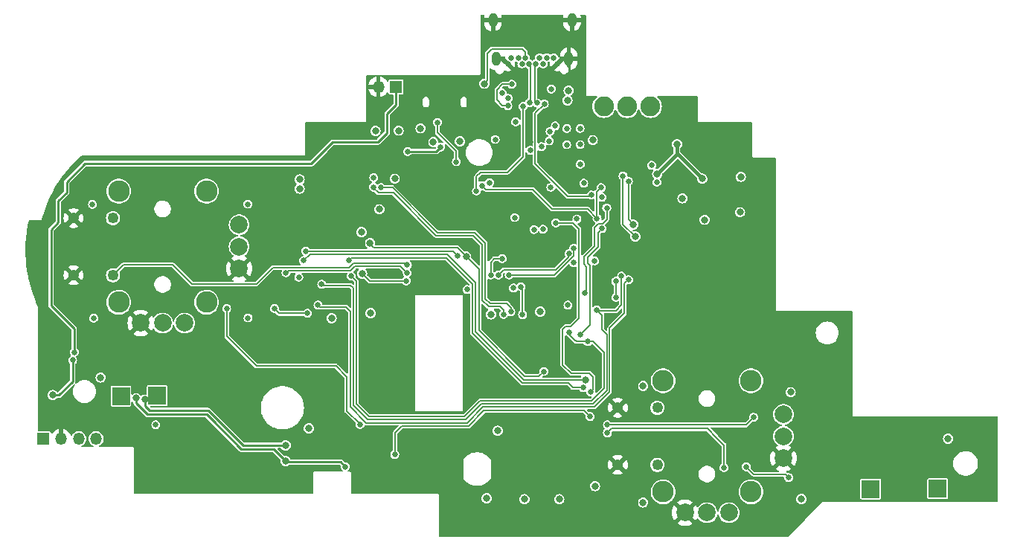
<source format=gbr>
G04 #@! TF.GenerationSoftware,KiCad,Pcbnew,8.0.2*
G04 #@! TF.CreationDate,2024-10-26T14:53:53-07:00*
G04 #@! TF.ProjectId,progcc_3.2_main,70726f67-6363-45f3-932e-325f6d61696e,1*
G04 #@! TF.SameCoordinates,Original*
G04 #@! TF.FileFunction,Copper,L4,Bot*
G04 #@! TF.FilePolarity,Positive*
%FSLAX46Y46*%
G04 Gerber Fmt 4.6, Leading zero omitted, Abs format (unit mm)*
G04 Created by KiCad (PCBNEW 8.0.2) date 2024-10-26 14:53:53*
%MOMM*%
%LPD*%
G01*
G04 APERTURE LIST*
G04 #@! TA.AperFunction,ComponentPad*
%ADD10R,2.000000X2.000000*%
G04 #@! TD*
G04 #@! TA.AperFunction,ComponentPad*
%ADD11R,1.350000X1.350000*%
G04 #@! TD*
G04 #@! TA.AperFunction,ComponentPad*
%ADD12O,1.350000X1.350000*%
G04 #@! TD*
G04 #@! TA.AperFunction,ComponentPad*
%ADD13C,2.450000*%
G04 #@! TD*
G04 #@! TA.AperFunction,ComponentPad*
%ADD14C,1.250000*%
G04 #@! TD*
G04 #@! TA.AperFunction,ComponentPad*
%ADD15C,2.000000*%
G04 #@! TD*
G04 #@! TA.AperFunction,ComponentPad*
%ADD16C,0.650000*%
G04 #@! TD*
G04 #@! TA.AperFunction,ComponentPad*
%ADD17O,1.000000X1.600000*%
G04 #@! TD*
G04 #@! TA.AperFunction,ViaPad*
%ADD18C,0.800000*%
G04 #@! TD*
G04 #@! TA.AperFunction,ViaPad*
%ADD19C,0.650000*%
G04 #@! TD*
G04 #@! TA.AperFunction,ViaPad*
%ADD20C,2.250000*%
G04 #@! TD*
G04 #@! TA.AperFunction,Conductor*
%ADD21C,0.250000*%
G04 #@! TD*
G04 #@! TA.AperFunction,Conductor*
%ADD22C,0.150000*%
G04 #@! TD*
G04 #@! TA.AperFunction,Conductor*
%ADD23C,0.400000*%
G04 #@! TD*
G04 #@! TA.AperFunction,Conductor*
%ADD24C,0.200000*%
G04 #@! TD*
G04 APERTURE END LIST*
D10*
X176936400Y-146021300D03*
X91623896Y-135440000D03*
D11*
X82810000Y-140310000D03*
D12*
X84810000Y-140310000D03*
X86810000Y-140310000D03*
X88810000Y-140310000D03*
D13*
X153320200Y-133697000D03*
X153320200Y-146347000D03*
X163320200Y-133697000D03*
X163320200Y-146347000D03*
D14*
X152670200Y-136772000D03*
X152670200Y-143272000D03*
X148170200Y-136772000D03*
X148170200Y-143272000D03*
D15*
X155820200Y-148722000D03*
X158320200Y-148722000D03*
X160820200Y-148722000D03*
X167020200Y-142522000D03*
X167020200Y-140022000D03*
X167020200Y-137522000D03*
D11*
X122920000Y-100228400D03*
D12*
X120920000Y-100228400D03*
D16*
X135660000Y-97625000D03*
X136060000Y-96925000D03*
X136860000Y-96925000D03*
X137260000Y-97625000D03*
X137660000Y-96925000D03*
X138060000Y-97625000D03*
X138860000Y-97625000D03*
X139260000Y-96925000D03*
X139660000Y-97625000D03*
X140060000Y-96925000D03*
X140860000Y-96925000D03*
X141260000Y-97625000D03*
D17*
X142950000Y-92635000D03*
X142590000Y-97025000D03*
X134330000Y-97025000D03*
X133970000Y-92635000D03*
D13*
X91377000Y-112107600D03*
X91377000Y-124757600D03*
X101377000Y-112107600D03*
X101377000Y-124757600D03*
D14*
X90727000Y-115182600D03*
X90727000Y-121682600D03*
X86227000Y-115182600D03*
X86227000Y-121682600D03*
D15*
X93877000Y-127132600D03*
X96377000Y-127132600D03*
X98877000Y-127132600D03*
X105077000Y-120932600D03*
X105077000Y-118432600D03*
X105077000Y-115932600D03*
D10*
X95740000Y-135410000D03*
X184556400Y-145995900D03*
D18*
X133240000Y-147070000D03*
X145570000Y-145690000D03*
X120040000Y-126000000D03*
D19*
X142494000Y-125095000D03*
D18*
X113004600Y-139115800D03*
D19*
X136296400Y-123139200D03*
D18*
X167843200Y-135001000D03*
D19*
X143150000Y-120260000D03*
X120396000Y-110566200D03*
D18*
X169062400Y-147167600D03*
D19*
X111861600Y-121920000D03*
D18*
X134493000Y-139395200D03*
X119006702Y-116774102D03*
D19*
X136448800Y-115112800D03*
D18*
X141510000Y-147190000D03*
D19*
X106095800Y-126542800D03*
X138208690Y-107452022D03*
X138620500Y-116483094D03*
D18*
X122783600Y-110693200D03*
X185750200Y-140284200D03*
D19*
X144297400Y-111201200D03*
D18*
X151053800Y-147548600D03*
D19*
X145543850Y-120056168D03*
X88519000Y-126568200D03*
X106070400Y-113588800D03*
X134213600Y-106222800D03*
X88392000Y-113614200D03*
X133553200Y-111150400D03*
D18*
X115595400Y-126568200D03*
X162080000Y-114510000D03*
X121031000Y-114173000D03*
D19*
X136555272Y-104215215D03*
X143520073Y-115278056D03*
D18*
X162175896Y-110478591D03*
D19*
X95590000Y-138710000D03*
X131013200Y-123317000D03*
D18*
X137540000Y-147190000D03*
D19*
X143891000Y-109042200D03*
D18*
X151053800Y-134289800D03*
D19*
X149555200Y-107696000D03*
X142824200Y-121038129D03*
X152603200Y-128727200D03*
X118643400Y-145415000D03*
X180746400Y-145948400D03*
X161544000Y-144830800D03*
X189738000Y-141401800D03*
X149402800Y-105435400D03*
X121920000Y-134950200D03*
D18*
X159607099Y-112015147D03*
D19*
X123774200Y-140462000D03*
D18*
X161199272Y-112009786D03*
D19*
X168833800Y-138836400D03*
X95710000Y-139780000D03*
D20*
X154533400Y-102463600D03*
D18*
X131191000Y-118135400D03*
D19*
X134277100Y-107339094D03*
X152984200Y-121056400D03*
X122174000Y-135940800D03*
X111836200Y-113030000D03*
X145948400Y-130708400D03*
X150266400Y-119405400D03*
X132892800Y-110591600D03*
X156042093Y-110125535D03*
X136610000Y-120250000D03*
X172847000Y-133375400D03*
X134188200Y-134543800D03*
X189484000Y-140309600D03*
X120192800Y-121437400D03*
X120421400Y-115366800D03*
X144110000Y-108170000D03*
X147193000Y-126593600D03*
X140335784Y-104124918D03*
D18*
X165227000Y-112242600D03*
D19*
X157430000Y-105660000D03*
X137070000Y-116550000D03*
X174320200Y-137033000D03*
X152340000Y-113900000D03*
X174345600Y-142341600D03*
X141599874Y-124390657D03*
X147040600Y-123240800D03*
X135128000Y-134721600D03*
X117246400Y-124079000D03*
X177596800Y-142341600D03*
X153060400Y-127152400D03*
D18*
X131394200Y-104241600D03*
D19*
X123774200Y-141427200D03*
X152527000Y-114960400D03*
X174142400Y-132461000D03*
X122885200Y-134950200D03*
X144297400Y-110109000D03*
X111785400Y-145237200D03*
X150723600Y-118389400D03*
X138214403Y-106526609D03*
X147929600Y-103606600D03*
X188798200Y-139192000D03*
X138785600Y-114096800D03*
X174040800Y-141427200D03*
X124231400Y-107599500D03*
X128016000Y-107091500D03*
D18*
X142570200Y-100660200D03*
D19*
X139661900Y-116432294D03*
X140552529Y-111680482D03*
X135661400Y-102387400D03*
X136093200Y-99923600D03*
D18*
X125722725Y-104956086D03*
X130199837Y-106444519D03*
X127177237Y-106529446D03*
X123215400Y-105206800D03*
D19*
X140589000Y-100482400D03*
X135686800Y-101523800D03*
X138105188Y-102039497D03*
X142350000Y-104987500D03*
D20*
X151883400Y-102463600D03*
D19*
X139802765Y-102180015D03*
X145144807Y-112533218D03*
D18*
X157782026Y-110690426D03*
X152657200Y-110163000D03*
X154910000Y-106750000D03*
X158055736Y-115366800D03*
X89310000Y-133330000D03*
D19*
X152618203Y-111081857D03*
X138957046Y-102068159D03*
D20*
X149233400Y-102463600D03*
D19*
X143870000Y-104987500D03*
X135026400Y-100965000D03*
D18*
X120599200Y-105257600D03*
X132969000Y-99872800D03*
D19*
X112852200Y-126009400D03*
X109093000Y-125476000D03*
X146989800Y-139623800D03*
X160248600Y-143586200D03*
X146989800Y-138709400D03*
X163626800Y-137845800D03*
X167589200Y-144703800D03*
X162788600Y-143484600D03*
X135000000Y-119800000D03*
X133705600Y-121640600D03*
X124219200Y-120510800D03*
X114054979Y-125077210D03*
X149387551Y-122193703D03*
X103657400Y-125476000D03*
X118821200Y-138684000D03*
X129794000Y-108762800D03*
X127641468Y-104273468D03*
X132723174Y-111472425D03*
X146253200Y-111709200D03*
X145808515Y-115208631D03*
X86309200Y-130450000D03*
X124080000Y-122310000D03*
X135813800Y-121640600D03*
D18*
X119075200Y-121488200D03*
D19*
X143150000Y-118610000D03*
X147955000Y-124206000D03*
X147929600Y-122377200D03*
X117830600Y-121793000D03*
X142671800Y-128168400D03*
X144754600Y-129235200D03*
X148590000Y-121793000D03*
X145745200Y-125628400D03*
X114477800Y-122707400D03*
X142600000Y-119220000D03*
X124204300Y-121435700D03*
X134569200Y-121666000D03*
X110413800Y-121412000D03*
X143891000Y-128447800D03*
X146380000Y-116380000D03*
X144373600Y-123698000D03*
X146912549Y-114022382D03*
D18*
X142440709Y-101770594D03*
D20*
X146583400Y-102463600D03*
D18*
X145326152Y-106303738D03*
D19*
X137367240Y-102463027D03*
X132089527Y-112088469D03*
X144221200Y-134467600D03*
X117551200Y-119964200D03*
D18*
X130911600Y-119557800D03*
D19*
X139750800Y-132638800D03*
D18*
X119983925Y-118022388D03*
D19*
X137337800Y-126161800D03*
X137160000Y-122986800D03*
X112649000Y-118922800D03*
X129971800Y-119481600D03*
D18*
X150164800Y-117271800D03*
D19*
X148767800Y-110369400D03*
D18*
X139344400Y-125831600D03*
D19*
X149377400Y-110972600D03*
D18*
X149936200Y-115900200D03*
X133731000Y-126136400D03*
D19*
X112420400Y-120015000D03*
D18*
X144475200Y-133578600D03*
D19*
X140470827Y-105311470D03*
D18*
X111963200Y-110777800D03*
D19*
X141058451Y-104693756D03*
D18*
X111963200Y-111827800D03*
D19*
X135991600Y-125857000D03*
X121234200Y-111709200D03*
X120370600Y-111658400D03*
X135153400Y-126136400D03*
X142350000Y-106813850D03*
X139497933Y-107031003D03*
X143870000Y-106812500D03*
X140380000Y-106390000D03*
X86130000Y-131360000D03*
D18*
X83870800Y-135331200D03*
D19*
X146366405Y-112789152D03*
D18*
X155528941Y-112932354D03*
D19*
X152027395Y-109166476D03*
X141122400Y-115722400D03*
X122783600Y-142087600D03*
X145008600Y-137769600D03*
X145110200Y-134975600D03*
D18*
X110363000Y-141046200D03*
X94380000Y-135840000D03*
D19*
X117144800Y-143484600D03*
D18*
X93360000Y-135680000D03*
X110363000Y-142824200D03*
D21*
X124231400Y-107599500D02*
X127508000Y-107599500D01*
X127508000Y-107599500D02*
X128016000Y-107091500D01*
D22*
X134391400Y-100584000D02*
X134391400Y-101727000D01*
X134391400Y-101727000D02*
X135051800Y-102387400D01*
X136093200Y-99923600D02*
X135051800Y-99923600D01*
X135051800Y-99923600D02*
X134391400Y-100584000D01*
X135051800Y-102387400D02*
X135661400Y-102387400D01*
X138105188Y-102039497D02*
X138201400Y-101943285D01*
X138201400Y-101943285D02*
X138201400Y-97766400D01*
X138060000Y-97625000D02*
X138060000Y-97525000D01*
X138201400Y-97766400D02*
X138060000Y-97625000D01*
X144978025Y-112700000D02*
X142494200Y-112700000D01*
X138770000Y-108975800D02*
X138770000Y-103212780D01*
X145144807Y-112533218D02*
X144978025Y-112700000D01*
X138770000Y-103212780D02*
X139802765Y-102180015D01*
X142494200Y-112700000D02*
X138770000Y-108975800D01*
D23*
X154910000Y-107818400D02*
X157782026Y-110690426D01*
X154910000Y-107910200D02*
X152657200Y-110163000D01*
X154910000Y-106750000D02*
X154910000Y-107910200D01*
X154910000Y-106750000D02*
X154910000Y-107818400D01*
D22*
X138957046Y-102068159D02*
X138709400Y-101820513D01*
X138709400Y-101820513D02*
X138709400Y-97775600D01*
X138709400Y-97775600D02*
X138860000Y-97625000D01*
X133832600Y-95935800D02*
X133324600Y-96443800D01*
X137660000Y-96308800D02*
X137287000Y-95935800D01*
X133324600Y-99517200D02*
X132969000Y-99872800D01*
X137660000Y-96925000D02*
X137660000Y-96308800D01*
X137287000Y-95935800D02*
X133832600Y-95935800D01*
X133324600Y-96443800D02*
X133324600Y-99517200D01*
D24*
X112852200Y-126009400D02*
X109626400Y-126009400D01*
X109626400Y-126009400D02*
X109093000Y-125476000D01*
X147472400Y-139141200D02*
X146989800Y-139623800D01*
X159435800Y-140208000D02*
X158369000Y-139141200D01*
X158369000Y-139141200D02*
X157835600Y-139141200D01*
X160248600Y-141020800D02*
X159435800Y-140208000D01*
X160248600Y-143586200D02*
X160248600Y-141020800D01*
X157835600Y-139141200D02*
X147472400Y-139141200D01*
X163626800Y-137845800D02*
X162763200Y-138709400D01*
X162763200Y-138709400D02*
X146989800Y-138709400D01*
D22*
X167589200Y-144703800D02*
X167233600Y-144348200D01*
X163652200Y-144348200D02*
X162788600Y-143484600D01*
X167233600Y-144348200D02*
X163652200Y-144348200D01*
X108915200Y-120802400D02*
X107035600Y-122682000D01*
X118084600Y-120319800D02*
X117602000Y-120802400D01*
X117602000Y-120802400D02*
X108915200Y-120802400D01*
X135000000Y-119800000D02*
X134098400Y-119800000D01*
X97510600Y-120497600D02*
X91912000Y-120497600D01*
X91912000Y-120497600D02*
X90727000Y-121682600D01*
X134098400Y-119800000D02*
X133705600Y-120192800D01*
X124028200Y-120319800D02*
X118084600Y-120319800D01*
X124219200Y-120510800D02*
X124028200Y-120319800D01*
X99695000Y-122682000D02*
X97510600Y-120497600D01*
X107035600Y-122682000D02*
X99695000Y-122682000D01*
X133705600Y-120192800D02*
X133705600Y-121640600D01*
X131013200Y-138480800D02*
X119532400Y-138480800D01*
X147243800Y-127711200D02*
X147243800Y-134950200D01*
X117703600Y-136652000D02*
X117703600Y-125780800D01*
X147243800Y-134950200D02*
X145496800Y-136697200D01*
X148940000Y-126015000D02*
X147243800Y-127711200D01*
X119532400Y-138480800D02*
X117703600Y-136652000D01*
X149387551Y-122193703D02*
X148940000Y-122641254D01*
X114275969Y-125298200D02*
X114054979Y-125077210D01*
X132796800Y-136697200D02*
X131013200Y-138480800D01*
X148940000Y-122641254D02*
X148940000Y-126015000D01*
X145496800Y-136697200D02*
X132796800Y-136697200D01*
X117703600Y-125780800D02*
X117221000Y-125298200D01*
X117221000Y-125298200D02*
X114275969Y-125298200D01*
X117348000Y-137160000D02*
X117348000Y-133273800D01*
X116103400Y-132029200D02*
X107061000Y-132029200D01*
X107061000Y-132029200D02*
X103657400Y-128625600D01*
X103657400Y-128625600D02*
X103657400Y-125476000D01*
X118821200Y-138684000D02*
X118821200Y-138633200D01*
X117348000Y-133273800D02*
X116103400Y-132029200D01*
X118821200Y-138633200D02*
X117348000Y-137160000D01*
X129768600Y-107569000D02*
X129768600Y-108737400D01*
X129768600Y-108737400D02*
X129794000Y-108762800D01*
X127641468Y-104273468D02*
X127641468Y-105441868D01*
X127641468Y-105441868D02*
X129768600Y-107569000D01*
X140716000Y-114147600D02*
X138480800Y-111912400D01*
X146253200Y-111709200D02*
X145763671Y-112198729D01*
X138480800Y-111912400D02*
X133163149Y-111912400D01*
X133163149Y-111912400D02*
X132723174Y-111472425D01*
X145763671Y-112198729D02*
X145763671Y-115163787D01*
X145763671Y-115163787D02*
X145808515Y-115208631D01*
X144747484Y-114147600D02*
X140716000Y-114147600D01*
X145808515Y-115208631D02*
X144747484Y-114147600D01*
D21*
X115722400Y-106527600D02*
X120853200Y-106527600D01*
X84480400Y-113233200D02*
X85445600Y-112268000D01*
X120853200Y-106527600D02*
X121920000Y-105460800D01*
X83667600Y-116484400D02*
X84480400Y-115671600D01*
X87528400Y-108966000D02*
X113284000Y-108966000D01*
X121920000Y-105460800D02*
X121920000Y-103276400D01*
X85445600Y-111048800D02*
X87528400Y-108966000D01*
X85445600Y-112268000D02*
X85445600Y-111048800D01*
X86309200Y-127762000D02*
X83667600Y-125120400D01*
X122920000Y-102276400D02*
X122920000Y-100228400D01*
X121920000Y-103276400D02*
X122920000Y-102276400D01*
X84480400Y-115671600D02*
X84480400Y-113233200D01*
X113284000Y-108966000D02*
X115722400Y-106527600D01*
X86309200Y-130450000D02*
X86309200Y-127762000D01*
X83667600Y-125120400D02*
X83667600Y-116484400D01*
D22*
X140959400Y-121640600D02*
X135813800Y-121640600D01*
X143150000Y-118610000D02*
X143150000Y-119450000D01*
X143150000Y-119450000D02*
X140959400Y-121640600D01*
X124080000Y-122310000D02*
X124063600Y-122326400D01*
X124063600Y-122326400D02*
X119913400Y-122326400D01*
X119913400Y-122326400D02*
X119075200Y-121488200D01*
X143459200Y-129235200D02*
X143230600Y-129006600D01*
X145364200Y-129235200D02*
X146608800Y-130479800D01*
X144754600Y-129235200D02*
X145364200Y-129235200D01*
X144754600Y-129235200D02*
X143459200Y-129235200D01*
X146608800Y-130479800D02*
X146608800Y-134569200D01*
X145186400Y-135991600D02*
X132486400Y-135991600D01*
X130708400Y-137769600D02*
X119837200Y-137769600D01*
X146608800Y-134569200D02*
X145186400Y-135991600D01*
X147929600Y-122377200D02*
X147929600Y-124180600D01*
X147929600Y-124180600D02*
X147955000Y-124206000D01*
X132486400Y-135991600D02*
X130708400Y-137769600D01*
X119837200Y-137769600D02*
X118414800Y-136347200D01*
X142671800Y-128447800D02*
X142671800Y-128168400D01*
X143230600Y-129006600D02*
X142671800Y-128447800D01*
X118414800Y-122377200D02*
X117830600Y-121793000D01*
X118414800Y-136347200D02*
X118414800Y-122377200D01*
X146913600Y-134772400D02*
X145338800Y-136347200D01*
X146354800Y-126238000D02*
X146354800Y-127889000D01*
X146354800Y-127889000D02*
X146913600Y-128447800D01*
X117754400Y-122834400D02*
X114604800Y-122834400D01*
X130860800Y-138125200D02*
X119684800Y-138125200D01*
X119684800Y-138125200D02*
X118059200Y-136499600D01*
X145338800Y-136347200D02*
X132638800Y-136347200D01*
X118059200Y-136499600D02*
X118059200Y-123139200D01*
X145745200Y-125628400D02*
X146354800Y-126238000D01*
X132638800Y-136347200D02*
X130860800Y-138125200D01*
X118059200Y-123139200D02*
X117754400Y-122834400D01*
X148590000Y-121793000D02*
X148590000Y-125095000D01*
X147955000Y-125730000D02*
X145846800Y-125730000D01*
X114604800Y-122834400D02*
X114477800Y-122707400D01*
X148590000Y-125095000D02*
X147955000Y-125730000D01*
X145846800Y-125730000D02*
X145745200Y-125628400D01*
X146913600Y-128447800D02*
X146913600Y-134772400D01*
X135195200Y-121040000D02*
X134569200Y-121666000D01*
X110673400Y-121152400D02*
X110413800Y-121412000D01*
X124204300Y-121435700D02*
X123444000Y-120675400D01*
X123444000Y-120675400D02*
X118237000Y-120675400D01*
X142531400Y-119628600D02*
X141120000Y-121040000D01*
X141120000Y-121040000D02*
X135195200Y-121040000D01*
X142600000Y-119220000D02*
X142531400Y-119151400D01*
X118237000Y-120675400D02*
X117760000Y-121152400D01*
X117760000Y-121152400D02*
X110673400Y-121152400D01*
X142531400Y-119151400D02*
X142531400Y-119628600D01*
X144973600Y-120564200D02*
X144973600Y-127365200D01*
X144973600Y-127365200D02*
X143891000Y-128447800D01*
X144713400Y-120304000D02*
X144973600Y-120564200D01*
X144713400Y-119675200D02*
X144713400Y-120304000D01*
X145897600Y-118491000D02*
X144713400Y-119675200D01*
X145897600Y-116862400D02*
X145897600Y-118491000D01*
X146380000Y-116380000D02*
X145897600Y-116862400D01*
X146912549Y-114022382D02*
X146912549Y-115317451D01*
X146912549Y-115317451D02*
X146430000Y-115800000D01*
X145542000Y-118338600D02*
X144348200Y-119532400D01*
X144623600Y-120709174D02*
X144623600Y-123448000D01*
X144348200Y-120433774D02*
X144623600Y-120709174D01*
X144623600Y-123448000D02*
X144373600Y-123698000D01*
X146430000Y-115800000D02*
X145970000Y-115800000D01*
X144348200Y-119532400D02*
X144348200Y-120433774D01*
X145542000Y-116228000D02*
X145542000Y-118338600D01*
X145970000Y-115800000D02*
X145542000Y-116228000D01*
D24*
X146930000Y-102556200D02*
X146837400Y-102463600D01*
X146837400Y-102463600D02*
X146583400Y-102463600D01*
D22*
X132537200Y-109982000D02*
X135585200Y-109982000D01*
X137367240Y-108199960D02*
X137367240Y-102463027D01*
X135585200Y-109982000D02*
X137367240Y-108199960D01*
X132089527Y-112088469D02*
X132089527Y-110429673D01*
X132089527Y-110429673D02*
X132537200Y-109982000D01*
X117551200Y-119964200D02*
X117830600Y-119684800D01*
X143052800Y-134467600D02*
X144221200Y-134467600D01*
X117830600Y-119684800D02*
X128625600Y-119684800D01*
X131622800Y-122682000D02*
X131622800Y-128256974D01*
X142513800Y-133928600D02*
X143052800Y-134467600D01*
X137294426Y-133928600D02*
X142513800Y-133928600D01*
X131622800Y-128256974D02*
X137294426Y-133928600D01*
X128625600Y-119684800D02*
X131622800Y-122682000D01*
X119983925Y-118022388D02*
X119983925Y-118129725D01*
X119983925Y-118129725D02*
X120319800Y-118465600D01*
D24*
X139750800Y-132638800D02*
X139192000Y-133197600D01*
D22*
X120427000Y-118572800D02*
X120904000Y-118572800D01*
D24*
X139192000Y-133197600D02*
X137591800Y-133197600D01*
X132359400Y-121005600D02*
X130911600Y-119557800D01*
D22*
X120319800Y-118465600D02*
X120427000Y-118572800D01*
D24*
X132359400Y-127965200D02*
X132359400Y-121005600D01*
D22*
X120904000Y-118572800D02*
X129926600Y-118572800D01*
X129926600Y-118572800D02*
X130911600Y-119557800D01*
D24*
X137591800Y-133197600D02*
X132359400Y-127965200D01*
D22*
X129413000Y-118922800D02*
X112649000Y-118922800D01*
X137337800Y-126161800D02*
X137337800Y-123164600D01*
X129971800Y-119481600D02*
X129413000Y-118922800D01*
X137337800Y-123164600D02*
X137160000Y-122986800D01*
X148767800Y-115874800D02*
X150164800Y-117271800D01*
X148767800Y-110369400D02*
X148767800Y-115874800D01*
X149377400Y-110972600D02*
X149377400Y-115341400D01*
X149377400Y-115341400D02*
X149936200Y-115900200D01*
X144475200Y-133578600D02*
X137439400Y-133578600D01*
X131978400Y-125628400D02*
X131978400Y-122529600D01*
X131978400Y-128117600D02*
X131978400Y-125628400D01*
X129336800Y-119888000D02*
X128752600Y-119303800D01*
X137109200Y-133248400D02*
X131978400Y-128117600D01*
X128752600Y-119303800D02*
X127304800Y-119303800D01*
X131978400Y-122529600D02*
X129336800Y-119888000D01*
X127304800Y-119303800D02*
X113131600Y-119303800D01*
X113131600Y-119303800D02*
X112420400Y-120015000D01*
X137439400Y-133578600D02*
X137109200Y-133248400D01*
X135991600Y-125374400D02*
X135991600Y-125857000D01*
X135509000Y-124891800D02*
X135991600Y-125374400D01*
X122541974Y-111709200D02*
X127647374Y-116814600D01*
X133090400Y-118028200D02*
X133090400Y-124352800D01*
X121234200Y-111709200D02*
X122541974Y-111709200D01*
X133629400Y-124891800D02*
X135509000Y-124891800D01*
X127647374Y-116814600D02*
X131876800Y-116814600D01*
X133090400Y-124352800D02*
X133629400Y-124891800D01*
X131876800Y-116814600D02*
X133090400Y-118028200D01*
X131724400Y-117170200D02*
X132740400Y-118186200D01*
X122647000Y-112309200D02*
X127508000Y-117170200D01*
X120370600Y-111658400D02*
X120370600Y-111734600D01*
X134772400Y-125247400D02*
X135153400Y-125628400D01*
X127508000Y-117170200D02*
X131724400Y-117170200D01*
X120945200Y-112309200D02*
X122647000Y-112309200D01*
X135153400Y-125628400D02*
X135153400Y-126136400D01*
X132740400Y-118186200D02*
X132740400Y-124536200D01*
X120370600Y-111734600D02*
X120945200Y-112309200D01*
X133451600Y-125247400D02*
X134772400Y-125247400D01*
X132740400Y-124536200D02*
X133451600Y-125247400D01*
D21*
X86130000Y-133783200D02*
X84582000Y-135331200D01*
X86130000Y-131360000D02*
X86130000Y-133783200D01*
X84582000Y-135331200D02*
X83870800Y-135331200D01*
D22*
X141909800Y-131876800D02*
X142875000Y-132842000D01*
X144348200Y-137109200D02*
X145008600Y-137769600D01*
X143072400Y-115722400D02*
X143764000Y-116414000D01*
X143764000Y-116414000D02*
X143764000Y-126593600D01*
X143764000Y-126593600D02*
X142824200Y-127533400D01*
X141909800Y-127838200D02*
X141909800Y-131876800D01*
X144907000Y-132842000D02*
X145338800Y-133273800D01*
X142214600Y-127533400D02*
X141909800Y-127838200D01*
X122783600Y-142087600D02*
X122783600Y-139649200D01*
X132918200Y-137109200D02*
X144348200Y-137109200D01*
X145338800Y-134747000D02*
X145110200Y-134975600D01*
X122783600Y-139649200D02*
X123571000Y-138861800D01*
X141122400Y-115722400D02*
X143072400Y-115722400D01*
X142824200Y-127533400D02*
X142214600Y-127533400D01*
X145338800Y-133273800D02*
X145338800Y-134747000D01*
X142875000Y-132842000D02*
X144907000Y-132842000D01*
X131165600Y-138861800D02*
X132918200Y-137109200D01*
X123571000Y-138861800D02*
X131165600Y-138861800D01*
D21*
X101549200Y-137083800D02*
X94869000Y-137083800D01*
X105511600Y-141046200D02*
X101549200Y-137083800D01*
X94380000Y-136594800D02*
X94380000Y-135840000D01*
X94869000Y-137083800D02*
X94380000Y-136594800D01*
X110363000Y-141046200D02*
X105511600Y-141046200D01*
X101371400Y-137541000D02*
X101955600Y-138125200D01*
X93360000Y-135680000D02*
X93360000Y-136235200D01*
X117144800Y-143484600D02*
X116611400Y-142951200D01*
X94665800Y-137541000D02*
X95529400Y-137541000D01*
X101955600Y-138125200D02*
X105308400Y-141478000D01*
X109016800Y-141478000D02*
X110363000Y-142824200D01*
X95529400Y-137541000D02*
X101371400Y-137541000D01*
X105308400Y-141478000D02*
X106019600Y-141478000D01*
X94411800Y-137287000D02*
X94665800Y-137541000D01*
X110490000Y-142951200D02*
X110363000Y-142824200D01*
X106019600Y-141478000D02*
X109016800Y-141478000D01*
X93360000Y-136235200D02*
X94411800Y-137287000D01*
X116611400Y-142951200D02*
X110490000Y-142951200D01*
G04 #@! TA.AperFunction,Conductor*
G36*
X128540111Y-119961122D02*
G01*
X128545836Y-119966367D01*
X131271221Y-122691752D01*
X131296949Y-122746928D01*
X131281193Y-122805733D01*
X131231323Y-122840652D01*
X131183214Y-122840080D01*
X131164820Y-122834679D01*
X131085880Y-122811500D01*
X130940520Y-122811500D01*
X130801048Y-122852453D01*
X130784487Y-122863096D01*
X130678763Y-122931040D01*
X130583574Y-123040894D01*
X130583572Y-123040897D01*
X130523188Y-123173120D01*
X130502502Y-123316999D01*
X130502502Y-123317000D01*
X130523188Y-123460879D01*
X130583572Y-123593102D01*
X130583574Y-123593105D01*
X130661554Y-123683099D01*
X130678764Y-123702960D01*
X130801048Y-123781547D01*
X130940520Y-123822500D01*
X130940522Y-123822500D01*
X131085878Y-123822500D01*
X131085880Y-123822500D01*
X131225352Y-123781547D01*
X131230181Y-123778443D01*
X131289561Y-123765028D01*
X131343675Y-123792922D01*
X131367199Y-123849073D01*
X131367300Y-123853313D01*
X131367300Y-128307799D01*
X131406194Y-128401699D01*
X131406196Y-128401701D01*
X131406197Y-128401703D01*
X131478071Y-128473577D01*
X131478072Y-128473577D01*
X137077822Y-134073327D01*
X137077823Y-134073329D01*
X137149697Y-134145203D01*
X137211381Y-134170753D01*
X137243603Y-134184100D01*
X137243604Y-134184100D01*
X142371103Y-134184100D01*
X142428311Y-134204922D01*
X142434036Y-134210167D01*
X142836196Y-134612327D01*
X142836197Y-134612329D01*
X142908071Y-134684203D01*
X142966117Y-134708246D01*
X143001977Y-134723100D01*
X143001978Y-134723100D01*
X143733076Y-134723100D01*
X143790284Y-134743922D01*
X143800336Y-134753816D01*
X143886764Y-134853560D01*
X144009048Y-134932147D01*
X144148520Y-134973100D01*
X144148522Y-134973100D01*
X144293878Y-134973100D01*
X144293880Y-134973100D01*
X144433352Y-134932147D01*
X144463226Y-134912947D01*
X144522608Y-134899535D01*
X144576721Y-134927431D01*
X144599437Y-134975152D01*
X144609313Y-135043838D01*
X144617747Y-135102499D01*
X144620189Y-135119479D01*
X144680572Y-135251702D01*
X144680574Y-135251705D01*
X144775148Y-135360849D01*
X144775764Y-135361560D01*
X144898048Y-135440147D01*
X145037520Y-135481100D01*
X145037522Y-135481100D01*
X145120703Y-135481100D01*
X145177911Y-135501922D01*
X145208351Y-135554645D01*
X145197779Y-135614600D01*
X145183636Y-135633033D01*
X145106636Y-135710033D01*
X145051460Y-135735761D01*
X145043703Y-135736100D01*
X132547590Y-135736100D01*
X132547582Y-135736099D01*
X132537223Y-135736099D01*
X132435578Y-135736099D01*
X132435576Y-135736099D01*
X132341672Y-135774995D01*
X130628637Y-137488032D01*
X130573461Y-137513761D01*
X130565704Y-137514100D01*
X119979897Y-137514100D01*
X119922689Y-137493278D01*
X119916964Y-137488033D01*
X119577731Y-137148800D01*
X125144200Y-137148800D01*
X125144201Y-137148800D01*
X130544199Y-137148800D01*
X130544200Y-137148800D01*
X130544200Y-123948800D01*
X125144200Y-123948800D01*
X125144200Y-137148800D01*
X119577731Y-137148800D01*
X118696367Y-136267436D01*
X118670639Y-136212260D01*
X118670300Y-136204503D01*
X118670300Y-126000000D01*
X119454491Y-126000000D01*
X119474442Y-126151541D01*
X119474442Y-126151543D01*
X119474443Y-126151544D01*
X119532931Y-126292749D01*
X119532932Y-126292751D01*
X119532934Y-126292755D01*
X119542851Y-126305679D01*
X119624822Y-126412505D01*
X119625983Y-126414017D01*
X119625987Y-126414020D01*
X119625988Y-126414021D01*
X119639410Y-126424320D01*
X119747245Y-126507066D01*
X119888459Y-126565558D01*
X120040000Y-126585509D01*
X120191541Y-126565558D01*
X120332755Y-126507066D01*
X120454017Y-126414017D01*
X120547066Y-126292755D01*
X120605558Y-126151541D01*
X120625509Y-126000000D01*
X120605558Y-125848459D01*
X120547066Y-125707246D01*
X120454017Y-125585983D01*
X120454012Y-125585979D01*
X120454011Y-125585978D01*
X120379713Y-125528967D01*
X120332755Y-125492934D01*
X120332751Y-125492932D01*
X120332749Y-125492931D01*
X120191544Y-125434443D01*
X120191543Y-125434442D01*
X120191541Y-125434442D01*
X120040000Y-125414491D01*
X119888459Y-125434442D01*
X119888457Y-125434442D01*
X119888455Y-125434443D01*
X119747251Y-125492931D01*
X119747243Y-125492936D01*
X119625988Y-125585978D01*
X119625978Y-125585988D01*
X119532936Y-125707243D01*
X119532931Y-125707251D01*
X119474443Y-125848455D01*
X119474442Y-125848457D01*
X119474442Y-125848459D01*
X119454491Y-126000000D01*
X118670300Y-126000000D01*
X118670300Y-122438390D01*
X118670301Y-122438381D01*
X118670301Y-122326376D01*
X118631404Y-122232472D01*
X118495170Y-122096238D01*
X118354022Y-121955091D01*
X118328294Y-121899916D01*
X118328860Y-121879497D01*
X118341298Y-121793000D01*
X118339566Y-121780957D01*
X118320611Y-121649120D01*
X118260227Y-121516897D01*
X118260225Y-121516894D01*
X118183823Y-121428722D01*
X118165036Y-121407040D01*
X118165035Y-121407039D01*
X118165034Y-121407038D01*
X118076322Y-121350026D01*
X118039453Y-121301581D01*
X118042350Y-121240770D01*
X118061504Y-121212225D01*
X118316764Y-120956967D01*
X118371939Y-120931239D01*
X118379696Y-120930900D01*
X118590654Y-120930900D01*
X118647862Y-120951722D01*
X118678302Y-121004445D01*
X118667730Y-121064400D01*
X118661262Y-121074080D01*
X118568136Y-121195443D01*
X118568131Y-121195451D01*
X118509643Y-121336655D01*
X118509642Y-121336657D01*
X118509642Y-121336659D01*
X118489691Y-121488200D01*
X118509642Y-121639741D01*
X118509642Y-121639743D01*
X118509643Y-121639744D01*
X118568131Y-121780949D01*
X118568132Y-121780951D01*
X118568134Y-121780955D01*
X118597041Y-121818627D01*
X118652021Y-121890278D01*
X118661183Y-121902217D01*
X118661187Y-121902220D01*
X118661188Y-121902221D01*
X118680060Y-121916702D01*
X118782445Y-121995266D01*
X118923659Y-122053758D01*
X119075200Y-122073709D01*
X119226741Y-122053758D01*
X119226743Y-122053757D01*
X119229782Y-122053357D01*
X119289218Y-122066534D01*
X119304332Y-122078663D01*
X119696796Y-122471127D01*
X119696797Y-122471129D01*
X119768671Y-122543003D01*
X119768672Y-122543003D01*
X119768674Y-122543005D01*
X119862574Y-122581899D01*
X119862578Y-122581900D01*
X119964223Y-122581900D01*
X123606086Y-122581900D01*
X123663294Y-122602722D01*
X123673344Y-122612613D01*
X123745564Y-122695960D01*
X123867848Y-122774547D01*
X124007320Y-122815500D01*
X124007322Y-122815500D01*
X124152678Y-122815500D01*
X124152680Y-122815500D01*
X124292152Y-122774547D01*
X124414436Y-122695960D01*
X124509626Y-122586104D01*
X124511883Y-122581163D01*
X124538786Y-122522253D01*
X124570011Y-122453880D01*
X124590698Y-122310000D01*
X124587011Y-122284360D01*
X124570011Y-122166120D01*
X124509627Y-122033898D01*
X124509626Y-122033897D01*
X124509626Y-122033896D01*
X124469174Y-121987211D01*
X124447448Y-121930343D01*
X124467360Y-121872812D01*
X124488318Y-121854061D01*
X124538736Y-121821660D01*
X124633926Y-121711804D01*
X124694311Y-121579580D01*
X124714998Y-121435700D01*
X124712930Y-121421320D01*
X124694311Y-121291820D01*
X124633926Y-121159596D01*
X124616015Y-121138926D01*
X124538736Y-121049740D01*
X124538735Y-121049739D01*
X124538734Y-121049738D01*
X124533924Y-121045570D01*
X124536127Y-121043027D01*
X124506775Y-121004390D01*
X124509724Y-120943582D01*
X124543668Y-120903165D01*
X124553636Y-120896760D01*
X124648826Y-120786904D01*
X124709211Y-120654680D01*
X124729898Y-120510800D01*
X124726130Y-120484596D01*
X124709211Y-120366920D01*
X124648827Y-120234697D01*
X124648825Y-120234694D01*
X124553636Y-120124840D01*
X124543430Y-120118281D01*
X124521474Y-120104170D01*
X124484606Y-120055726D01*
X124487502Y-119994915D01*
X124528810Y-119950194D01*
X124569592Y-119940300D01*
X128482903Y-119940300D01*
X128540111Y-119961122D01*
G37*
G04 #@! TD.AperFunction*
G04 #@! TA.AperFunction,Conductor*
G36*
X142298800Y-128517329D02*
G01*
X142321560Y-128536122D01*
X142337364Y-128554360D01*
X142459648Y-128632947D01*
X142459650Y-128632947D01*
X142459651Y-128632948D01*
X142488767Y-128641497D01*
X142526624Y-128663957D01*
X142539579Y-128676911D01*
X142539591Y-128676922D01*
X143098366Y-129235699D01*
X143098390Y-129235721D01*
X143242596Y-129379927D01*
X143242597Y-129379929D01*
X143314471Y-129451803D01*
X143314472Y-129451803D01*
X143314473Y-129451804D01*
X143374674Y-129476740D01*
X143374675Y-129476740D01*
X143408377Y-129490700D01*
X143408378Y-129490700D01*
X144266476Y-129490700D01*
X144323684Y-129511522D01*
X144333736Y-129521416D01*
X144420164Y-129621160D01*
X144542448Y-129699747D01*
X144681920Y-129740700D01*
X144681922Y-129740700D01*
X144827278Y-129740700D01*
X144827280Y-129740700D01*
X144966752Y-129699747D01*
X145089036Y-129621160D01*
X145165611Y-129532785D01*
X145218809Y-129503187D01*
X145278589Y-129514708D01*
X145295805Y-129528136D01*
X146327233Y-130559564D01*
X146352961Y-130614740D01*
X146353300Y-130622497D01*
X146353300Y-134426503D01*
X146332478Y-134483711D01*
X146327233Y-134489436D01*
X145772831Y-135043838D01*
X145717655Y-135069566D01*
X145658850Y-135053810D01*
X145623931Y-135003940D01*
X145620898Y-134980905D01*
X145620898Y-134975599D01*
X145613972Y-134927431D01*
X145600211Y-134831720D01*
X145600208Y-134831714D01*
X145598417Y-134825612D01*
X145599900Y-134825176D01*
X145594300Y-134799415D01*
X145594300Y-133222978D01*
X145594299Y-133222974D01*
X145555405Y-133129074D01*
X145555403Y-133129072D01*
X145555403Y-133129071D01*
X145483529Y-133057197D01*
X145483527Y-133057196D01*
X145123603Y-132697272D01*
X145123603Y-132697271D01*
X145051729Y-132625397D01*
X144985327Y-132597892D01*
X144957825Y-132586500D01*
X144957823Y-132586500D01*
X144957822Y-132586500D01*
X143017697Y-132586500D01*
X142960489Y-132565678D01*
X142954764Y-132560433D01*
X142191367Y-131797036D01*
X142165639Y-131741860D01*
X142165300Y-131734103D01*
X142165300Y-128594405D01*
X142186122Y-128537197D01*
X142238845Y-128506757D01*
X142298800Y-128517329D01*
G37*
G04 #@! TD.AperFunction*
G04 #@! TA.AperFunction,Conductor*
G36*
X142651183Y-120414155D02*
G01*
X142681091Y-120450086D01*
X142708818Y-120510799D01*
X142720373Y-120536102D01*
X142720374Y-120536105D01*
X142796590Y-120624063D01*
X142815564Y-120645960D01*
X142937848Y-120724547D01*
X143077320Y-120765500D01*
X143077322Y-120765500D01*
X143222678Y-120765500D01*
X143222680Y-120765500D01*
X143362152Y-120724547D01*
X143371382Y-120718614D01*
X143430766Y-120705202D01*
X143484878Y-120733098D01*
X143508399Y-120789251D01*
X143508500Y-120793486D01*
X143508500Y-126450903D01*
X143487678Y-126508111D01*
X143482433Y-126513836D01*
X142744436Y-127251833D01*
X142689260Y-127277561D01*
X142681503Y-127277900D01*
X142163776Y-127277900D01*
X142136273Y-127289290D01*
X142136274Y-127289291D01*
X142069869Y-127316797D01*
X141997996Y-127388670D01*
X141997997Y-127388671D01*
X141997996Y-127388672D01*
X141765072Y-127621596D01*
X141765071Y-127621597D01*
X141765070Y-127621596D01*
X141693198Y-127693469D01*
X141693195Y-127693473D01*
X141669780Y-127750001D01*
X141669781Y-127750002D01*
X141654499Y-127786898D01*
X141654480Y-127786945D01*
X141654300Y-127787378D01*
X141654300Y-131927625D01*
X141693194Y-132021525D01*
X141693196Y-132021527D01*
X141693197Y-132021529D01*
X141765071Y-132093403D01*
X141765072Y-132093403D01*
X142658396Y-132986727D01*
X142658397Y-132986729D01*
X142730271Y-133058603D01*
X142730272Y-133058603D01*
X142730274Y-133058605D01*
X142796671Y-133086107D01*
X142796672Y-133086107D01*
X142824177Y-133097500D01*
X142824178Y-133097500D01*
X143932183Y-133097500D01*
X143989391Y-133118322D01*
X144019831Y-133171045D01*
X144009259Y-133231000D01*
X144002791Y-133240679D01*
X143968134Y-133285846D01*
X143968132Y-133285848D01*
X143966268Y-133288279D01*
X143914923Y-133320990D01*
X143895659Y-133323100D01*
X139678052Y-133323100D01*
X139620844Y-133302278D01*
X139590404Y-133249555D01*
X139600976Y-133189600D01*
X139615119Y-133171167D01*
X139615919Y-133170367D01*
X139671095Y-133144639D01*
X139678852Y-133144300D01*
X139823478Y-133144300D01*
X139823480Y-133144300D01*
X139962952Y-133103347D01*
X140085236Y-133024760D01*
X140180426Y-132914904D01*
X140240811Y-132782680D01*
X140261498Y-132638800D01*
X140255616Y-132597893D01*
X140240811Y-132494920D01*
X140180427Y-132362697D01*
X140180425Y-132362694D01*
X140085236Y-132252840D01*
X140074286Y-132245803D01*
X139962952Y-132174253D01*
X139823480Y-132133300D01*
X139678120Y-132133300D01*
X139538648Y-132174253D01*
X139494950Y-132202335D01*
X139416363Y-132252840D01*
X139321174Y-132362694D01*
X139321172Y-132362697D01*
X139260788Y-132494920D01*
X139240102Y-132638798D01*
X139240102Y-132638801D01*
X139248093Y-132694383D01*
X139235624Y-132753972D01*
X139222932Y-132769980D01*
X139101882Y-132891032D01*
X139046707Y-132916761D01*
X139038949Y-132917100D01*
X137744852Y-132917100D01*
X137687644Y-132896278D01*
X137681919Y-132891033D01*
X132665967Y-127875081D01*
X132640239Y-127819905D01*
X132639900Y-127812148D01*
X132639900Y-125011896D01*
X132660722Y-124954688D01*
X132713445Y-124924248D01*
X132773400Y-124934820D01*
X132791832Y-124948963D01*
X133056341Y-125213473D01*
X133306872Y-125464004D01*
X133389699Y-125498312D01*
X133434584Y-125539441D01*
X133442530Y-125599800D01*
X133409820Y-125651145D01*
X133316988Y-125722378D01*
X133316978Y-125722388D01*
X133223936Y-125843643D01*
X133223931Y-125843651D01*
X133165443Y-125984855D01*
X133165442Y-125984857D01*
X133165442Y-125984859D01*
X133145491Y-126136400D01*
X133165442Y-126287941D01*
X133165442Y-126287943D01*
X133165443Y-126287944D01*
X133223931Y-126429149D01*
X133223932Y-126429151D01*
X133223934Y-126429155D01*
X133240622Y-126450903D01*
X133311120Y-126542777D01*
X133316983Y-126550417D01*
X133438245Y-126643466D01*
X133579459Y-126701958D01*
X133731000Y-126721909D01*
X133882541Y-126701958D01*
X134023755Y-126643466D01*
X134145017Y-126550417D01*
X134238066Y-126429155D01*
X134296558Y-126287941D01*
X134316509Y-126136400D01*
X134296558Y-125984859D01*
X134238066Y-125843646D01*
X134145017Y-125722383D01*
X134145012Y-125722379D01*
X134145011Y-125722378D01*
X134085239Y-125676513D01*
X134066986Y-125662507D01*
X134034277Y-125611163D01*
X134042223Y-125550804D01*
X134087108Y-125509675D01*
X134121167Y-125502900D01*
X134629703Y-125502900D01*
X134686911Y-125523722D01*
X134692636Y-125528967D01*
X134804541Y-125640872D01*
X134830269Y-125696048D01*
X134814513Y-125754853D01*
X134808871Y-125762087D01*
X134723772Y-125860298D01*
X134663388Y-125992520D01*
X134642702Y-126136399D01*
X134642702Y-126136400D01*
X134663388Y-126280279D01*
X134723772Y-126412502D01*
X134723774Y-126412505D01*
X134806941Y-126508485D01*
X134818964Y-126522360D01*
X134941248Y-126600947D01*
X135080720Y-126641900D01*
X135080722Y-126641900D01*
X135226078Y-126641900D01*
X135226080Y-126641900D01*
X135365552Y-126600947D01*
X135487836Y-126522360D01*
X135583026Y-126412504D01*
X135617040Y-126338023D01*
X135659745Y-126294636D01*
X135720349Y-126288849D01*
X135746114Y-126300125D01*
X135779444Y-126321545D01*
X135779445Y-126321545D01*
X135779448Y-126321547D01*
X135918920Y-126362500D01*
X135918922Y-126362500D01*
X136064278Y-126362500D01*
X136064280Y-126362500D01*
X136203752Y-126321547D01*
X136326036Y-126242960D01*
X136421226Y-126133104D01*
X136481611Y-126000880D01*
X136502298Y-125857000D01*
X136501069Y-125848455D01*
X136481611Y-125713120D01*
X136421227Y-125580897D01*
X136421225Y-125580894D01*
X136345007Y-125492934D01*
X136326036Y-125471040D01*
X136326035Y-125471039D01*
X136326034Y-125471038D01*
X136287983Y-125446584D01*
X136251114Y-125398138D01*
X136247100Y-125371713D01*
X136247100Y-125323578D01*
X136247099Y-125323574D01*
X136208205Y-125229674D01*
X136208201Y-125229669D01*
X136136331Y-125157798D01*
X136136328Y-125157796D01*
X135943281Y-124964749D01*
X135738121Y-124759590D01*
X135725603Y-124747072D01*
X135725603Y-124747071D01*
X135653729Y-124675197D01*
X135587327Y-124647692D01*
X135559825Y-124636300D01*
X135559823Y-124636300D01*
X135559822Y-124636300D01*
X133772097Y-124636300D01*
X133714889Y-124615478D01*
X133709164Y-124610233D01*
X133371967Y-124273036D01*
X133346239Y-124217860D01*
X133345900Y-124210103D01*
X133345900Y-123139199D01*
X135785702Y-123139199D01*
X135785702Y-123139200D01*
X135806388Y-123283079D01*
X135866772Y-123415302D01*
X135866774Y-123415305D01*
X135961963Y-123525159D01*
X135961964Y-123525160D01*
X136084248Y-123603747D01*
X136223720Y-123644700D01*
X136223722Y-123644700D01*
X136369078Y-123644700D01*
X136369080Y-123644700D01*
X136508552Y-123603747D01*
X136630836Y-123525160D01*
X136726026Y-123415304D01*
X136726029Y-123415296D01*
X136726349Y-123414800D01*
X136726683Y-123414545D01*
X136730194Y-123410494D01*
X136731041Y-123411228D01*
X136774792Y-123377927D01*
X136835603Y-123380820D01*
X136849336Y-123388037D01*
X136947848Y-123451347D01*
X136997994Y-123466071D01*
X137018374Y-123472055D01*
X137067398Y-123508151D01*
X137082300Y-123557450D01*
X137082300Y-125676513D01*
X137061478Y-125733721D01*
X137041417Y-125751384D01*
X137003365Y-125775838D01*
X136908174Y-125885694D01*
X136908172Y-125885697D01*
X136847788Y-126017920D01*
X136827102Y-126161799D01*
X136827102Y-126161800D01*
X136847788Y-126305679D01*
X136908172Y-126437902D01*
X136908174Y-126437905D01*
X136973969Y-126513836D01*
X137003364Y-126547760D01*
X137125648Y-126626347D01*
X137265120Y-126667300D01*
X137265122Y-126667300D01*
X137410478Y-126667300D01*
X137410480Y-126667300D01*
X137549952Y-126626347D01*
X137672236Y-126547760D01*
X137767426Y-126437904D01*
X137827811Y-126305680D01*
X137848498Y-126161800D01*
X137847023Y-126151544D01*
X137827811Y-126017920D01*
X137767427Y-125885697D01*
X137767425Y-125885694D01*
X137720552Y-125831600D01*
X138758891Y-125831600D01*
X138778842Y-125983141D01*
X138778842Y-125983143D01*
X138778843Y-125983144D01*
X138837331Y-126124349D01*
X138837332Y-126124351D01*
X138837334Y-126124355D01*
X138862261Y-126156840D01*
X138929236Y-126244123D01*
X138930383Y-126245617D01*
X139051645Y-126338666D01*
X139192859Y-126397158D01*
X139344400Y-126417109D01*
X139495941Y-126397158D01*
X139637155Y-126338666D01*
X139758417Y-126245617D01*
X139851466Y-126124355D01*
X139909958Y-125983141D01*
X139929909Y-125831600D01*
X139909958Y-125680059D01*
X139851466Y-125538846D01*
X139767051Y-125428835D01*
X139758421Y-125417588D01*
X139758420Y-125417587D01*
X139758417Y-125417583D01*
X139758412Y-125417579D01*
X139758411Y-125417578D01*
X139675648Y-125354071D01*
X139637155Y-125324534D01*
X139637151Y-125324532D01*
X139637149Y-125324531D01*
X139495944Y-125266043D01*
X139495943Y-125266042D01*
X139495941Y-125266042D01*
X139344400Y-125246091D01*
X139192859Y-125266042D01*
X139192857Y-125266042D01*
X139192855Y-125266043D01*
X139051651Y-125324531D01*
X139051643Y-125324536D01*
X138930388Y-125417578D01*
X138930378Y-125417588D01*
X138837336Y-125538843D01*
X138837331Y-125538851D01*
X138778843Y-125680055D01*
X138778842Y-125680057D01*
X138778842Y-125680059D01*
X138758891Y-125831600D01*
X137720552Y-125831600D01*
X137672234Y-125775838D01*
X137634183Y-125751384D01*
X137597314Y-125702938D01*
X137593300Y-125676513D01*
X137593300Y-125094999D01*
X141983302Y-125094999D01*
X141983302Y-125095000D01*
X142003988Y-125238879D01*
X142064372Y-125371102D01*
X142064374Y-125371105D01*
X142150968Y-125471040D01*
X142159564Y-125480960D01*
X142281848Y-125559547D01*
X142421320Y-125600500D01*
X142421322Y-125600500D01*
X142566678Y-125600500D01*
X142566680Y-125600500D01*
X142706152Y-125559547D01*
X142828436Y-125480960D01*
X142923626Y-125371104D01*
X142984011Y-125238880D01*
X143004698Y-125095000D01*
X142998816Y-125054093D01*
X142984011Y-124951120D01*
X142923627Y-124818897D01*
X142923625Y-124818894D01*
X142828436Y-124709040D01*
X142780449Y-124678201D01*
X142706152Y-124630453D01*
X142566680Y-124589500D01*
X142421320Y-124589500D01*
X142281848Y-124630453D01*
X142255024Y-124647692D01*
X142159563Y-124709040D01*
X142064374Y-124818894D01*
X142064372Y-124818897D01*
X142003988Y-124951120D01*
X141983302Y-125094999D01*
X137593300Y-125094999D01*
X137593300Y-123274219D01*
X137601343Y-123237247D01*
X137612462Y-123212900D01*
X137650011Y-123130680D01*
X137670698Y-122986800D01*
X137650011Y-122842920D01*
X137642384Y-122826220D01*
X137589627Y-122710697D01*
X137589625Y-122710694D01*
X137494436Y-122600840D01*
X137475642Y-122588762D01*
X137372152Y-122522253D01*
X137232680Y-122481300D01*
X137087320Y-122481300D01*
X136947848Y-122522253D01*
X136940661Y-122526872D01*
X136825563Y-122600840D01*
X136730370Y-122710699D01*
X136730040Y-122711214D01*
X136729702Y-122711470D01*
X136726206Y-122715506D01*
X136725361Y-122714773D01*
X136681590Y-122748077D01*
X136620780Y-122745172D01*
X136607058Y-122737959D01*
X136508552Y-122674653D01*
X136369080Y-122633700D01*
X136223720Y-122633700D01*
X136084248Y-122674653D01*
X136046049Y-122699202D01*
X135961963Y-122753240D01*
X135866774Y-122863094D01*
X135866772Y-122863097D01*
X135806388Y-122995320D01*
X135785702Y-123139199D01*
X133345900Y-123139199D01*
X133345900Y-122173314D01*
X133366722Y-122116106D01*
X133419445Y-122085666D01*
X133479400Y-122096238D01*
X133482979Y-122098419D01*
X133493448Y-122105147D01*
X133632920Y-122146100D01*
X133632922Y-122146100D01*
X133778278Y-122146100D01*
X133778280Y-122146100D01*
X133917752Y-122105147D01*
X134040036Y-122026560D01*
X134059132Y-122004521D01*
X134112330Y-121974920D01*
X134172110Y-121986440D01*
X134193655Y-122004517D01*
X134234764Y-122051960D01*
X134357048Y-122130547D01*
X134496520Y-122171500D01*
X134496522Y-122171500D01*
X134641878Y-122171500D01*
X134641880Y-122171500D01*
X134781352Y-122130547D01*
X134903636Y-122051960D01*
X134998826Y-121942104D01*
X135059211Y-121809880D01*
X135079898Y-121666000D01*
X135067461Y-121579504D01*
X135079929Y-121519917D01*
X135092618Y-121503912D01*
X135172319Y-121424211D01*
X135227494Y-121398484D01*
X135286299Y-121414241D01*
X135321218Y-121464111D01*
X135323344Y-121499811D01*
X135303102Y-121640599D01*
X135303102Y-121640600D01*
X135323788Y-121784479D01*
X135384172Y-121916702D01*
X135384174Y-121916705D01*
X135460268Y-122004522D01*
X135479364Y-122026560D01*
X135601648Y-122105147D01*
X135741120Y-122146100D01*
X135741122Y-122146100D01*
X135886478Y-122146100D01*
X135886480Y-122146100D01*
X136025952Y-122105147D01*
X136148236Y-122026560D01*
X136234662Y-121926817D01*
X136287862Y-121897218D01*
X136301924Y-121896100D01*
X141010223Y-121896100D01*
X141037725Y-121884708D01*
X141037726Y-121884708D01*
X141084679Y-121865259D01*
X141104129Y-121857203D01*
X141176003Y-121785329D01*
X141176003Y-121785327D01*
X142537203Y-120424126D01*
X142592378Y-120398399D01*
X142651183Y-120414155D01*
G37*
G04 #@! TD.AperFunction*
G04 #@! TA.AperFunction,Conductor*
G36*
X148646548Y-125503791D02*
G01*
X148681467Y-125553660D01*
X148684500Y-125576695D01*
X148684500Y-125872303D01*
X148663678Y-125929511D01*
X148658433Y-125935235D01*
X147099072Y-127494596D01*
X147099070Y-127494597D01*
X147099065Y-127494601D01*
X147027198Y-127566469D01*
X147027194Y-127566474D01*
X146988300Y-127660374D01*
X146988300Y-127946302D01*
X146967478Y-128003510D01*
X146914755Y-128033950D01*
X146854800Y-128023378D01*
X146836367Y-128009235D01*
X146636367Y-127809235D01*
X146610639Y-127754059D01*
X146610300Y-127746302D01*
X146610300Y-126299190D01*
X146610301Y-126299181D01*
X146610301Y-126187176D01*
X146577736Y-126108559D01*
X146575080Y-126047738D01*
X146612141Y-125999438D01*
X146659961Y-125985500D01*
X148005823Y-125985500D01*
X148037275Y-125972472D01*
X148099729Y-125946603D01*
X148171603Y-125874729D01*
X148171603Y-125874727D01*
X148184121Y-125862210D01*
X148184121Y-125862208D01*
X148532569Y-125513761D01*
X148587743Y-125488034D01*
X148646548Y-125503791D01*
G37*
G04 #@! TD.AperFunction*
G04 #@! TA.AperFunction,Conductor*
G36*
X123358511Y-120951722D02*
G01*
X123364236Y-120956967D01*
X123680876Y-121273607D01*
X123706604Y-121328783D01*
X123706037Y-121349205D01*
X123693602Y-121435698D01*
X123693602Y-121435701D01*
X123714288Y-121579579D01*
X123774672Y-121711801D01*
X123774673Y-121711802D01*
X123774674Y-121711804D01*
X123815124Y-121758487D01*
X123836851Y-121815356D01*
X123816939Y-121872887D01*
X123795980Y-121891639D01*
X123745564Y-121924039D01*
X123646206Y-122038706D01*
X123643985Y-122036781D01*
X123604403Y-122066892D01*
X123577995Y-122070900D01*
X120056097Y-122070900D01*
X119998889Y-122050078D01*
X119993164Y-122044833D01*
X119665663Y-121717332D01*
X119639935Y-121662156D01*
X119640357Y-121642782D01*
X119640757Y-121639743D01*
X119640758Y-121639741D01*
X119660709Y-121488200D01*
X119640758Y-121336659D01*
X119582266Y-121195446D01*
X119489217Y-121074183D01*
X119489138Y-121074080D01*
X119470831Y-121016018D01*
X119494128Y-120959773D01*
X119548129Y-120931661D01*
X119559746Y-120930900D01*
X123301303Y-120930900D01*
X123358511Y-120951722D01*
G37*
G04 #@! TD.AperFunction*
G04 #@! TA.AperFunction,Conductor*
G36*
X137756240Y-107709260D02*
G01*
X137779002Y-107728054D01*
X137779063Y-107728125D01*
X137779064Y-107728126D01*
X137874254Y-107837982D01*
X137996538Y-107916569D01*
X138136010Y-107957522D01*
X138136012Y-107957522D01*
X138281368Y-107957522D01*
X138281370Y-107957522D01*
X138400427Y-107922563D01*
X138461182Y-107926424D01*
X138505243Y-107968436D01*
X138514500Y-108007958D01*
X138514500Y-108924977D01*
X138514500Y-109026623D01*
X138525836Y-109053990D01*
X138553397Y-109120529D01*
X138625271Y-109192403D01*
X138625272Y-109192403D01*
X140472730Y-111039861D01*
X140498458Y-111095037D01*
X140482702Y-111153842D01*
X140434873Y-111188188D01*
X140340377Y-111215935D01*
X140325125Y-111225737D01*
X140218092Y-111294522D01*
X140122903Y-111404376D01*
X140122901Y-111404379D01*
X140062517Y-111536602D01*
X140041831Y-111680481D01*
X140041831Y-111680482D01*
X140062517Y-111824361D01*
X140122901Y-111956584D01*
X140122903Y-111956587D01*
X140198958Y-112044359D01*
X140218093Y-112066442D01*
X140340377Y-112145029D01*
X140479849Y-112185982D01*
X140479851Y-112185982D01*
X140625207Y-112185982D01*
X140625209Y-112185982D01*
X140764681Y-112145029D01*
X140886965Y-112066442D01*
X140982155Y-111956586D01*
X141042540Y-111824362D01*
X141044224Y-111812648D01*
X141072975Y-111758987D01*
X141129494Y-111736360D01*
X141187334Y-111755356D01*
X141195251Y-111762382D01*
X142277596Y-112844727D01*
X142277597Y-112844729D01*
X142349471Y-112916603D01*
X142349472Y-112916603D01*
X142349474Y-112916605D01*
X142415871Y-112944107D01*
X142415872Y-112944107D01*
X142443377Y-112955500D01*
X142443378Y-112955500D01*
X144840756Y-112955500D01*
X144888872Y-112969627D01*
X144932655Y-112997765D01*
X145072127Y-113038718D01*
X145072129Y-113038718D01*
X145217485Y-113038718D01*
X145217487Y-113038718D01*
X145356959Y-112997765D01*
X145371053Y-112988706D01*
X145430437Y-112975294D01*
X145484549Y-113003190D01*
X145508070Y-113059342D01*
X145508171Y-113063578D01*
X145508171Y-114332090D01*
X145487349Y-114389298D01*
X145434626Y-114419738D01*
X145374671Y-114409166D01*
X145356239Y-114395023D01*
X144976606Y-114015391D01*
X144976605Y-114015389D01*
X144976605Y-114015390D01*
X144964087Y-114002872D01*
X144964087Y-114002871D01*
X144892213Y-113930997D01*
X144825811Y-113903492D01*
X144798309Y-113892100D01*
X144798307Y-113892100D01*
X144798306Y-113892100D01*
X140858697Y-113892100D01*
X140801489Y-113871278D01*
X140795764Y-113866033D01*
X138697403Y-111767672D01*
X138697403Y-111767671D01*
X138625529Y-111695797D01*
X138552981Y-111665747D01*
X138531623Y-111656900D01*
X133978070Y-111656900D01*
X133920862Y-111636078D01*
X133890422Y-111583355D01*
X133900994Y-111523400D01*
X133910808Y-111509618D01*
X133982825Y-111426505D01*
X133982827Y-111426502D01*
X134014129Y-111357961D01*
X134043211Y-111294280D01*
X134063898Y-111150400D01*
X134061958Y-111136910D01*
X134043211Y-111006520D01*
X133982827Y-110874297D01*
X133982825Y-110874294D01*
X133887636Y-110764440D01*
X133873507Y-110755360D01*
X133765352Y-110685853D01*
X133625880Y-110644900D01*
X133480520Y-110644900D01*
X133341048Y-110685853D01*
X133324487Y-110696496D01*
X133218763Y-110764440D01*
X133123574Y-110874294D01*
X133123572Y-110874297D01*
X133076365Y-110977668D01*
X133033660Y-111021057D01*
X132973056Y-111026843D01*
X132947291Y-111015567D01*
X132935329Y-111007879D01*
X132930701Y-111006520D01*
X132795854Y-110966925D01*
X132650494Y-110966925D01*
X132511022Y-111007878D01*
X132511020Y-111007878D01*
X132511020Y-111007879D01*
X132482144Y-111026437D01*
X132422760Y-111039849D01*
X132368648Y-111011952D01*
X132345128Y-110955799D01*
X132345027Y-110951565D01*
X132345027Y-110572370D01*
X132365849Y-110515162D01*
X132371094Y-110509437D01*
X132616964Y-110263567D01*
X132672140Y-110237839D01*
X132679897Y-110237500D01*
X135636023Y-110237500D01*
X135668892Y-110223885D01*
X135729929Y-110198603D01*
X135801803Y-110126729D01*
X135801803Y-110126727D01*
X137511967Y-108416563D01*
X137511969Y-108416563D01*
X137583843Y-108344689D01*
X137616910Y-108264858D01*
X137622740Y-108250783D01*
X137622740Y-108149138D01*
X137622740Y-107786336D01*
X137643562Y-107729128D01*
X137696285Y-107698688D01*
X137756240Y-107709260D01*
G37*
G04 #@! TD.AperFunction*
G04 #@! TA.AperFunction,Conductor*
G36*
X138564412Y-102393742D02*
G01*
X138585959Y-102411821D01*
X138622610Y-102454119D01*
X138744894Y-102532706D01*
X138866771Y-102568492D01*
X138915794Y-102604587D01*
X138930147Y-102663750D01*
X138904628Y-102716818D01*
X138625272Y-102996175D01*
X138625272Y-102996176D01*
X138625271Y-102996177D01*
X138625270Y-102996176D01*
X138553398Y-103068049D01*
X138553394Y-103068054D01*
X138514500Y-103161954D01*
X138514500Y-106896085D01*
X138493678Y-106953293D01*
X138440955Y-106983733D01*
X138400426Y-106981480D01*
X138342974Y-106964610D01*
X138281370Y-106946522D01*
X138136010Y-106946522D01*
X137996538Y-106987475D01*
X137946457Y-107019660D01*
X137874255Y-107066061D01*
X137874254Y-107066061D01*
X137874254Y-107066062D01*
X137789377Y-107164017D01*
X137779002Y-107175990D01*
X137725802Y-107205589D01*
X137666023Y-107194068D01*
X137627635Y-107146816D01*
X137622740Y-107117707D01*
X137622740Y-102948313D01*
X137643562Y-102891105D01*
X137663623Y-102873441D01*
X137701676Y-102848987D01*
X137796866Y-102739131D01*
X137857251Y-102606907D01*
X137858273Y-102599793D01*
X137887022Y-102546134D01*
X137943540Y-102523505D01*
X137971434Y-102527064D01*
X138032508Y-102544997D01*
X138032510Y-102544997D01*
X138177866Y-102544997D01*
X138177868Y-102544997D01*
X138317340Y-102504044D01*
X138439624Y-102425457D01*
X138451436Y-102411824D01*
X138504632Y-102382224D01*
X138564412Y-102393742D01*
G37*
G04 #@! TD.AperFunction*
G04 #@! TA.AperFunction,Conductor*
G36*
X132962850Y-92035680D02*
G01*
X132993290Y-92088403D01*
X132992932Y-92121221D01*
X132970000Y-92236504D01*
X132970000Y-92384999D01*
X132970001Y-92385000D01*
X133720000Y-92385000D01*
X133720000Y-92885001D01*
X133719999Y-92885000D01*
X132970001Y-92885000D01*
X132970000Y-92885001D01*
X132970000Y-93033495D01*
X133008429Y-93226688D01*
X133008430Y-93226694D01*
X133083809Y-93408674D01*
X133083811Y-93408677D01*
X133193247Y-93572460D01*
X133332539Y-93711752D01*
X133496322Y-93821188D01*
X133496325Y-93821190D01*
X133678305Y-93896569D01*
X133678312Y-93896571D01*
X133720000Y-93904863D01*
X133720000Y-92984728D01*
X133758060Y-93076614D01*
X133828386Y-93146940D01*
X133920272Y-93185000D01*
X134019728Y-93185000D01*
X134111614Y-93146940D01*
X134181940Y-93076614D01*
X134220000Y-92984728D01*
X134220000Y-93904862D01*
X134261687Y-93896571D01*
X134261694Y-93896569D01*
X134443674Y-93821190D01*
X134443677Y-93821188D01*
X134607460Y-93711752D01*
X134746752Y-93572460D01*
X134856188Y-93408677D01*
X134856190Y-93408674D01*
X134931569Y-93226694D01*
X134931570Y-93226688D01*
X134969999Y-93033495D01*
X134970000Y-93033487D01*
X134970000Y-92885001D01*
X134969999Y-92885000D01*
X134220001Y-92885000D01*
X134220000Y-92885001D01*
X134220000Y-92385000D01*
X134969999Y-92385000D01*
X134970000Y-92384999D01*
X134970000Y-92236512D01*
X134969999Y-92236504D01*
X134947068Y-92121221D01*
X134956329Y-92061050D01*
X135002101Y-92020909D01*
X135034358Y-92014858D01*
X141885642Y-92014858D01*
X141942850Y-92035680D01*
X141973290Y-92088403D01*
X141972932Y-92121221D01*
X141950000Y-92236504D01*
X141950000Y-92384999D01*
X141950001Y-92385000D01*
X142700000Y-92385000D01*
X142700000Y-92885001D01*
X142699999Y-92885000D01*
X141950001Y-92885000D01*
X141950000Y-92885001D01*
X141950000Y-93033495D01*
X141988429Y-93226688D01*
X141988430Y-93226694D01*
X142063809Y-93408674D01*
X142063811Y-93408677D01*
X142173247Y-93572460D01*
X142312539Y-93711752D01*
X142476322Y-93821188D01*
X142476325Y-93821190D01*
X142658305Y-93896569D01*
X142658312Y-93896571D01*
X142700000Y-93904863D01*
X142700000Y-92984728D01*
X142738060Y-93076614D01*
X142808386Y-93146940D01*
X142900272Y-93185000D01*
X142999728Y-93185000D01*
X143091614Y-93146940D01*
X143161940Y-93076614D01*
X143200000Y-92984728D01*
X143200000Y-93904862D01*
X143241687Y-93896571D01*
X143241694Y-93896569D01*
X143423674Y-93821190D01*
X143423677Y-93821188D01*
X143587460Y-93711752D01*
X143726752Y-93572460D01*
X143836188Y-93408677D01*
X143836190Y-93408674D01*
X143911569Y-93226694D01*
X143911570Y-93226688D01*
X143949999Y-93033495D01*
X143950000Y-93033487D01*
X143950000Y-92885001D01*
X143949999Y-92885000D01*
X143200001Y-92885000D01*
X143200000Y-92885001D01*
X143200000Y-92385000D01*
X143949999Y-92385000D01*
X143950000Y-92384999D01*
X143950000Y-92236512D01*
X143949999Y-92236504D01*
X143927068Y-92121221D01*
X143936329Y-92061050D01*
X143982101Y-92020909D01*
X144014358Y-92014858D01*
X144466725Y-92014858D01*
X144523933Y-92035680D01*
X144554373Y-92088403D01*
X144555725Y-92103858D01*
X144555725Y-101084422D01*
X144555725Y-101144294D01*
X144578638Y-101199609D01*
X144620974Y-101241945D01*
X144676289Y-101264858D01*
X145737039Y-101264858D01*
X145794247Y-101285680D01*
X145824687Y-101338403D01*
X145814115Y-101398358D01*
X145788087Y-101426762D01*
X145741040Y-101459704D01*
X145579507Y-101621237D01*
X145448483Y-101808360D01*
X145448481Y-101808362D01*
X145351946Y-102015382D01*
X145351943Y-102015391D01*
X145292821Y-102236035D01*
X145292820Y-102236040D01*
X145272913Y-102463596D01*
X145272913Y-102463603D01*
X145292820Y-102691159D01*
X145292821Y-102691164D01*
X145351943Y-102911808D01*
X145351946Y-102911817D01*
X145448481Y-103118838D01*
X145448483Y-103118840D01*
X145448485Y-103118844D01*
X145579509Y-103305965D01*
X145741035Y-103467491D01*
X145928156Y-103598515D01*
X145928159Y-103598516D01*
X145928161Y-103598518D01*
X146135182Y-103695053D01*
X146135184Y-103695053D01*
X146135187Y-103695055D01*
X146135191Y-103695056D01*
X146355835Y-103754178D01*
X146355840Y-103754179D01*
X146583396Y-103774087D01*
X146583400Y-103774087D01*
X146583404Y-103774087D01*
X146810959Y-103754179D01*
X146810964Y-103754178D01*
X146824063Y-103750668D01*
X147031613Y-103695055D01*
X147238644Y-103598515D01*
X147425765Y-103467491D01*
X147587291Y-103305965D01*
X147718315Y-103118844D01*
X147814855Y-102911813D01*
X147822432Y-102883533D01*
X147857351Y-102833664D01*
X147916156Y-102817907D01*
X147971332Y-102843635D01*
X147994367Y-102883532D01*
X148001944Y-102911808D01*
X148001946Y-102911816D01*
X148001946Y-102911817D01*
X148098481Y-103118838D01*
X148098483Y-103118840D01*
X148098485Y-103118844D01*
X148229509Y-103305965D01*
X148391035Y-103467491D01*
X148578156Y-103598515D01*
X148578159Y-103598516D01*
X148578161Y-103598518D01*
X148785182Y-103695053D01*
X148785184Y-103695053D01*
X148785187Y-103695055D01*
X148785191Y-103695056D01*
X149005835Y-103754178D01*
X149005840Y-103754179D01*
X149233396Y-103774087D01*
X149233400Y-103774087D01*
X149233404Y-103774087D01*
X149460959Y-103754179D01*
X149460964Y-103754178D01*
X149474063Y-103750668D01*
X149681613Y-103695055D01*
X149888644Y-103598515D01*
X150075765Y-103467491D01*
X150237291Y-103305965D01*
X150368315Y-103118844D01*
X150464855Y-102911813D01*
X150472432Y-102883533D01*
X150507351Y-102833664D01*
X150566156Y-102817907D01*
X150621332Y-102843635D01*
X150644367Y-102883532D01*
X150651944Y-102911808D01*
X150651946Y-102911816D01*
X150651946Y-102911817D01*
X150748481Y-103118838D01*
X150748483Y-103118840D01*
X150748485Y-103118844D01*
X150879509Y-103305965D01*
X151041035Y-103467491D01*
X151228156Y-103598515D01*
X151228159Y-103598516D01*
X151228161Y-103598518D01*
X151435182Y-103695053D01*
X151435184Y-103695053D01*
X151435187Y-103695055D01*
X151435191Y-103695056D01*
X151655835Y-103754178D01*
X151655840Y-103754179D01*
X151883396Y-103774087D01*
X151883400Y-103774087D01*
X151883404Y-103774087D01*
X152110959Y-103754179D01*
X152110964Y-103754178D01*
X152124063Y-103750668D01*
X152331613Y-103695055D01*
X152538644Y-103598515D01*
X152725765Y-103467491D01*
X152887291Y-103305965D01*
X153018315Y-103118844D01*
X153114855Y-102911813D01*
X153173978Y-102691164D01*
X153173979Y-102691159D01*
X153193887Y-102463603D01*
X153193887Y-102463596D01*
X153173979Y-102236040D01*
X153173978Y-102236035D01*
X153114856Y-102015391D01*
X153114853Y-102015382D01*
X153018318Y-101808362D01*
X153018316Y-101808360D01*
X153018315Y-101808357D01*
X152887291Y-101621235D01*
X152725765Y-101459709D01*
X152725761Y-101459706D01*
X152725759Y-101459704D01*
X152678713Y-101426762D01*
X152643794Y-101376893D01*
X152649100Y-101316245D01*
X152692148Y-101273197D01*
X152729761Y-101264858D01*
X157166725Y-101264858D01*
X157223933Y-101285680D01*
X157254373Y-101338403D01*
X157255725Y-101353858D01*
X157255725Y-104084422D01*
X157255725Y-104144294D01*
X157278638Y-104199609D01*
X157320974Y-104241945D01*
X157376289Y-104264858D01*
X163366725Y-104264858D01*
X163423933Y-104285680D01*
X163454373Y-104338403D01*
X163455725Y-104353858D01*
X163455725Y-108144294D01*
X163478638Y-108199609D01*
X163520974Y-108241945D01*
X163576289Y-108264858D01*
X163636161Y-108264858D01*
X166066725Y-108264858D01*
X166123933Y-108285680D01*
X166154373Y-108338403D01*
X166155725Y-108353858D01*
X166155725Y-125644294D01*
X166178638Y-125699609D01*
X166220974Y-125741945D01*
X166276289Y-125764858D01*
X166336161Y-125764858D01*
X174766725Y-125764858D01*
X174823933Y-125785680D01*
X174854373Y-125838403D01*
X174855725Y-125853858D01*
X174855725Y-137584421D01*
X174855725Y-137644293D01*
X174878638Y-137699608D01*
X174920974Y-137741944D01*
X174976289Y-137764857D01*
X191316725Y-137764857D01*
X191373933Y-137785679D01*
X191404373Y-137838402D01*
X191405725Y-137853857D01*
X191405725Y-147374857D01*
X191384903Y-147432065D01*
X191332180Y-147462505D01*
X191316725Y-147463857D01*
X171594423Y-147463857D01*
X171589701Y-147463422D01*
X171555900Y-147463850D01*
X171554773Y-147463857D01*
X171526227Y-147463857D01*
X171525958Y-147463914D01*
X171524815Y-147464149D01*
X171524449Y-147464221D01*
X171498314Y-147475435D01*
X171497289Y-147475867D01*
X171470909Y-147486796D01*
X171470589Y-147487017D01*
X171469630Y-147487667D01*
X171469405Y-147487817D01*
X171449473Y-147508259D01*
X171448686Y-147509056D01*
X171424795Y-147532948D01*
X171421810Y-147536631D01*
X167618964Y-151436988D01*
X167564118Y-151463413D01*
X167555240Y-151463857D01*
X127895726Y-151463857D01*
X127838518Y-151443035D01*
X127808078Y-151390312D01*
X127806726Y-151374857D01*
X127806726Y-148722000D01*
X154315059Y-148722000D01*
X154335586Y-148969734D01*
X154335586Y-148969735D01*
X154396612Y-149210720D01*
X154496467Y-149438366D01*
X154596764Y-149591881D01*
X155337237Y-148851408D01*
X155354275Y-148914993D01*
X155420101Y-149029007D01*
X155513193Y-149122099D01*
X155627207Y-149187925D01*
X155690789Y-149204962D01*
X154950142Y-149945609D01*
X154996965Y-149982053D01*
X155215589Y-150100366D01*
X155215596Y-150100369D01*
X155450706Y-150181082D01*
X155450713Y-150181084D01*
X155695904Y-150221999D01*
X155695907Y-150222000D01*
X155944493Y-150222000D01*
X155944495Y-150221999D01*
X156189686Y-150181084D01*
X156189693Y-150181082D01*
X156424803Y-150100369D01*
X156424810Y-150100366D01*
X156643427Y-149982057D01*
X156643429Y-149982056D01*
X156690255Y-149945609D01*
X155949608Y-149204962D01*
X156013193Y-149187925D01*
X156127207Y-149122099D01*
X156220299Y-149029007D01*
X156286125Y-148914993D01*
X156303162Y-148851408D01*
X157043634Y-149591880D01*
X157143933Y-149438365D01*
X157170357Y-149378123D01*
X157212405Y-149334097D01*
X157272915Y-149327399D01*
X157322885Y-149360239D01*
X157444063Y-149520705D01*
X157605744Y-149668097D01*
X157791744Y-149783263D01*
X157791753Y-149783268D01*
X157976732Y-149854928D01*
X157995757Y-149862299D01*
X158210811Y-149902500D01*
X158210813Y-149902500D01*
X158429587Y-149902500D01*
X158429589Y-149902500D01*
X158644643Y-149862299D01*
X158780646Y-149809611D01*
X158848646Y-149783268D01*
X158848655Y-149783263D01*
X159034655Y-149668097D01*
X159034655Y-149668096D01*
X159034658Y-149668095D01*
X159196337Y-149520705D01*
X159328181Y-149346115D01*
X159425699Y-149150273D01*
X159446959Y-149075553D01*
X159484598Y-148943268D01*
X159520281Y-148893942D01*
X159579322Y-148879093D01*
X159634094Y-148905668D01*
X159655802Y-148943268D01*
X159714700Y-149150272D01*
X159714702Y-149150276D01*
X159812217Y-149346111D01*
X159812220Y-149346116D01*
X159944063Y-149520705D01*
X160105744Y-149668097D01*
X160291744Y-149783263D01*
X160291753Y-149783268D01*
X160476732Y-149854928D01*
X160495757Y-149862299D01*
X160710811Y-149902500D01*
X160710813Y-149902500D01*
X160929587Y-149902500D01*
X160929589Y-149902500D01*
X161144643Y-149862299D01*
X161280646Y-149809611D01*
X161348646Y-149783268D01*
X161348655Y-149783263D01*
X161534655Y-149668097D01*
X161534655Y-149668096D01*
X161534658Y-149668095D01*
X161696337Y-149520705D01*
X161828181Y-149346115D01*
X161925699Y-149150273D01*
X161985571Y-148939846D01*
X161991201Y-148879093D01*
X162005757Y-148722003D01*
X162005757Y-148721996D01*
X161985572Y-148504159D01*
X161985569Y-148504146D01*
X161925699Y-148293727D01*
X161925697Y-148293723D01*
X161846218Y-148134108D01*
X161828181Y-148097885D01*
X161696337Y-147923295D01*
X161618259Y-147852117D01*
X161534655Y-147775902D01*
X161348655Y-147660736D01*
X161348646Y-147660731D01*
X161144647Y-147581702D01*
X161144644Y-147581701D01*
X161144643Y-147581701D01*
X160929589Y-147541500D01*
X160710811Y-147541500D01*
X160710810Y-147541500D01*
X160551445Y-147571290D01*
X160496207Y-147581617D01*
X160495752Y-147581702D01*
X160291753Y-147660731D01*
X160291744Y-147660736D01*
X160105744Y-147775902D01*
X159944063Y-147923294D01*
X159812220Y-148097883D01*
X159812217Y-148097888D01*
X159714702Y-148293723D01*
X159714700Y-148293727D01*
X159655802Y-148500731D01*
X159620119Y-148550057D01*
X159561078Y-148564906D01*
X159506306Y-148538331D01*
X159484598Y-148500731D01*
X159425699Y-148293727D01*
X159425697Y-148293723D01*
X159346218Y-148134108D01*
X159328181Y-148097885D01*
X159196337Y-147923295D01*
X159118259Y-147852117D01*
X159034655Y-147775902D01*
X158848655Y-147660736D01*
X158848646Y-147660731D01*
X158644647Y-147581702D01*
X158644644Y-147581701D01*
X158644643Y-147581701D01*
X158429589Y-147541500D01*
X158210811Y-147541500D01*
X158210810Y-147541500D01*
X158051445Y-147571290D01*
X157996207Y-147581617D01*
X157995752Y-147581702D01*
X157791753Y-147660731D01*
X157791744Y-147660736D01*
X157605744Y-147775902D01*
X157444062Y-147923294D01*
X157322884Y-148083761D01*
X157271792Y-148116865D01*
X157211374Y-148109384D01*
X157170357Y-148065876D01*
X157143933Y-148005635D01*
X157043634Y-147852117D01*
X156303162Y-148592589D01*
X156286125Y-148529007D01*
X156220299Y-148414993D01*
X156127207Y-148321901D01*
X156013193Y-148256075D01*
X155949608Y-148239037D01*
X156690256Y-147498389D01*
X156643439Y-147461950D01*
X156643429Y-147461943D01*
X156424810Y-147343633D01*
X156424803Y-147343630D01*
X156189693Y-147262917D01*
X156189686Y-147262915D01*
X155944495Y-147222000D01*
X155695904Y-147222000D01*
X155450713Y-147262915D01*
X155450706Y-147262917D01*
X155215596Y-147343630D01*
X155215589Y-147343633D01*
X154996970Y-147461943D01*
X154996961Y-147461949D01*
X154950142Y-147498388D01*
X155690791Y-148239037D01*
X155627207Y-148256075D01*
X155513193Y-148321901D01*
X155420101Y-148414993D01*
X155354275Y-148529007D01*
X155337237Y-148592591D01*
X154596763Y-147852117D01*
X154496469Y-148005629D01*
X154496468Y-148005630D01*
X154396612Y-148233279D01*
X154335586Y-148474264D01*
X154335586Y-148474265D01*
X154315059Y-148722000D01*
X127806726Y-148722000D01*
X127806726Y-147070000D01*
X132654491Y-147070000D01*
X132674442Y-147221541D01*
X132674442Y-147221543D01*
X132674443Y-147221544D01*
X132732931Y-147362749D01*
X132732932Y-147362751D01*
X132732934Y-147362755D01*
X132749700Y-147384604D01*
X132825014Y-147482755D01*
X132825983Y-147484017D01*
X132825987Y-147484020D01*
X132825988Y-147484021D01*
X132830480Y-147487468D01*
X132947245Y-147577066D01*
X133088459Y-147635558D01*
X133240000Y-147655509D01*
X133391541Y-147635558D01*
X133532755Y-147577066D01*
X133654017Y-147484017D01*
X133747066Y-147362755D01*
X133805558Y-147221541D01*
X133809711Y-147190000D01*
X136954491Y-147190000D01*
X136974442Y-147341541D01*
X136974442Y-147341543D01*
X136974443Y-147341544D01*
X137032931Y-147482749D01*
X137032932Y-147482751D01*
X137032934Y-147482755D01*
X137053116Y-147509056D01*
X137108797Y-147581621D01*
X137125983Y-147604017D01*
X137247245Y-147697066D01*
X137388459Y-147755558D01*
X137540000Y-147775509D01*
X137691541Y-147755558D01*
X137832755Y-147697066D01*
X137954017Y-147604017D01*
X138047066Y-147482755D01*
X138105558Y-147341541D01*
X138125509Y-147190000D01*
X140924491Y-147190000D01*
X140944442Y-147341541D01*
X140944442Y-147341543D01*
X140944443Y-147341544D01*
X141002931Y-147482749D01*
X141002932Y-147482751D01*
X141002934Y-147482755D01*
X141023116Y-147509056D01*
X141078797Y-147581621D01*
X141095983Y-147604017D01*
X141217245Y-147697066D01*
X141358459Y-147755558D01*
X141510000Y-147775509D01*
X141661541Y-147755558D01*
X141802755Y-147697066D01*
X141924017Y-147604017D01*
X141966541Y-147548600D01*
X150468291Y-147548600D01*
X150488242Y-147700141D01*
X150488242Y-147700143D01*
X150488243Y-147700144D01*
X150546731Y-147841349D01*
X150546732Y-147841351D01*
X150546734Y-147841355D01*
X150639783Y-147962617D01*
X150761045Y-148055666D01*
X150902259Y-148114158D01*
X151053800Y-148134109D01*
X151205341Y-148114158D01*
X151346555Y-148055666D01*
X151467817Y-147962617D01*
X151560866Y-147841355D01*
X151619358Y-147700141D01*
X151639309Y-147548600D01*
X151619358Y-147397059D01*
X151560866Y-147255846D01*
X151467817Y-147134583D01*
X151467812Y-147134579D01*
X151467811Y-147134578D01*
X151378869Y-147066330D01*
X151346555Y-147041534D01*
X151346551Y-147041532D01*
X151346549Y-147041531D01*
X151205344Y-146983043D01*
X151205343Y-146983042D01*
X151205341Y-146983042D01*
X151053800Y-146963091D01*
X150902259Y-146983042D01*
X150902257Y-146983042D01*
X150902255Y-146983043D01*
X150761051Y-147041531D01*
X150761043Y-147041536D01*
X150639788Y-147134578D01*
X150639778Y-147134588D01*
X150546736Y-147255843D01*
X150546731Y-147255851D01*
X150488243Y-147397055D01*
X150488242Y-147397057D01*
X150488242Y-147397059D01*
X150468291Y-147548600D01*
X141966541Y-147548600D01*
X142017066Y-147482755D01*
X142075558Y-147341541D01*
X142095509Y-147190000D01*
X142075558Y-147038459D01*
X142017066Y-146897246D01*
X141924017Y-146775983D01*
X141924012Y-146775979D01*
X141924011Y-146775978D01*
X141868265Y-146733203D01*
X141802755Y-146682934D01*
X141802751Y-146682932D01*
X141802749Y-146682931D01*
X141661544Y-146624443D01*
X141661543Y-146624442D01*
X141661541Y-146624442D01*
X141510000Y-146604491D01*
X141358459Y-146624442D01*
X141358457Y-146624442D01*
X141358455Y-146624443D01*
X141217251Y-146682931D01*
X141217243Y-146682936D01*
X141095988Y-146775978D01*
X141095978Y-146775988D01*
X141002936Y-146897243D01*
X141002931Y-146897251D01*
X140944443Y-147038455D01*
X140944442Y-147038457D01*
X140944442Y-147038459D01*
X140924491Y-147190000D01*
X138125509Y-147190000D01*
X138105558Y-147038459D01*
X138047066Y-146897246D01*
X137954017Y-146775983D01*
X137954012Y-146775979D01*
X137954011Y-146775978D01*
X137898265Y-146733203D01*
X137832755Y-146682934D01*
X137832751Y-146682932D01*
X137832749Y-146682931D01*
X137691544Y-146624443D01*
X137691543Y-146624442D01*
X137691541Y-146624442D01*
X137540000Y-146604491D01*
X137388459Y-146624442D01*
X137388457Y-146624442D01*
X137388455Y-146624443D01*
X137247251Y-146682931D01*
X137247243Y-146682936D01*
X137125988Y-146775978D01*
X137125978Y-146775988D01*
X137032936Y-146897243D01*
X137032931Y-146897251D01*
X136974443Y-147038455D01*
X136974442Y-147038457D01*
X136974442Y-147038459D01*
X136954491Y-147190000D01*
X133809711Y-147190000D01*
X133825509Y-147070000D01*
X133805558Y-146918459D01*
X133747066Y-146777246D01*
X133654017Y-146655983D01*
X133654012Y-146655979D01*
X133654011Y-146655978D01*
X133563818Y-146586770D01*
X133532755Y-146562934D01*
X133532751Y-146562932D01*
X133532749Y-146562931D01*
X133391544Y-146504443D01*
X133391543Y-146504442D01*
X133391541Y-146504442D01*
X133240000Y-146484491D01*
X133088459Y-146504442D01*
X133088457Y-146504442D01*
X133088455Y-146504443D01*
X132947251Y-146562931D01*
X132947243Y-146562936D01*
X132825988Y-146655978D01*
X132825978Y-146655988D01*
X132732936Y-146777243D01*
X132732931Y-146777251D01*
X132674443Y-146918455D01*
X132674442Y-146918457D01*
X132674442Y-146918459D01*
X132654491Y-147070000D01*
X127806726Y-147070000D01*
X127806726Y-146684421D01*
X127794944Y-146655978D01*
X127783813Y-146629106D01*
X127741477Y-146586770D01*
X127686162Y-146563857D01*
X127686161Y-146563857D01*
X117895726Y-146563857D01*
X117838518Y-146543035D01*
X117808078Y-146490312D01*
X117806726Y-146474857D01*
X117806726Y-146347000D01*
X151909883Y-146347000D01*
X151929117Y-146579127D01*
X151929117Y-146579128D01*
X151986298Y-146804931D01*
X152078906Y-147016055D01*
X152079863Y-147018237D01*
X152207262Y-147213235D01*
X152207265Y-147213239D01*
X152207267Y-147213241D01*
X152207269Y-147213244D01*
X152344906Y-147362757D01*
X152365018Y-147384604D01*
X152524403Y-147508658D01*
X152548829Y-147527669D01*
X152548833Y-147527672D01*
X152565388Y-147536631D01*
X152753682Y-147638531D01*
X152973988Y-147714162D01*
X153203737Y-147752500D01*
X153203738Y-147752500D01*
X153436662Y-147752500D01*
X153436663Y-147752500D01*
X153666412Y-147714162D01*
X153886718Y-147638531D01*
X154091570Y-147527670D01*
X154275382Y-147384604D01*
X154433138Y-147213235D01*
X154560537Y-147018237D01*
X154654102Y-146804929D01*
X154711282Y-146579131D01*
X154730517Y-146347000D01*
X161909883Y-146347000D01*
X161929117Y-146579127D01*
X161929117Y-146579128D01*
X161986298Y-146804931D01*
X162078906Y-147016055D01*
X162079863Y-147018237D01*
X162207262Y-147213235D01*
X162207265Y-147213239D01*
X162207267Y-147213241D01*
X162207269Y-147213244D01*
X162344906Y-147362757D01*
X162365018Y-147384604D01*
X162524403Y-147508658D01*
X162548829Y-147527669D01*
X162548833Y-147527672D01*
X162565388Y-147536631D01*
X162753682Y-147638531D01*
X162973988Y-147714162D01*
X163203737Y-147752500D01*
X163203738Y-147752500D01*
X163436662Y-147752500D01*
X163436663Y-147752500D01*
X163666412Y-147714162D01*
X163886718Y-147638531D01*
X164091570Y-147527670D01*
X164275382Y-147384604D01*
X164433138Y-147213235D01*
X164462953Y-147167600D01*
X168476891Y-147167600D01*
X168496842Y-147319141D01*
X168496842Y-147319143D01*
X168496843Y-147319144D01*
X168555331Y-147460349D01*
X168555332Y-147460351D01*
X168555334Y-147460355D01*
X168575623Y-147486796D01*
X168644890Y-147577066D01*
X168648383Y-147581617D01*
X168769645Y-147674666D01*
X168910859Y-147733158D01*
X169062400Y-147753109D01*
X169213941Y-147733158D01*
X169355155Y-147674666D01*
X169476417Y-147581617D01*
X169569466Y-147460355D01*
X169627958Y-147319141D01*
X169647909Y-147167600D01*
X169627958Y-147016059D01*
X169569466Y-146874846D01*
X169476417Y-146753583D01*
X169476412Y-146753579D01*
X169476411Y-146753578D01*
X169420665Y-146710803D01*
X169355155Y-146660534D01*
X169355151Y-146660532D01*
X169355149Y-146660531D01*
X169213944Y-146602043D01*
X169213943Y-146602042D01*
X169213941Y-146602042D01*
X169062400Y-146582091D01*
X168910859Y-146602042D01*
X168910857Y-146602042D01*
X168910855Y-146602043D01*
X168769651Y-146660531D01*
X168769643Y-146660536D01*
X168648388Y-146753578D01*
X168648378Y-146753588D01*
X168555336Y-146874843D01*
X168555331Y-146874851D01*
X168496843Y-147016055D01*
X168496842Y-147016057D01*
X168496842Y-147016059D01*
X168476891Y-147167600D01*
X164462953Y-147167600D01*
X164560537Y-147018237D01*
X164654102Y-146804929D01*
X164711282Y-146579131D01*
X164730517Y-146347000D01*
X164711282Y-146114869D01*
X164654102Y-145889071D01*
X164560537Y-145675763D01*
X164433138Y-145480765D01*
X164433132Y-145480758D01*
X164433130Y-145480755D01*
X164275381Y-145309395D01*
X164091570Y-145166330D01*
X164091566Y-145166327D01*
X163886722Y-145055471D01*
X163886721Y-145055470D01*
X163886718Y-145055469D01*
X163666604Y-144979904D01*
X163666415Y-144979839D01*
X163666414Y-144979838D01*
X163666412Y-144979838D01*
X163666410Y-144979837D01*
X163666408Y-144979837D01*
X163436664Y-144941500D01*
X163436663Y-144941500D01*
X163203737Y-144941500D01*
X163203735Y-144941500D01*
X162973991Y-144979837D01*
X162973984Y-144979839D01*
X162848784Y-145022820D01*
X162753682Y-145055469D01*
X162753680Y-145055469D01*
X162753677Y-145055471D01*
X162548833Y-145166327D01*
X162548829Y-145166330D01*
X162365018Y-145309395D01*
X162207269Y-145480755D01*
X162207267Y-145480758D01*
X162207263Y-145480763D01*
X162207262Y-145480765D01*
X162161213Y-145551248D01*
X162079862Y-145675764D01*
X161986298Y-145889068D01*
X161929117Y-146114871D01*
X161929117Y-146114872D01*
X161909883Y-146347000D01*
X154730517Y-146347000D01*
X154711282Y-146114869D01*
X154654102Y-145889071D01*
X154560537Y-145675763D01*
X154433138Y-145480765D01*
X154433132Y-145480758D01*
X154433130Y-145480755D01*
X154275381Y-145309395D01*
X154091570Y-145166330D01*
X154091566Y-145166327D01*
X153886722Y-145055471D01*
X153886721Y-145055470D01*
X153886718Y-145055469D01*
X153666604Y-144979904D01*
X153666415Y-144979839D01*
X153666414Y-144979838D01*
X153666412Y-144979838D01*
X153666410Y-144979837D01*
X153666408Y-144979837D01*
X153436664Y-144941500D01*
X153436663Y-144941500D01*
X153203737Y-144941500D01*
X153203735Y-144941500D01*
X152973991Y-144979837D01*
X152973984Y-144979839D01*
X152848784Y-145022820D01*
X152753682Y-145055469D01*
X152753680Y-145055469D01*
X152753677Y-145055471D01*
X152548833Y-145166327D01*
X152548829Y-145166330D01*
X152365018Y-145309395D01*
X152207269Y-145480755D01*
X152207267Y-145480758D01*
X152207263Y-145480763D01*
X152207262Y-145480765D01*
X152161213Y-145551248D01*
X152079862Y-145675764D01*
X151986298Y-145889068D01*
X151929117Y-146114871D01*
X151929117Y-146114872D01*
X151909883Y-146347000D01*
X117806726Y-146347000D01*
X117806726Y-145690000D01*
X144984491Y-145690000D01*
X145004442Y-145841541D01*
X145004442Y-145841543D01*
X145004443Y-145841544D01*
X145062931Y-145982749D01*
X145062932Y-145982751D01*
X145062934Y-145982755D01*
X145155983Y-146104017D01*
X145277245Y-146197066D01*
X145418459Y-146255558D01*
X145570000Y-146275509D01*
X145721541Y-146255558D01*
X145862755Y-146197066D01*
X145984017Y-146104017D01*
X146077066Y-145982755D01*
X146135558Y-145841541D01*
X146155509Y-145690000D01*
X146135558Y-145538459D01*
X146077066Y-145397246D01*
X145984017Y-145275983D01*
X145984012Y-145275979D01*
X145984011Y-145275978D01*
X145897115Y-145209300D01*
X145862755Y-145182934D01*
X145862751Y-145182932D01*
X145862749Y-145182931D01*
X145721544Y-145124443D01*
X145721543Y-145124442D01*
X145721541Y-145124442D01*
X145570000Y-145104491D01*
X145418459Y-145124442D01*
X145418457Y-145124442D01*
X145418455Y-145124443D01*
X145277251Y-145182931D01*
X145277243Y-145182936D01*
X145155988Y-145275978D01*
X145155978Y-145275988D01*
X145062936Y-145397243D01*
X145062931Y-145397251D01*
X145004443Y-145538455D01*
X145004442Y-145538457D01*
X145004442Y-145538459D01*
X144984491Y-145690000D01*
X117806726Y-145690000D01*
X117806726Y-144184421D01*
X117789946Y-144143913D01*
X117783813Y-144129106D01*
X117741477Y-144086770D01*
X117686162Y-144063857D01*
X117481566Y-144063857D01*
X117424358Y-144043035D01*
X117393918Y-143990312D01*
X117404490Y-143930357D01*
X117433447Y-143899986D01*
X117479236Y-143870560D01*
X117574426Y-143760704D01*
X117634811Y-143628480D01*
X117655498Y-143484600D01*
X117650864Y-143452373D01*
X117634811Y-143340720D01*
X117574427Y-143208497D01*
X117574425Y-143208494D01*
X117479236Y-143098640D01*
X117468320Y-143091625D01*
X117356952Y-143020053D01*
X117217480Y-142979100D01*
X117108208Y-142979100D01*
X117051000Y-142958278D01*
X117045276Y-142953033D01*
X116798983Y-142706741D01*
X116798982Y-142706740D01*
X116798981Y-142706739D01*
X116795248Y-142704584D01*
X130601924Y-142704584D01*
X130602868Y-142708217D01*
X130605726Y-142730592D01*
X130605726Y-144769408D01*
X130602868Y-144791780D01*
X130601924Y-144795414D01*
X130601924Y-144795415D01*
X130601924Y-144795416D01*
X130604044Y-144806168D01*
X130605726Y-144823386D01*
X130605726Y-144829935D01*
X130608079Y-144835616D01*
X130613171Y-144852452D01*
X130615216Y-144862819D01*
X130617709Y-144866144D01*
X130617717Y-144866154D01*
X130628392Y-144884880D01*
X130628641Y-144885254D01*
X130637719Y-144894332D01*
X130646016Y-144903905D01*
X130711403Y-144991199D01*
X130711410Y-144991206D01*
X130885241Y-145168347D01*
X130888007Y-145171165D01*
X131086831Y-145326224D01*
X131304394Y-145453664D01*
X131536883Y-145551250D01*
X131780226Y-145617274D01*
X131780230Y-145617274D01*
X131780231Y-145617275D01*
X132030151Y-145650577D01*
X132030156Y-145650577D01*
X132282300Y-145650577D01*
X132532220Y-145617275D01*
X132532220Y-145617274D01*
X132532226Y-145617274D01*
X132775569Y-145551250D01*
X133008058Y-145453664D01*
X133225621Y-145326224D01*
X133424445Y-145171165D01*
X133601046Y-144991202D01*
X133666437Y-144903901D01*
X133674739Y-144894324D01*
X133677892Y-144891172D01*
X133683813Y-144885251D01*
X133684066Y-144884871D01*
X133694742Y-144866144D01*
X133695021Y-144865772D01*
X133697236Y-144862819D01*
X133699280Y-144852454D01*
X133704375Y-144835611D01*
X133706725Y-144829938D01*
X133706724Y-144829938D01*
X133706726Y-144829936D01*
X133706726Y-144823386D01*
X133708407Y-144806168D01*
X133710528Y-144795416D01*
X133709584Y-144791780D01*
X133706726Y-144769408D01*
X133706726Y-143271996D01*
X147040380Y-143271996D01*
X147040380Y-143272003D01*
X147059615Y-143479598D01*
X147059618Y-143479611D01*
X147116673Y-143680137D01*
X147116675Y-143680142D01*
X147209606Y-143866771D01*
X147209607Y-143866773D01*
X147214885Y-143873760D01*
X147728061Y-143360584D01*
X147750867Y-143445694D01*
X147810110Y-143548306D01*
X147893894Y-143632090D01*
X147996506Y-143691333D01*
X148081614Y-143714137D01*
X147571351Y-144224400D01*
X147666599Y-144283375D01*
X147861010Y-144358690D01*
X148065950Y-144396999D01*
X148065955Y-144397000D01*
X148274445Y-144397000D01*
X148274449Y-144396999D01*
X148479386Y-144358690D01*
X148673806Y-144283371D01*
X148762620Y-144228379D01*
X157369700Y-144228379D01*
X157369700Y-144415620D01*
X157399375Y-144564805D01*
X157406227Y-144599251D01*
X157408070Y-144603700D01*
X157476708Y-144769408D01*
X157477878Y-144772231D01*
X157581898Y-144927908D01*
X157714292Y-145060302D01*
X157869969Y-145164322D01*
X158042949Y-145235973D01*
X158226584Y-145272500D01*
X158226588Y-145272500D01*
X158413812Y-145272500D01*
X158413816Y-145272500D01*
X158597451Y-145235973D01*
X158770431Y-145164322D01*
X158926108Y-145060302D01*
X159058502Y-144927908D01*
X159162522Y-144772231D01*
X159234173Y-144599251D01*
X159270700Y-144415616D01*
X159270700Y-144228384D01*
X159234173Y-144044749D01*
X159162522Y-143871769D01*
X159058502Y-143716092D01*
X158926108Y-143583698D01*
X158770431Y-143479678D01*
X158770428Y-143479676D01*
X158770427Y-143479676D01*
X158616291Y-143415831D01*
X158597451Y-143408027D01*
X158597449Y-143408026D01*
X158597448Y-143408026D01*
X158413820Y-143371500D01*
X158413816Y-143371500D01*
X158226584Y-143371500D01*
X158226579Y-143371500D01*
X158042951Y-143408026D01*
X158042949Y-143408027D01*
X157869972Y-143479676D01*
X157869969Y-143479678D01*
X157714294Y-143583696D01*
X157581896Y-143716094D01*
X157477878Y-143871769D01*
X157477876Y-143871772D01*
X157406227Y-144044749D01*
X157406226Y-144044751D01*
X157369700Y-144228379D01*
X148762620Y-144228379D01*
X148769046Y-144224400D01*
X148258784Y-143714138D01*
X148343894Y-143691333D01*
X148446506Y-143632090D01*
X148530290Y-143548306D01*
X148589533Y-143445694D01*
X148612338Y-143360584D01*
X149125514Y-143873760D01*
X149130790Y-143866775D01*
X149130795Y-143866767D01*
X149223724Y-143680142D01*
X149223726Y-143680137D01*
X149280781Y-143479611D01*
X149280784Y-143479598D01*
X149300020Y-143272003D01*
X149300020Y-143271996D01*
X151859603Y-143271996D01*
X151859603Y-143272003D01*
X151879924Y-143452364D01*
X151879925Y-143452370D01*
X151879926Y-143452375D01*
X151928613Y-143591515D01*
X151939878Y-143623708D01*
X152025960Y-143760705D01*
X152036450Y-143777399D01*
X152164801Y-143905750D01*
X152164803Y-143905751D01*
X152164804Y-143905752D01*
X152318491Y-144002321D01*
X152318492Y-144002321D01*
X152318495Y-144002323D01*
X152489825Y-144062274D01*
X152528513Y-144066633D01*
X152670197Y-144082597D01*
X152670200Y-144082597D01*
X152670203Y-144082597D01*
X152775788Y-144070700D01*
X152850575Y-144062274D01*
X153021905Y-144002323D01*
X153175599Y-143905750D01*
X153303950Y-143777399D01*
X153400523Y-143623705D01*
X153460474Y-143452375D01*
X153474119Y-143331268D01*
X153480797Y-143272003D01*
X153480797Y-143271996D01*
X153460475Y-143091635D01*
X153460474Y-143091625D01*
X153400523Y-142920295D01*
X153400521Y-142920292D01*
X153400521Y-142920291D01*
X153303952Y-142766604D01*
X153303951Y-142766603D01*
X153303950Y-142766601D01*
X153175599Y-142638250D01*
X153175596Y-142638248D01*
X153175595Y-142638247D01*
X153021908Y-142541678D01*
X152992672Y-142531448D01*
X152850575Y-142481726D01*
X152850570Y-142481725D01*
X152850564Y-142481724D01*
X152670203Y-142461403D01*
X152670197Y-142461403D01*
X152489835Y-142481724D01*
X152489827Y-142481725D01*
X152489825Y-142481726D01*
X152412472Y-142508793D01*
X152318491Y-142541678D01*
X152164804Y-142638247D01*
X152036447Y-142766604D01*
X151939878Y-142920291D01*
X151879926Y-143091626D01*
X151879924Y-143091635D01*
X151859603Y-143271996D01*
X149300020Y-143271996D01*
X149280784Y-143064401D01*
X149280781Y-143064388D01*
X149223726Y-142863864D01*
X149130792Y-142677226D01*
X149125513Y-142670238D01*
X148612337Y-143183414D01*
X148589533Y-143098306D01*
X148530290Y-142995694D01*
X148446506Y-142911910D01*
X148343894Y-142852667D01*
X148258784Y-142829861D01*
X148769047Y-142319598D01*
X148673800Y-142260624D01*
X148479389Y-142185309D01*
X148274449Y-142147000D01*
X148065950Y-142147000D01*
X147861012Y-142185309D01*
X147666594Y-142260627D01*
X147666588Y-142260630D01*
X147571352Y-142319598D01*
X148081615Y-142829861D01*
X147996506Y-142852667D01*
X147893894Y-142911910D01*
X147810110Y-142995694D01*
X147750867Y-143098306D01*
X147728061Y-143183415D01*
X147214885Y-142670239D01*
X147209606Y-142677229D01*
X147116675Y-142863858D01*
X147116673Y-142863862D01*
X147059618Y-143064388D01*
X147059615Y-143064401D01*
X147040380Y-143271996D01*
X133706726Y-143271996D01*
X133706726Y-142730592D01*
X133709584Y-142708217D01*
X133710528Y-142704584D01*
X133708407Y-142693832D01*
X133706726Y-142676613D01*
X133706726Y-142670064D01*
X133704374Y-142664387D01*
X133699278Y-142647539D01*
X133698915Y-142645700D01*
X133697236Y-142637181D01*
X133694736Y-142633848D01*
X133684061Y-142615120D01*
X133683813Y-142614748D01*
X133674731Y-142605666D01*
X133666433Y-142596092D01*
X133601046Y-142508798D01*
X133601041Y-142508793D01*
X133424453Y-142328843D01*
X133424448Y-142328838D01*
X133424447Y-142328837D01*
X133424445Y-142328835D01*
X133225621Y-142173776D01*
X133225617Y-142173773D01*
X133225615Y-142173772D01*
X133008056Y-142046335D01*
X133008054Y-142046334D01*
X132775572Y-141948751D01*
X132775570Y-141948750D01*
X132775569Y-141948750D01*
X132532226Y-141882726D01*
X132532223Y-141882725D01*
X132532221Y-141882725D01*
X132532220Y-141882724D01*
X132282301Y-141849423D01*
X132282296Y-141849423D01*
X132030156Y-141849423D01*
X132030151Y-141849423D01*
X131780231Y-141882724D01*
X131780230Y-141882725D01*
X131536879Y-141948751D01*
X131304397Y-142046334D01*
X131304395Y-142046335D01*
X131086836Y-142173772D01*
X130888003Y-142328838D01*
X130887998Y-142328843D01*
X130711410Y-142508793D01*
X130711403Y-142508800D01*
X130646015Y-142596096D01*
X130637718Y-142605669D01*
X130628639Y-142614748D01*
X130628397Y-142615109D01*
X130617720Y-142633840D01*
X130615218Y-142637176D01*
X130615215Y-142637182D01*
X130613172Y-142647545D01*
X130608081Y-142664378D01*
X130605726Y-142670063D01*
X130605726Y-142676613D01*
X130604044Y-142693832D01*
X130601924Y-142704584D01*
X116795248Y-142704584D01*
X116746802Y-142676613D01*
X116729318Y-142666518D01*
X116684457Y-142654498D01*
X116651620Y-142645700D01*
X116651618Y-142645700D01*
X110976859Y-142645700D01*
X110919651Y-142624878D01*
X110894634Y-142590758D01*
X110870067Y-142531448D01*
X110870064Y-142531443D01*
X110777021Y-142410188D01*
X110777020Y-142410187D01*
X110777017Y-142410183D01*
X110777012Y-142410179D01*
X110777011Y-142410178D01*
X110716443Y-142363702D01*
X110655755Y-142317134D01*
X110655751Y-142317132D01*
X110655749Y-142317131D01*
X110514544Y-142258643D01*
X110514543Y-142258642D01*
X110514541Y-142258642D01*
X110363000Y-142238691D01*
X110362999Y-142238691D01*
X110270901Y-142250816D01*
X110211465Y-142237639D01*
X110196352Y-142225510D01*
X109474475Y-141503633D01*
X109448747Y-141448457D01*
X109464503Y-141389652D01*
X109514373Y-141354733D01*
X109537408Y-141351700D01*
X109821825Y-141351700D01*
X109879033Y-141372522D01*
X109892431Y-141386518D01*
X109948983Y-141460217D01*
X110070245Y-141553266D01*
X110211459Y-141611758D01*
X110363000Y-141631709D01*
X110514541Y-141611758D01*
X110655755Y-141553266D01*
X110777017Y-141460217D01*
X110870066Y-141338955D01*
X110928558Y-141197741D01*
X110948509Y-141046200D01*
X110928558Y-140894659D01*
X110870066Y-140753446D01*
X110787708Y-140646116D01*
X110777021Y-140632188D01*
X110777020Y-140632187D01*
X110777017Y-140632183D01*
X110777012Y-140632179D01*
X110777011Y-140632178D01*
X110705046Y-140576957D01*
X110655755Y-140539134D01*
X110655751Y-140539132D01*
X110655749Y-140539131D01*
X110514544Y-140480643D01*
X110514543Y-140480642D01*
X110514541Y-140480642D01*
X110363000Y-140460691D01*
X110211459Y-140480642D01*
X110211457Y-140480642D01*
X110211455Y-140480643D01*
X110070251Y-140539131D01*
X110070243Y-140539136D01*
X109948988Y-140632178D01*
X109948978Y-140632188D01*
X109927730Y-140659880D01*
X109898318Y-140698211D01*
X109892433Y-140705880D01*
X109841088Y-140738590D01*
X109821825Y-140740700D01*
X105675008Y-140740700D01*
X105617800Y-140719878D01*
X105612076Y-140714633D01*
X101736783Y-136839341D01*
X101736782Y-136839340D01*
X101736781Y-136839339D01*
X101701950Y-136819229D01*
X101667118Y-136799118D01*
X101622257Y-136787098D01*
X101589420Y-136778300D01*
X101589418Y-136778300D01*
X95032409Y-136778300D01*
X95023323Y-136774993D01*
X107544655Y-136774993D01*
X107544655Y-136775006D01*
X107564015Y-137082730D01*
X107564015Y-137082734D01*
X107564016Y-137082736D01*
X107621794Y-137385619D01*
X107621795Y-137385624D01*
X107717073Y-137678862D01*
X107717076Y-137678868D01*
X107717078Y-137678873D01*
X107745767Y-137739840D01*
X107848364Y-137957870D01*
X107848369Y-137957879D01*
X108013577Y-138218206D01*
X108013579Y-138218209D01*
X108013584Y-138218216D01*
X108210131Y-138455799D01*
X108434904Y-138666876D01*
X108657368Y-138828505D01*
X108684363Y-138848118D01*
X108954557Y-138996659D01*
X108954576Y-138996668D01*
X109125499Y-139064340D01*
X109241257Y-139110172D01*
X109539914Y-139186854D01*
X109539922Y-139186855D01*
X109539928Y-139186856D01*
X109845817Y-139225499D01*
X109845824Y-139225499D01*
X109845828Y-139225500D01*
X109845831Y-139225500D01*
X110154169Y-139225500D01*
X110154172Y-139225500D01*
X110154176Y-139225499D01*
X110154182Y-139225499D01*
X110460071Y-139186856D01*
X110460073Y-139186855D01*
X110460086Y-139186854D01*
X110736823Y-139115800D01*
X112419091Y-139115800D01*
X112439042Y-139267341D01*
X112439042Y-139267343D01*
X112439043Y-139267344D01*
X112497531Y-139408549D01*
X112497532Y-139408551D01*
X112497534Y-139408555D01*
X112540826Y-139464973D01*
X112571132Y-139504469D01*
X112590583Y-139529817D01*
X112711845Y-139622866D01*
X112853059Y-139681358D01*
X113004600Y-139701309D01*
X113156141Y-139681358D01*
X113297355Y-139622866D01*
X113418617Y-139529817D01*
X113511666Y-139408555D01*
X113570158Y-139267341D01*
X113590109Y-139115800D01*
X113570158Y-138964259D01*
X113511666Y-138823046D01*
X113424922Y-138710000D01*
X113418621Y-138701788D01*
X113418620Y-138701787D01*
X113418617Y-138701783D01*
X113418612Y-138701779D01*
X113418611Y-138701778D01*
X113330953Y-138634515D01*
X113297355Y-138608734D01*
X113297351Y-138608732D01*
X113297349Y-138608731D01*
X113156144Y-138550243D01*
X113156143Y-138550242D01*
X113156141Y-138550242D01*
X113004600Y-138530291D01*
X112853059Y-138550242D01*
X112853057Y-138550242D01*
X112853055Y-138550243D01*
X112711851Y-138608731D01*
X112711843Y-138608736D01*
X112590588Y-138701778D01*
X112590578Y-138701788D01*
X112497536Y-138823043D01*
X112497531Y-138823051D01*
X112439043Y-138964255D01*
X112439042Y-138964257D01*
X112439042Y-138964259D01*
X112419091Y-139115800D01*
X110736823Y-139115800D01*
X110758743Y-139110172D01*
X110979450Y-139022787D01*
X111045423Y-138996668D01*
X111045426Y-138996666D01*
X111045435Y-138996663D01*
X111315640Y-138848116D01*
X111565096Y-138666876D01*
X111789869Y-138455799D01*
X111986416Y-138218216D01*
X112151635Y-137957871D01*
X112282922Y-137678873D01*
X112288183Y-137662683D01*
X112378204Y-137385624D01*
X112378206Y-137385619D01*
X112435984Y-137082736D01*
X112451134Y-136841929D01*
X112455345Y-136775006D01*
X112455345Y-136774993D01*
X112442456Y-136570130D01*
X112435984Y-136467264D01*
X112378206Y-136164381D01*
X112339393Y-136044926D01*
X112282926Y-135871137D01*
X112282923Y-135871131D01*
X112282922Y-135871127D01*
X112151635Y-135592129D01*
X112151630Y-135592120D01*
X111986422Y-135331793D01*
X111986420Y-135331791D01*
X111986416Y-135331784D01*
X111789869Y-135094201D01*
X111565096Y-134883124D01*
X111518760Y-134849459D01*
X111315636Y-134701881D01*
X111045442Y-134553340D01*
X111045423Y-134553331D01*
X110758751Y-134439831D01*
X110758743Y-134439828D01*
X110460083Y-134363145D01*
X110460071Y-134363143D01*
X110154182Y-134324500D01*
X110154172Y-134324500D01*
X109845828Y-134324500D01*
X109845817Y-134324500D01*
X109539928Y-134363143D01*
X109539916Y-134363145D01*
X109241256Y-134439828D01*
X109241248Y-134439831D01*
X108954576Y-134553331D01*
X108954557Y-134553340D01*
X108684363Y-134701881D01*
X108434903Y-134883124D01*
X108269498Y-135038451D01*
X108210131Y-135094201D01*
X108014068Y-135331200D01*
X108013577Y-135331793D01*
X107848369Y-135592120D01*
X107848364Y-135592129D01*
X107717076Y-135871131D01*
X107717073Y-135871137D01*
X107621795Y-136164375D01*
X107564015Y-136467269D01*
X107544655Y-136774993D01*
X95023323Y-136774993D01*
X94975201Y-136757478D01*
X94969476Y-136752233D01*
X94959675Y-136742432D01*
X94933947Y-136687256D01*
X94949703Y-136628451D01*
X94999573Y-136593532D01*
X95022608Y-136590499D01*
X96757777Y-136590499D01*
X96784102Y-136585263D01*
X96810428Y-136580027D01*
X96870133Y-136540133D01*
X96871189Y-136538552D01*
X96910026Y-136480430D01*
X96910026Y-136480429D01*
X96910027Y-136480428D01*
X96920500Y-136427777D01*
X96920499Y-134392224D01*
X96914715Y-134363145D01*
X96910027Y-134339572D01*
X96890180Y-134309869D01*
X96870133Y-134279867D01*
X96870129Y-134279864D01*
X96870127Y-134279862D01*
X96810429Y-134239973D01*
X96810430Y-134239973D01*
X96757777Y-134229500D01*
X94722223Y-134229500D01*
X94669572Y-134239972D01*
X94609869Y-134279865D01*
X94609862Y-134279872D01*
X94569973Y-134339569D01*
X94559500Y-134392218D01*
X94559500Y-135176637D01*
X94538678Y-135233845D01*
X94485955Y-135264285D01*
X94458884Y-135264876D01*
X94380000Y-135254491D01*
X94228459Y-135274442D01*
X94228457Y-135274442D01*
X94228455Y-135274443D01*
X94087251Y-135332931D01*
X94087247Y-135332933D01*
X94087246Y-135332934D01*
X93993039Y-135405221D01*
X93934979Y-135423527D01*
X93878733Y-135400230D01*
X93868253Y-135388792D01*
X93774021Y-135265988D01*
X93774020Y-135265987D01*
X93774017Y-135265983D01*
X93774012Y-135265979D01*
X93774011Y-135265978D01*
X93693329Y-135204068D01*
X93652755Y-135172934D01*
X93652751Y-135172932D01*
X93652749Y-135172931D01*
X93511544Y-135114443D01*
X93511543Y-135114442D01*
X93511541Y-135114442D01*
X93360000Y-135094491D01*
X93208459Y-135114442D01*
X93208457Y-135114442D01*
X93208455Y-135114443D01*
X93067251Y-135172931D01*
X93067243Y-135172936D01*
X92947575Y-135264761D01*
X92889513Y-135283068D01*
X92833267Y-135259771D01*
X92805156Y-135205770D01*
X92804395Y-135194153D01*
X92804395Y-134422223D01*
X92793923Y-134369572D01*
X92773875Y-134339569D01*
X92754029Y-134309867D01*
X92754025Y-134309864D01*
X92754023Y-134309862D01*
X92694325Y-134269973D01*
X92694326Y-134269973D01*
X92641673Y-134259500D01*
X90606119Y-134259500D01*
X90553468Y-134269972D01*
X90493765Y-134309865D01*
X90493758Y-134309872D01*
X90453869Y-134369569D01*
X90443396Y-134422218D01*
X90443396Y-136457776D01*
X90453868Y-136510427D01*
X90489880Y-136564322D01*
X90493763Y-136570133D01*
X90493766Y-136570135D01*
X90493768Y-136570137D01*
X90553466Y-136610026D01*
X90553467Y-136610026D01*
X90553468Y-136610027D01*
X90606119Y-136620500D01*
X92641672Y-136620499D01*
X92694324Y-136610027D01*
X92754029Y-136570133D01*
X92757912Y-136564322D01*
X92793922Y-136510430D01*
X92793922Y-136510429D01*
X92793923Y-136510428D01*
X92804396Y-136457777D01*
X92804395Y-136165845D01*
X92825217Y-136108639D01*
X92877940Y-136078199D01*
X92937895Y-136088771D01*
X92947568Y-136095233D01*
X93019681Y-136150568D01*
X93052390Y-136201912D01*
X93054500Y-136221175D01*
X93054500Y-136275420D01*
X93065395Y-136316083D01*
X93075318Y-136353118D01*
X93091821Y-136381701D01*
X93114101Y-136420291D01*
X93115540Y-136422782D01*
X93115541Y-136422783D01*
X94167338Y-137474581D01*
X94324121Y-137631363D01*
X94478219Y-137785461D01*
X94547881Y-137825681D01*
X94625580Y-137846500D01*
X94706020Y-137846500D01*
X95489180Y-137846500D01*
X101207992Y-137846500D01*
X101265200Y-137867322D01*
X101270925Y-137872567D01*
X105063939Y-141665581D01*
X105063938Y-141665581D01*
X105099996Y-141701638D01*
X105120819Y-141722461D01*
X105190481Y-141762681D01*
X105268180Y-141783500D01*
X105979380Y-141783500D01*
X108853392Y-141783500D01*
X108910600Y-141804322D01*
X108916325Y-141809567D01*
X109764310Y-142657552D01*
X109790038Y-142712728D01*
X109789616Y-142732101D01*
X109777781Y-142822000D01*
X109777491Y-142824200D01*
X109797442Y-142975741D01*
X109797442Y-142975743D01*
X109797443Y-142975744D01*
X109855931Y-143116949D01*
X109855932Y-143116951D01*
X109855934Y-143116955D01*
X109876228Y-143143402D01*
X109919842Y-143200241D01*
X109948983Y-143238217D01*
X110070245Y-143331266D01*
X110211459Y-143389758D01*
X110363000Y-143409709D01*
X110514541Y-143389758D01*
X110655755Y-143331266D01*
X110728961Y-143275091D01*
X110783141Y-143256700D01*
X116447992Y-143256700D01*
X116505200Y-143277522D01*
X116510925Y-143282767D01*
X116612487Y-143384329D01*
X116638215Y-143439505D01*
X116637649Y-143459925D01*
X116634102Y-143484601D01*
X116654788Y-143628479D01*
X116715172Y-143760702D01*
X116715174Y-143760705D01*
X116807084Y-143866775D01*
X116810364Y-143870560D01*
X116856151Y-143899985D01*
X116893020Y-143948431D01*
X116890124Y-144009242D01*
X116848816Y-144053963D01*
X116808034Y-144063857D01*
X113686162Y-144063857D01*
X113626290Y-144063857D01*
X113581049Y-144082597D01*
X113570975Y-144086770D01*
X113528639Y-144129106D01*
X113505726Y-144184421D01*
X113505726Y-146474857D01*
X113484904Y-146532065D01*
X113432181Y-146562505D01*
X113416726Y-146563857D01*
X93195726Y-146563857D01*
X93138518Y-146543035D01*
X93108078Y-146490312D01*
X93106726Y-146474857D01*
X93106726Y-141384421D01*
X93094428Y-141354733D01*
X93083813Y-141329106D01*
X93041477Y-141286770D01*
X92986162Y-141263857D01*
X92986161Y-141263857D01*
X89189640Y-141263857D01*
X89132432Y-141243035D01*
X89101992Y-141190312D01*
X89112564Y-141130357D01*
X89153440Y-141093552D01*
X89198471Y-141073502D01*
X89240106Y-141054965D01*
X89385594Y-140949262D01*
X89505926Y-140815620D01*
X89595843Y-140659880D01*
X89651414Y-140488848D01*
X89651666Y-140486455D01*
X89670212Y-140310003D01*
X89670212Y-140309996D01*
X89651415Y-140131159D01*
X89651414Y-140131157D01*
X89651414Y-140131152D01*
X89595843Y-139960120D01*
X89550866Y-139882218D01*
X89505928Y-139804383D01*
X89505927Y-139804382D01*
X89505926Y-139804380D01*
X89385594Y-139670738D01*
X89240106Y-139565035D01*
X89240101Y-139565032D01*
X89240100Y-139565032D01*
X89075827Y-139491892D01*
X89075822Y-139491890D01*
X88899921Y-139454500D01*
X88899917Y-139454500D01*
X88720083Y-139454500D01*
X88720078Y-139454500D01*
X88544177Y-139491890D01*
X88544172Y-139491892D01*
X88379899Y-139565032D01*
X88379895Y-139565034D01*
X88379894Y-139565035D01*
X88340403Y-139593727D01*
X88234404Y-139670739D01*
X88114071Y-139804383D01*
X88024156Y-139960120D01*
X87968586Y-140131152D01*
X87968584Y-140131159D01*
X87949788Y-140309996D01*
X87949788Y-140310003D01*
X87968584Y-140488840D01*
X87968586Y-140488847D01*
X88024156Y-140659879D01*
X88114071Y-140815616D01*
X88114072Y-140815618D01*
X88114074Y-140815620D01*
X88234406Y-140949262D01*
X88379894Y-141054965D01*
X88391612Y-141060182D01*
X88466560Y-141093552D01*
X88510353Y-141135842D01*
X88516716Y-141196389D01*
X88482672Y-141246860D01*
X88430360Y-141263857D01*
X87189640Y-141263857D01*
X87132432Y-141243035D01*
X87101992Y-141190312D01*
X87112564Y-141130357D01*
X87153440Y-141093552D01*
X87198471Y-141073502D01*
X87240106Y-141054965D01*
X87385594Y-140949262D01*
X87505926Y-140815620D01*
X87595843Y-140659880D01*
X87651414Y-140488848D01*
X87651666Y-140486455D01*
X87670212Y-140310003D01*
X87670212Y-140309996D01*
X87651415Y-140131159D01*
X87651414Y-140131157D01*
X87651414Y-140131152D01*
X87595843Y-139960120D01*
X87550866Y-139882218D01*
X87505928Y-139804383D01*
X87505927Y-139804382D01*
X87505926Y-139804380D01*
X87385594Y-139670738D01*
X87240106Y-139565035D01*
X87240101Y-139565032D01*
X87240100Y-139565032D01*
X87075827Y-139491892D01*
X87075822Y-139491890D01*
X86899921Y-139454500D01*
X86899917Y-139454500D01*
X86720083Y-139454500D01*
X86720078Y-139454500D01*
X86544177Y-139491890D01*
X86544172Y-139491892D01*
X86379899Y-139565032D01*
X86379895Y-139565034D01*
X86379894Y-139565035D01*
X86340403Y-139593727D01*
X86234404Y-139670739D01*
X86114071Y-139804383D01*
X86066345Y-139887047D01*
X86019708Y-139926180D01*
X85958829Y-139926179D01*
X85912192Y-139887047D01*
X85909600Y-139882218D01*
X85813286Y-139688795D01*
X85813283Y-139688790D01*
X85682055Y-139515015D01*
X85521126Y-139368311D01*
X85335982Y-139253674D01*
X85132939Y-139175016D01*
X85132923Y-139175011D01*
X85060000Y-139161378D01*
X85060000Y-139994314D01*
X85055606Y-139989920D01*
X84964394Y-139937259D01*
X84862661Y-139910000D01*
X84757339Y-139910000D01*
X84655606Y-139937259D01*
X84564394Y-139989920D01*
X84560000Y-139994314D01*
X84560000Y-139161379D01*
X84559999Y-139161378D01*
X84487076Y-139175011D01*
X84487060Y-139175016D01*
X84284017Y-139253674D01*
X84098873Y-139368311D01*
X83937947Y-139515013D01*
X83825296Y-139664187D01*
X83774204Y-139697291D01*
X83713785Y-139689810D01*
X83672311Y-139645243D01*
X83665700Y-139619269D01*
X83665499Y-139617229D01*
X83665499Y-139617224D01*
X83655027Y-139564572D01*
X83615133Y-139504867D01*
X83615129Y-139504864D01*
X83615127Y-139504862D01*
X83555429Y-139464973D01*
X83555430Y-139464973D01*
X83502781Y-139454500D01*
X83502777Y-139454500D01*
X82295726Y-139454500D01*
X82238518Y-139433678D01*
X82208078Y-139380955D01*
X82206726Y-139365500D01*
X82206726Y-138709999D01*
X95079302Y-138709999D01*
X95079302Y-138710000D01*
X95099988Y-138853879D01*
X95160372Y-138986102D01*
X95160374Y-138986105D01*
X95233034Y-139069959D01*
X95255564Y-139095960D01*
X95377848Y-139174547D01*
X95517320Y-139215500D01*
X95517322Y-139215500D01*
X95662678Y-139215500D01*
X95662680Y-139215500D01*
X95802152Y-139174547D01*
X95924436Y-139095960D01*
X96019626Y-138986104D01*
X96080011Y-138853880D01*
X96100698Y-138710000D01*
X96093839Y-138662298D01*
X96080011Y-138566120D01*
X96019627Y-138433897D01*
X96019625Y-138433894D01*
X95924436Y-138324040D01*
X95919247Y-138320705D01*
X95802152Y-138245453D01*
X95662680Y-138204500D01*
X95517320Y-138204500D01*
X95377848Y-138245453D01*
X95334150Y-138273535D01*
X95255563Y-138324040D01*
X95160374Y-138433894D01*
X95160372Y-138433897D01*
X95099988Y-138566120D01*
X95079302Y-138709999D01*
X82206726Y-138709999D01*
X82206726Y-135331200D01*
X83285291Y-135331200D01*
X83305242Y-135482741D01*
X83305242Y-135482743D01*
X83305243Y-135482744D01*
X83363731Y-135623949D01*
X83363732Y-135623951D01*
X83363734Y-135623955D01*
X83456783Y-135745217D01*
X83456787Y-135745220D01*
X83456788Y-135745221D01*
X83476861Y-135760624D01*
X83578045Y-135838266D01*
X83719259Y-135896758D01*
X83870800Y-135916709D01*
X84022341Y-135896758D01*
X84163555Y-135838266D01*
X84284817Y-135745217D01*
X84341367Y-135671519D01*
X84392712Y-135638810D01*
X84411975Y-135636700D01*
X84622218Y-135636700D01*
X84622220Y-135636700D01*
X84699919Y-135615881D01*
X84769581Y-135575661D01*
X86234279Y-134110962D01*
X86289454Y-134085234D01*
X86348259Y-134100990D01*
X86383178Y-134150860D01*
X86377872Y-134211508D01*
X86370116Y-134224942D01*
X86344433Y-134261621D01*
X86344428Y-134261629D01*
X86248262Y-134467857D01*
X86248259Y-134467866D01*
X86189365Y-134687662D01*
X86189363Y-134687675D01*
X86169532Y-134914354D01*
X86169532Y-134914361D01*
X86189363Y-135141040D01*
X86189365Y-135141053D01*
X86248259Y-135360849D01*
X86248262Y-135360858D01*
X86344428Y-135567086D01*
X86344430Y-135567088D01*
X86344432Y-135567092D01*
X86474953Y-135753497D01*
X86635861Y-135914405D01*
X86822266Y-136044926D01*
X86822269Y-136044927D01*
X86822271Y-136044929D01*
X87028499Y-136141095D01*
X87028501Y-136141095D01*
X87028504Y-136141097D01*
X87248308Y-136199993D01*
X87248313Y-136199993D01*
X87248317Y-136199994D01*
X87474996Y-136219826D01*
X87475000Y-136219826D01*
X87475004Y-136219826D01*
X87701682Y-136199994D01*
X87701683Y-136199993D01*
X87701692Y-136199993D01*
X87921496Y-136141097D01*
X88127734Y-136044926D01*
X88314139Y-135914405D01*
X88475047Y-135753497D01*
X88605568Y-135567092D01*
X88633093Y-135508066D01*
X88681050Y-135405221D01*
X88701739Y-135360854D01*
X88760635Y-135141050D01*
X88762522Y-135119479D01*
X88780468Y-134914361D01*
X88780468Y-134914354D01*
X88760636Y-134687675D01*
X88760634Y-134687662D01*
X88701740Y-134467866D01*
X88701737Y-134467857D01*
X88605571Y-134261629D01*
X88605569Y-134261627D01*
X88605568Y-134261624D01*
X88475047Y-134075219D01*
X88314139Y-133914311D01*
X88127734Y-133783790D01*
X88127730Y-133783788D01*
X88127728Y-133783786D01*
X87921500Y-133687620D01*
X87921491Y-133687617D01*
X87701695Y-133628723D01*
X87701682Y-133628721D01*
X87475004Y-133608890D01*
X87474996Y-133608890D01*
X87248317Y-133628721D01*
X87248304Y-133628723D01*
X87028508Y-133687617D01*
X87028499Y-133687620D01*
X86822271Y-133783786D01*
X86822269Y-133783788D01*
X86635859Y-133914311D01*
X86563761Y-133986410D01*
X86508585Y-134012138D01*
X86449780Y-133996381D01*
X86414861Y-133946511D01*
X86414862Y-133900442D01*
X86416172Y-133895556D01*
X86435500Y-133823420D01*
X86435500Y-133330000D01*
X88724491Y-133330000D01*
X88744442Y-133481541D01*
X88744442Y-133481543D01*
X88744443Y-133481544D01*
X88802931Y-133622749D01*
X88802932Y-133622751D01*
X88802934Y-133622755D01*
X88828949Y-133656658D01*
X88880809Y-133724243D01*
X88895983Y-133744017D01*
X89017245Y-133837066D01*
X89158459Y-133895558D01*
X89310000Y-133915509D01*
X89461541Y-133895558D01*
X89602755Y-133837066D01*
X89724017Y-133744017D01*
X89817066Y-133622755D01*
X89875558Y-133481541D01*
X89895509Y-133330000D01*
X89875558Y-133178459D01*
X89817066Y-133037246D01*
X89724017Y-132915983D01*
X89724012Y-132915979D01*
X89724011Y-132915978D01*
X89651888Y-132860636D01*
X89602755Y-132822934D01*
X89602751Y-132822932D01*
X89602749Y-132822931D01*
X89461544Y-132764443D01*
X89461543Y-132764442D01*
X89461541Y-132764442D01*
X89310000Y-132744491D01*
X89158459Y-132764442D01*
X89158457Y-132764442D01*
X89158455Y-132764443D01*
X89017251Y-132822931D01*
X89017243Y-132822936D01*
X88895988Y-132915978D01*
X88895978Y-132915988D01*
X88802936Y-133037243D01*
X88802931Y-133037251D01*
X88744443Y-133178455D01*
X88744442Y-133178457D01*
X88744442Y-133178459D01*
X88724491Y-133330000D01*
X86435500Y-133330000D01*
X86435500Y-131811677D01*
X86456322Y-131754469D01*
X86462506Y-131748186D01*
X86464433Y-131745961D01*
X86464436Y-131745960D01*
X86559626Y-131636104D01*
X86620011Y-131503880D01*
X86640698Y-131360000D01*
X86620011Y-131216120D01*
X86559627Y-131083897D01*
X86559624Y-131083894D01*
X86518943Y-131036944D01*
X86497216Y-130980073D01*
X86517129Y-130922542D01*
X86538082Y-130903795D01*
X86643636Y-130835960D01*
X86738826Y-130726104D01*
X86799211Y-130593880D01*
X86819898Y-130450000D01*
X86799211Y-130306120D01*
X86738827Y-130173897D01*
X86738824Y-130173894D01*
X86639468Y-130059229D01*
X86641095Y-130057818D01*
X86615817Y-130012375D01*
X86614700Y-129998321D01*
X86614700Y-127721780D01*
X86603004Y-127678129D01*
X86603003Y-127678127D01*
X86593882Y-127644082D01*
X86553661Y-127574419D01*
X86111842Y-127132600D01*
X92371859Y-127132600D01*
X92392386Y-127380334D01*
X92392386Y-127380335D01*
X92453412Y-127621320D01*
X92553267Y-127848966D01*
X92653564Y-128002481D01*
X93394037Y-127262008D01*
X93411075Y-127325593D01*
X93476901Y-127439607D01*
X93569993Y-127532699D01*
X93684007Y-127598525D01*
X93747589Y-127615562D01*
X93006942Y-128356209D01*
X93053765Y-128392653D01*
X93272389Y-128510966D01*
X93272396Y-128510969D01*
X93507506Y-128591682D01*
X93507513Y-128591684D01*
X93752704Y-128632599D01*
X93752707Y-128632600D01*
X94001293Y-128632600D01*
X94001295Y-128632599D01*
X94246486Y-128591684D01*
X94246493Y-128591682D01*
X94481603Y-128510969D01*
X94481610Y-128510966D01*
X94700227Y-128392657D01*
X94700229Y-128392656D01*
X94747055Y-128356209D01*
X94006408Y-127615562D01*
X94069993Y-127598525D01*
X94184007Y-127532699D01*
X94277099Y-127439607D01*
X94342925Y-127325593D01*
X94359962Y-127262008D01*
X95100434Y-128002480D01*
X95200733Y-127848965D01*
X95227157Y-127788723D01*
X95269205Y-127744697D01*
X95329715Y-127737999D01*
X95379685Y-127770839D01*
X95500863Y-127931305D01*
X95662544Y-128078697D01*
X95848544Y-128193863D01*
X95848553Y-128193868D01*
X96033532Y-128265528D01*
X96052557Y-128272899D01*
X96267611Y-128313100D01*
X96267613Y-128313100D01*
X96486387Y-128313100D01*
X96486389Y-128313100D01*
X96701443Y-128272899D01*
X96895820Y-128197597D01*
X96905446Y-128193868D01*
X96905455Y-128193863D01*
X97091455Y-128078697D01*
X97091455Y-128078696D01*
X97091458Y-128078695D01*
X97253137Y-127931305D01*
X97384981Y-127756715D01*
X97482499Y-127560873D01*
X97503759Y-127486153D01*
X97541398Y-127353868D01*
X97577081Y-127304542D01*
X97636122Y-127289693D01*
X97690894Y-127316268D01*
X97712602Y-127353868D01*
X97771500Y-127560872D01*
X97771502Y-127560876D01*
X97863035Y-127744697D01*
X97869019Y-127756715D01*
X97916738Y-127819905D01*
X98000863Y-127931305D01*
X98162544Y-128078697D01*
X98348544Y-128193863D01*
X98348553Y-128193868D01*
X98533532Y-128265528D01*
X98552557Y-128272899D01*
X98767611Y-128313100D01*
X98767613Y-128313100D01*
X98986387Y-128313100D01*
X98986389Y-128313100D01*
X99201443Y-128272899D01*
X99395820Y-128197597D01*
X99405446Y-128193868D01*
X99405455Y-128193863D01*
X99591455Y-128078697D01*
X99591455Y-128078696D01*
X99591458Y-128078695D01*
X99753137Y-127931305D01*
X99884981Y-127756715D01*
X99982499Y-127560873D01*
X100042371Y-127350446D01*
X100044583Y-127326582D01*
X100062557Y-127132603D01*
X100062557Y-127132596D01*
X100042372Y-126914759D01*
X100042369Y-126914746D01*
X99982499Y-126704327D01*
X99982497Y-126704323D01*
X99943668Y-126626345D01*
X99884981Y-126508485D01*
X99753137Y-126333895D01*
X99735441Y-126317763D01*
X99591455Y-126186502D01*
X99405455Y-126071336D01*
X99405446Y-126071331D01*
X99201447Y-125992302D01*
X99201444Y-125992301D01*
X99201443Y-125992301D01*
X98986389Y-125952100D01*
X98767611Y-125952100D01*
X98767610Y-125952100D01*
X98552552Y-125992302D01*
X98348553Y-126071331D01*
X98348544Y-126071336D01*
X98162544Y-126186502D01*
X98000863Y-126333894D01*
X97869020Y-126508483D01*
X97869017Y-126508488D01*
X97771502Y-126704323D01*
X97771500Y-126704327D01*
X97712602Y-126911331D01*
X97676919Y-126960657D01*
X97617878Y-126975506D01*
X97563106Y-126948931D01*
X97541398Y-126911331D01*
X97482499Y-126704327D01*
X97482497Y-126704323D01*
X97443668Y-126626345D01*
X97384981Y-126508485D01*
X97253137Y-126333895D01*
X97235441Y-126317763D01*
X97091455Y-126186502D01*
X96905455Y-126071336D01*
X96905446Y-126071331D01*
X96701447Y-125992302D01*
X96701444Y-125992301D01*
X96701443Y-125992301D01*
X96486389Y-125952100D01*
X96267611Y-125952100D01*
X96267610Y-125952100D01*
X96052552Y-125992302D01*
X95848553Y-126071331D01*
X95848544Y-126071336D01*
X95662544Y-126186502D01*
X95500862Y-126333894D01*
X95379684Y-126494361D01*
X95328592Y-126527465D01*
X95268174Y-126519984D01*
X95227157Y-126476476D01*
X95200733Y-126416235D01*
X95100434Y-126262717D01*
X94359962Y-127003189D01*
X94342925Y-126939607D01*
X94277099Y-126825593D01*
X94184007Y-126732501D01*
X94069993Y-126666675D01*
X94006408Y-126649637D01*
X94747056Y-125908989D01*
X94700239Y-125872550D01*
X94700229Y-125872543D01*
X94481610Y-125754233D01*
X94481603Y-125754230D01*
X94246493Y-125673517D01*
X94246486Y-125673515D01*
X94001295Y-125632600D01*
X93752704Y-125632600D01*
X93507513Y-125673515D01*
X93507506Y-125673517D01*
X93272396Y-125754230D01*
X93272389Y-125754233D01*
X93053770Y-125872543D01*
X93053761Y-125872549D01*
X93006942Y-125908988D01*
X93747591Y-126649637D01*
X93684007Y-126666675D01*
X93569993Y-126732501D01*
X93476901Y-126825593D01*
X93411075Y-126939607D01*
X93394037Y-127003191D01*
X92653563Y-126262717D01*
X92553269Y-126416229D01*
X92553268Y-126416230D01*
X92453412Y-126643879D01*
X92392386Y-126884864D01*
X92392386Y-126884865D01*
X92371859Y-127132600D01*
X86111842Y-127132600D01*
X85547441Y-126568199D01*
X88008302Y-126568199D01*
X88008302Y-126568200D01*
X88028988Y-126712079D01*
X88089372Y-126844302D01*
X88089374Y-126844305D01*
X88150423Y-126914759D01*
X88184564Y-126954160D01*
X88306848Y-127032747D01*
X88446320Y-127073700D01*
X88446322Y-127073700D01*
X88591678Y-127073700D01*
X88591680Y-127073700D01*
X88731152Y-127032747D01*
X88853436Y-126954160D01*
X88948626Y-126844304D01*
X89009011Y-126712080D01*
X89029698Y-126568200D01*
X89021058Y-126508111D01*
X89009011Y-126424320D01*
X88948627Y-126292097D01*
X88948625Y-126292094D01*
X88853436Y-126182240D01*
X88852487Y-126181630D01*
X88731152Y-126103653D01*
X88591680Y-126062700D01*
X88446320Y-126062700D01*
X88306848Y-126103653D01*
X88274644Y-126124349D01*
X88184563Y-126182240D01*
X88089374Y-126292094D01*
X88089372Y-126292097D01*
X88028988Y-126424320D01*
X88008302Y-126568199D01*
X85547441Y-126568199D01*
X85278423Y-126299181D01*
X83999167Y-125019924D01*
X83973439Y-124964749D01*
X83973100Y-124956992D01*
X83973100Y-124757600D01*
X89966683Y-124757600D01*
X89985917Y-124989727D01*
X89985917Y-124989728D01*
X90043098Y-125215531D01*
X90131729Y-125417588D01*
X90136663Y-125428837D01*
X90264062Y-125623835D01*
X90264065Y-125623839D01*
X90264067Y-125623841D01*
X90264069Y-125623844D01*
X90421818Y-125795204D01*
X90601246Y-125934858D01*
X90605629Y-125938269D01*
X90605633Y-125938272D01*
X90687712Y-125982691D01*
X90810482Y-126049131D01*
X91030788Y-126124762D01*
X91260537Y-126163100D01*
X91260538Y-126163100D01*
X91493462Y-126163100D01*
X91493463Y-126163100D01*
X91723212Y-126124762D01*
X91943518Y-126049131D01*
X92148370Y-125938270D01*
X92332182Y-125795204D01*
X92471105Y-125644293D01*
X92489930Y-125623844D01*
X92489932Y-125623841D01*
X92489938Y-125623835D01*
X92617337Y-125428837D01*
X92710902Y-125215529D01*
X92768082Y-124989731D01*
X92787317Y-124757600D01*
X99966683Y-124757600D01*
X99985917Y-124989727D01*
X99985917Y-124989728D01*
X100043098Y-125215531D01*
X100131729Y-125417588D01*
X100136663Y-125428837D01*
X100264062Y-125623835D01*
X100264065Y-125623839D01*
X100264067Y-125623841D01*
X100264069Y-125623844D01*
X100421818Y-125795204D01*
X100601246Y-125934858D01*
X100605629Y-125938269D01*
X100605633Y-125938272D01*
X100687712Y-125982691D01*
X100810482Y-126049131D01*
X101030788Y-126124762D01*
X101260537Y-126163100D01*
X101260538Y-126163100D01*
X101493462Y-126163100D01*
X101493463Y-126163100D01*
X101723212Y-126124762D01*
X101943518Y-126049131D01*
X102148370Y-125938270D01*
X102332182Y-125795204D01*
X102471105Y-125644293D01*
X102489930Y-125623844D01*
X102489932Y-125623841D01*
X102489938Y-125623835D01*
X102617337Y-125428837D01*
X102710902Y-125215529D01*
X102768082Y-124989731D01*
X102787317Y-124757600D01*
X102768082Y-124525469D01*
X102710902Y-124299671D01*
X102682233Y-124234313D01*
X102617337Y-124086364D01*
X102617337Y-124086363D01*
X102489938Y-123891365D01*
X102489932Y-123891358D01*
X102489930Y-123891355D01*
X102332181Y-123719995D01*
X102148370Y-123576930D01*
X102148366Y-123576927D01*
X101943522Y-123466071D01*
X101943521Y-123466070D01*
X101943518Y-123466069D01*
X101723212Y-123390438D01*
X101723210Y-123390437D01*
X101723208Y-123390437D01*
X101493464Y-123352100D01*
X101493463Y-123352100D01*
X101260537Y-123352100D01*
X101260535Y-123352100D01*
X101030791Y-123390437D01*
X101030784Y-123390439D01*
X100958344Y-123415308D01*
X100810482Y-123466069D01*
X100810480Y-123466069D01*
X100810477Y-123466071D01*
X100605633Y-123576927D01*
X100605629Y-123576930D01*
X100421818Y-123719995D01*
X100264069Y-123891355D01*
X100264067Y-123891358D01*
X100264063Y-123891363D01*
X100264062Y-123891365D01*
X100238888Y-123929897D01*
X100136662Y-124086364D01*
X100043098Y-124299668D01*
X99985917Y-124525471D01*
X99985917Y-124525472D01*
X99966683Y-124757600D01*
X92787317Y-124757600D01*
X92768082Y-124525469D01*
X92710902Y-124299671D01*
X92682233Y-124234313D01*
X92617337Y-124086364D01*
X92617337Y-124086363D01*
X92489938Y-123891365D01*
X92489932Y-123891358D01*
X92489930Y-123891355D01*
X92332181Y-123719995D01*
X92148370Y-123576930D01*
X92148366Y-123576927D01*
X91943522Y-123466071D01*
X91943521Y-123466070D01*
X91943518Y-123466069D01*
X91723212Y-123390438D01*
X91723210Y-123390437D01*
X91723208Y-123390437D01*
X91493464Y-123352100D01*
X91493463Y-123352100D01*
X91260537Y-123352100D01*
X91260535Y-123352100D01*
X91030791Y-123390437D01*
X91030784Y-123390439D01*
X90958344Y-123415308D01*
X90810482Y-123466069D01*
X90810480Y-123466069D01*
X90810477Y-123466071D01*
X90605633Y-123576927D01*
X90605629Y-123576930D01*
X90421818Y-123719995D01*
X90264069Y-123891355D01*
X90264067Y-123891358D01*
X90264063Y-123891363D01*
X90264062Y-123891365D01*
X90238888Y-123929897D01*
X90136662Y-124086364D01*
X90043098Y-124299668D01*
X89985917Y-124525471D01*
X89985917Y-124525472D01*
X89966683Y-124757600D01*
X83973100Y-124757600D01*
X83973100Y-121682596D01*
X85097180Y-121682596D01*
X85097180Y-121682603D01*
X85116415Y-121890198D01*
X85116418Y-121890211D01*
X85173473Y-122090737D01*
X85173475Y-122090742D01*
X85266406Y-122277371D01*
X85266407Y-122277373D01*
X85271685Y-122284360D01*
X85784861Y-121771184D01*
X85807667Y-121856294D01*
X85866910Y-121958906D01*
X85950694Y-122042690D01*
X86053306Y-122101933D01*
X86138414Y-122124737D01*
X85628151Y-122635000D01*
X85723399Y-122693975D01*
X85917810Y-122769290D01*
X86122750Y-122807599D01*
X86122755Y-122807600D01*
X86331245Y-122807600D01*
X86331249Y-122807599D01*
X86536186Y-122769290D01*
X86730606Y-122693971D01*
X86819420Y-122638979D01*
X95426500Y-122638979D01*
X95426500Y-122826220D01*
X95463026Y-123009848D01*
X95463027Y-123009851D01*
X95475887Y-123040897D01*
X95530655Y-123173120D01*
X95534678Y-123182831D01*
X95638698Y-123338508D01*
X95771092Y-123470902D01*
X95926769Y-123574922D01*
X96099749Y-123646573D01*
X96283384Y-123683100D01*
X96283388Y-123683100D01*
X96470612Y-123683100D01*
X96470616Y-123683100D01*
X96654251Y-123646573D01*
X96827231Y-123574922D01*
X96982908Y-123470902D01*
X97115302Y-123338508D01*
X97219322Y-123182831D01*
X97290973Y-123009851D01*
X97327500Y-122826216D01*
X97327500Y-122638984D01*
X97290973Y-122455349D01*
X97219322Y-122282369D01*
X97115302Y-122126692D01*
X96982908Y-121994298D01*
X96827231Y-121890278D01*
X96827228Y-121890276D01*
X96827227Y-121890276D01*
X96739791Y-121854059D01*
X96654251Y-121818627D01*
X96654249Y-121818626D01*
X96654248Y-121818626D01*
X96470620Y-121782100D01*
X96470616Y-121782100D01*
X96283384Y-121782100D01*
X96283379Y-121782100D01*
X96099751Y-121818626D01*
X96099749Y-121818627D01*
X95926772Y-121890276D01*
X95926769Y-121890278D01*
X95771094Y-121994296D01*
X95638696Y-122126694D01*
X95534678Y-122282369D01*
X95534676Y-122282372D01*
X95463027Y-122455349D01*
X95463026Y-122455351D01*
X95426500Y-122638979D01*
X86819420Y-122638979D01*
X86825846Y-122635000D01*
X86315584Y-122124738D01*
X86400694Y-122101933D01*
X86503306Y-122042690D01*
X86587090Y-121958906D01*
X86646333Y-121856294D01*
X86669138Y-121771184D01*
X87182314Y-122284360D01*
X87187590Y-122277375D01*
X87187595Y-122277367D01*
X87280524Y-122090742D01*
X87280526Y-122090737D01*
X87337581Y-121890211D01*
X87337584Y-121890198D01*
X87356820Y-121682603D01*
X87356820Y-121682596D01*
X89916403Y-121682596D01*
X89916403Y-121682603D01*
X89936724Y-121862964D01*
X89936725Y-121862970D01*
X89936726Y-121862975D01*
X89992699Y-122022937D01*
X89996678Y-122034308D01*
X90087570Y-122178960D01*
X90093250Y-122187999D01*
X90221601Y-122316350D01*
X90221603Y-122316351D01*
X90221604Y-122316352D01*
X90375291Y-122412921D01*
X90375292Y-122412921D01*
X90375295Y-122412923D01*
X90546625Y-122472874D01*
X90595811Y-122478415D01*
X90726997Y-122493197D01*
X90727000Y-122493197D01*
X90727003Y-122493197D01*
X90832588Y-122481300D01*
X90907375Y-122472874D01*
X91078705Y-122412923D01*
X91232399Y-122316350D01*
X91360750Y-122187999D01*
X91457323Y-122034305D01*
X91517274Y-121862975D01*
X91530922Y-121741844D01*
X91537597Y-121682603D01*
X91537597Y-121682596D01*
X91517275Y-121502235D01*
X91517274Y-121502225D01*
X91471311Y-121370870D01*
X91472070Y-121309997D01*
X91492383Y-121278547D01*
X91991764Y-120779167D01*
X92046939Y-120753439D01*
X92054696Y-120753100D01*
X97367903Y-120753100D01*
X97425111Y-120773922D01*
X97430836Y-120779167D01*
X99478396Y-122826727D01*
X99478397Y-122826729D01*
X99550271Y-122898603D01*
X99550272Y-122898603D01*
X99550274Y-122898605D01*
X99616671Y-122926107D01*
X99616672Y-122926107D01*
X99644177Y-122937500D01*
X107086423Y-122937500D01*
X107113925Y-122926108D01*
X107113926Y-122926108D01*
X107180324Y-122898605D01*
X107180329Y-122898603D01*
X107252203Y-122826729D01*
X107252203Y-122826727D01*
X107264721Y-122814210D01*
X107264721Y-122814208D01*
X108994964Y-121083967D01*
X109050139Y-121058239D01*
X109057896Y-121057900D01*
X109881307Y-121057900D01*
X109938515Y-121078722D01*
X109968955Y-121131445D01*
X109962264Y-121183872D01*
X109923788Y-121268120D01*
X109903102Y-121411999D01*
X109903102Y-121412000D01*
X109923788Y-121555879D01*
X109984172Y-121688102D01*
X109984174Y-121688105D01*
X110068419Y-121785329D01*
X110079364Y-121797960D01*
X110201648Y-121876547D01*
X110341120Y-121917500D01*
X110341122Y-121917500D01*
X110486478Y-121917500D01*
X110486480Y-121917500D01*
X110625952Y-121876547D01*
X110748236Y-121797960D01*
X110843426Y-121688104D01*
X110903811Y-121555880D01*
X110914112Y-121484233D01*
X110942863Y-121430572D01*
X110999382Y-121407945D01*
X111002206Y-121407900D01*
X111441583Y-121407900D01*
X111498791Y-121428722D01*
X111529231Y-121481445D01*
X111518659Y-121541400D01*
X111508851Y-121555174D01*
X111449772Y-121623356D01*
X111431972Y-121643898D01*
X111371588Y-121776120D01*
X111350902Y-121919999D01*
X111350902Y-121920000D01*
X111371588Y-122063879D01*
X111431972Y-122196102D01*
X111431974Y-122196105D01*
X111511341Y-122287699D01*
X111527164Y-122305960D01*
X111649448Y-122384547D01*
X111788920Y-122425500D01*
X111788922Y-122425500D01*
X111934278Y-122425500D01*
X111934280Y-122425500D01*
X112073752Y-122384547D01*
X112196036Y-122305960D01*
X112291226Y-122196104D01*
X112294928Y-122187999D01*
X112304919Y-122166120D01*
X112351611Y-122063880D01*
X112372298Y-121920000D01*
X112371952Y-121917597D01*
X112351611Y-121776120D01*
X112291227Y-121643898D01*
X112291226Y-121643897D01*
X112291226Y-121643896D01*
X112214353Y-121555180D01*
X112192628Y-121498312D01*
X112212540Y-121440781D01*
X112264774Y-121409508D01*
X112281617Y-121407900D01*
X117312264Y-121407900D01*
X117369472Y-121428722D01*
X117399912Y-121481445D01*
X117393221Y-121533872D01*
X117340588Y-121649120D01*
X117319902Y-121792999D01*
X117319902Y-121793000D01*
X117340588Y-121936879D01*
X117400972Y-122069102D01*
X117400974Y-122069105D01*
X117455993Y-122132600D01*
X117496164Y-122178960D01*
X117618448Y-122257547D01*
X117757920Y-122298500D01*
X117757922Y-122298500D01*
X117903279Y-122298500D01*
X117903280Y-122298500D01*
X117907866Y-122297153D01*
X117968622Y-122301008D01*
X117995880Y-122319612D01*
X118133232Y-122456963D01*
X118158961Y-122512139D01*
X118159300Y-122519896D01*
X118159300Y-122663103D01*
X118138478Y-122720311D01*
X118085755Y-122750751D01*
X118025800Y-122740179D01*
X118007367Y-122726036D01*
X117971003Y-122689672D01*
X117971003Y-122689671D01*
X117899129Y-122617797D01*
X117899127Y-122617796D01*
X117899126Y-122617795D01*
X117829030Y-122588761D01*
X117829029Y-122588761D01*
X117805223Y-122578900D01*
X117805222Y-122578900D01*
X115032032Y-122578900D01*
X114974824Y-122558078D01*
X114951075Y-122526872D01*
X114907427Y-122431298D01*
X114907425Y-122431294D01*
X114812236Y-122321440D01*
X114794433Y-122309999D01*
X114689952Y-122242853D01*
X114550480Y-122201900D01*
X114405120Y-122201900D01*
X114265648Y-122242853D01*
X114242787Y-122257545D01*
X114143363Y-122321440D01*
X114048174Y-122431294D01*
X114048172Y-122431297D01*
X113987788Y-122563520D01*
X113967102Y-122707399D01*
X113967102Y-122707400D01*
X113987788Y-122851279D01*
X114048172Y-122983502D01*
X114048174Y-122983505D01*
X114140366Y-123089900D01*
X114143364Y-123093360D01*
X114265648Y-123171947D01*
X114405120Y-123212900D01*
X114405122Y-123212900D01*
X114550478Y-123212900D01*
X114550480Y-123212900D01*
X114689952Y-123171947D01*
X114717316Y-123154361D01*
X114795635Y-123104029D01*
X114843752Y-123089900D01*
X117611703Y-123089900D01*
X117668911Y-123110722D01*
X117674636Y-123115967D01*
X117777633Y-123218964D01*
X117803361Y-123274140D01*
X117803700Y-123281897D01*
X117803700Y-125304703D01*
X117782878Y-125361911D01*
X117730155Y-125392351D01*
X117670200Y-125381779D01*
X117651768Y-125367636D01*
X117450122Y-125165991D01*
X117450121Y-125165989D01*
X117450121Y-125165990D01*
X117437603Y-125153472D01*
X117437603Y-125153471D01*
X117365729Y-125081597D01*
X117299327Y-125054092D01*
X117271825Y-125042700D01*
X117271823Y-125042700D01*
X117271822Y-125042700D01*
X114637834Y-125042700D01*
X114580626Y-125021878D01*
X114550186Y-124969155D01*
X114549740Y-124966366D01*
X114544990Y-124933330D01*
X114484606Y-124801107D01*
X114484604Y-124801104D01*
X114389415Y-124691250D01*
X114357197Y-124670545D01*
X114267131Y-124612663D01*
X114127659Y-124571710D01*
X113982299Y-124571710D01*
X113842827Y-124612663D01*
X113838447Y-124615478D01*
X113720542Y-124691250D01*
X113625353Y-124801104D01*
X113625351Y-124801107D01*
X113564967Y-124933330D01*
X113544281Y-125077209D01*
X113544281Y-125077210D01*
X113564967Y-125221089D01*
X113625351Y-125353312D01*
X113625353Y-125353315D01*
X113712318Y-125453678D01*
X113720543Y-125463170D01*
X113842827Y-125541757D01*
X113982299Y-125582710D01*
X113982301Y-125582710D01*
X114127658Y-125582710D01*
X114127659Y-125582710D01*
X114214180Y-125557305D01*
X114239254Y-125553700D01*
X117078303Y-125553700D01*
X117135511Y-125574522D01*
X117141236Y-125579767D01*
X117422033Y-125860564D01*
X117447761Y-125915740D01*
X117448100Y-125923497D01*
X117448100Y-132797703D01*
X117427278Y-132854911D01*
X117374555Y-132885351D01*
X117314600Y-132874779D01*
X117296167Y-132860636D01*
X116320003Y-131884472D01*
X116320003Y-131884471D01*
X116248129Y-131812597D01*
X116181727Y-131785092D01*
X116154225Y-131773700D01*
X116154223Y-131773700D01*
X116154222Y-131773700D01*
X107203697Y-131773700D01*
X107146489Y-131752878D01*
X107140764Y-131747633D01*
X103938967Y-128545836D01*
X103913239Y-128490660D01*
X103912900Y-128482903D01*
X103912900Y-126542799D01*
X105585102Y-126542799D01*
X105585102Y-126542800D01*
X105605788Y-126686679D01*
X105666172Y-126818902D01*
X105666174Y-126818905D01*
X105723328Y-126884864D01*
X105761364Y-126928760D01*
X105883648Y-127007347D01*
X106023120Y-127048300D01*
X106023122Y-127048300D01*
X106168478Y-127048300D01*
X106168480Y-127048300D01*
X106307952Y-127007347D01*
X106430236Y-126928760D01*
X106525426Y-126818904D01*
X106585811Y-126686680D01*
X106602846Y-126568200D01*
X115009891Y-126568200D01*
X115029842Y-126719741D01*
X115029842Y-126719743D01*
X115029843Y-126719744D01*
X115088331Y-126860949D01*
X115088332Y-126860951D01*
X115088334Y-126860955D01*
X115181383Y-126982217D01*
X115302645Y-127075266D01*
X115443859Y-127133758D01*
X115595400Y-127153709D01*
X115746941Y-127133758D01*
X115888155Y-127075266D01*
X116009417Y-126982217D01*
X116102466Y-126860955D01*
X116160958Y-126719741D01*
X116180909Y-126568200D01*
X116160958Y-126416659D01*
X116102466Y-126275446D01*
X116009417Y-126154183D01*
X116009412Y-126154179D01*
X116009411Y-126154178D01*
X115929611Y-126092945D01*
X115888155Y-126061134D01*
X115888151Y-126061132D01*
X115888149Y-126061131D01*
X115746944Y-126002643D01*
X115746943Y-126002642D01*
X115746941Y-126002642D01*
X115595400Y-125982691D01*
X115443859Y-126002642D01*
X115443857Y-126002642D01*
X115443855Y-126002643D01*
X115302651Y-126061131D01*
X115302643Y-126061136D01*
X115181388Y-126154178D01*
X115181378Y-126154188D01*
X115088336Y-126275443D01*
X115088331Y-126275451D01*
X115029843Y-126416655D01*
X115029842Y-126416657D01*
X115029842Y-126416659D01*
X115009891Y-126568200D01*
X106602846Y-126568200D01*
X106606498Y-126542800D01*
X106601510Y-126508111D01*
X106585811Y-126398920D01*
X106525427Y-126266697D01*
X106525425Y-126266694D01*
X106430236Y-126156840D01*
X106426094Y-126154178D01*
X106307952Y-126078253D01*
X106168480Y-126037300D01*
X106023120Y-126037300D01*
X105883648Y-126078253D01*
X105844125Y-126103653D01*
X105761363Y-126156840D01*
X105666174Y-126266694D01*
X105666172Y-126266697D01*
X105605788Y-126398920D01*
X105585102Y-126542799D01*
X103912900Y-126542799D01*
X103912900Y-125961286D01*
X103933722Y-125904078D01*
X103953783Y-125886414D01*
X103991836Y-125861960D01*
X104087026Y-125752104D01*
X104091666Y-125741945D01*
X104121547Y-125676513D01*
X104147411Y-125619880D01*
X104168098Y-125476000D01*
X104168098Y-125475999D01*
X108582302Y-125475999D01*
X108582302Y-125476000D01*
X108602988Y-125619879D01*
X108663372Y-125752102D01*
X108663374Y-125752105D01*
X108754265Y-125856999D01*
X108758564Y-125861960D01*
X108880848Y-125940547D01*
X109020320Y-125981500D01*
X109020322Y-125981500D01*
X109164947Y-125981500D01*
X109222155Y-126002322D01*
X109227880Y-126007567D01*
X109401944Y-126181631D01*
X109401943Y-126181631D01*
X109451916Y-126231603D01*
X109454169Y-126233856D01*
X109518131Y-126270784D01*
X109589472Y-126289900D01*
X109663329Y-126289900D01*
X112385738Y-126289900D01*
X112442946Y-126310722D01*
X112452994Y-126320612D01*
X112517764Y-126395360D01*
X112640048Y-126473947D01*
X112779520Y-126514900D01*
X112779522Y-126514900D01*
X112924878Y-126514900D01*
X112924880Y-126514900D01*
X113064352Y-126473947D01*
X113186636Y-126395360D01*
X113281826Y-126285504D01*
X113342211Y-126153280D01*
X113362898Y-126009400D01*
X113362634Y-126007567D01*
X113342211Y-125865520D01*
X113281827Y-125733297D01*
X113281825Y-125733294D01*
X113186636Y-125623440D01*
X113186634Y-125623439D01*
X113064352Y-125544853D01*
X112924880Y-125503900D01*
X112779520Y-125503900D01*
X112640048Y-125544853D01*
X112617187Y-125559545D01*
X112517765Y-125623439D01*
X112517764Y-125623439D01*
X112517764Y-125623440D01*
X112452998Y-125698183D01*
X112399800Y-125727782D01*
X112385738Y-125728900D01*
X109779453Y-125728900D01*
X109722245Y-125708078D01*
X109716520Y-125702833D01*
X109620867Y-125607180D01*
X109595139Y-125552004D01*
X109595705Y-125531585D01*
X109603698Y-125476000D01*
X109588117Y-125367636D01*
X109583011Y-125332120D01*
X109522627Y-125199897D01*
X109522625Y-125199894D01*
X109427436Y-125090040D01*
X109414297Y-125081596D01*
X109305152Y-125011453D01*
X109165680Y-124970500D01*
X109020320Y-124970500D01*
X108880848Y-125011453D01*
X108837150Y-125039535D01*
X108758563Y-125090040D01*
X108663374Y-125199894D01*
X108663372Y-125199897D01*
X108602988Y-125332120D01*
X108582302Y-125475999D01*
X104168098Y-125475999D01*
X104152517Y-125367636D01*
X104147411Y-125332120D01*
X104087027Y-125199897D01*
X104087025Y-125199894D01*
X103991836Y-125090040D01*
X103978697Y-125081596D01*
X103869552Y-125011453D01*
X103730080Y-124970500D01*
X103584720Y-124970500D01*
X103445248Y-125011453D01*
X103401550Y-125039535D01*
X103322963Y-125090040D01*
X103227774Y-125199894D01*
X103227772Y-125199897D01*
X103167388Y-125332120D01*
X103146702Y-125475999D01*
X103146702Y-125476000D01*
X103167388Y-125619879D01*
X103227772Y-125752102D01*
X103227774Y-125752105D01*
X103322965Y-125861961D01*
X103339058Y-125872303D01*
X103361015Y-125886413D01*
X103397886Y-125934858D01*
X103401900Y-125961286D01*
X103401900Y-128676425D01*
X103440794Y-128770325D01*
X103440796Y-128770327D01*
X103440797Y-128770329D01*
X103512671Y-128842203D01*
X103512672Y-128842203D01*
X106844396Y-132173927D01*
X106844397Y-132173929D01*
X106916271Y-132245803D01*
X106916272Y-132245803D01*
X106916274Y-132245805D01*
X106982671Y-132273307D01*
X106982672Y-132273307D01*
X107010177Y-132284700D01*
X107010178Y-132284700D01*
X115960703Y-132284700D01*
X116017911Y-132305522D01*
X116023636Y-132310767D01*
X117066433Y-133353564D01*
X117092161Y-133408740D01*
X117092500Y-133416497D01*
X117092500Y-137210825D01*
X117131394Y-137304725D01*
X117131396Y-137304727D01*
X117131397Y-137304729D01*
X117203271Y-137376603D01*
X117203272Y-137376603D01*
X118304162Y-138477493D01*
X118329890Y-138532669D01*
X118329323Y-138553092D01*
X118310502Y-138683999D01*
X118310502Y-138684000D01*
X118331188Y-138827879D01*
X118391572Y-138960102D01*
X118391574Y-138960105D01*
X118486763Y-139069959D01*
X118486764Y-139069960D01*
X118609048Y-139148547D01*
X118748520Y-139189500D01*
X118748522Y-139189500D01*
X118893878Y-139189500D01*
X118893880Y-139189500D01*
X119033352Y-139148547D01*
X119155636Y-139069960D01*
X119250826Y-138960104D01*
X119311211Y-138827880D01*
X119316909Y-138788247D01*
X119345660Y-138734586D01*
X119402179Y-138711959D01*
X119439058Y-138718688D01*
X119481578Y-138736300D01*
X119583223Y-138736300D01*
X123120302Y-138736300D01*
X123177510Y-138757122D01*
X123207950Y-138809845D01*
X123197378Y-138869800D01*
X123183235Y-138888233D01*
X122638872Y-139432596D01*
X122638871Y-139432597D01*
X122638870Y-139432596D01*
X122566998Y-139504469D01*
X122566994Y-139504474D01*
X122528100Y-139598374D01*
X122528100Y-141602313D01*
X122507278Y-141659521D01*
X122487217Y-141677184D01*
X122449165Y-141701638D01*
X122353974Y-141811494D01*
X122353972Y-141811497D01*
X122293588Y-141943720D01*
X122272902Y-142087599D01*
X122272902Y-142087600D01*
X122293588Y-142231479D01*
X122353972Y-142363702D01*
X122353974Y-142363705D01*
X122434099Y-142456174D01*
X122449164Y-142473560D01*
X122571448Y-142552147D01*
X122710920Y-142593100D01*
X122710922Y-142593100D01*
X122856278Y-142593100D01*
X122856280Y-142593100D01*
X122995752Y-142552147D01*
X123118036Y-142473560D01*
X123213226Y-142363704D01*
X123273611Y-142231480D01*
X123294298Y-142087600D01*
X123289247Y-142052473D01*
X123273611Y-141943720D01*
X123213227Y-141811497D01*
X123213225Y-141811494D01*
X123136075Y-141722458D01*
X123118036Y-141701640D01*
X123118035Y-141701639D01*
X123118034Y-141701638D01*
X123079983Y-141677184D01*
X123043114Y-141628738D01*
X123039100Y-141602313D01*
X123039100Y-139791896D01*
X123059922Y-139734688D01*
X123065168Y-139728963D01*
X123398932Y-139395200D01*
X133907491Y-139395200D01*
X133927442Y-139546741D01*
X133927442Y-139546743D01*
X133927443Y-139546744D01*
X133985931Y-139687949D01*
X133985932Y-139687951D01*
X133985934Y-139687955D01*
X134009482Y-139718643D01*
X134075273Y-139804383D01*
X134078983Y-139809217D01*
X134200245Y-139902266D01*
X134341459Y-139960758D01*
X134493000Y-139980709D01*
X134644541Y-139960758D01*
X134785755Y-139902266D01*
X134907017Y-139809217D01*
X135000066Y-139687955D01*
X135058558Y-139546741D01*
X135078509Y-139395200D01*
X135058558Y-139243659D01*
X135000066Y-139102446D01*
X134910792Y-138986102D01*
X134907021Y-138981188D01*
X134907020Y-138981187D01*
X134907017Y-138981183D01*
X134907012Y-138981179D01*
X134907011Y-138981178D01*
X134826617Y-138919489D01*
X134785755Y-138888134D01*
X134785751Y-138888132D01*
X134785749Y-138888131D01*
X134644544Y-138829643D01*
X134644543Y-138829642D01*
X134644541Y-138829642D01*
X134493000Y-138809691D01*
X134341459Y-138829642D01*
X134341457Y-138829642D01*
X134341455Y-138829643D01*
X134200251Y-138888131D01*
X134200243Y-138888136D01*
X134078988Y-138981178D01*
X134078978Y-138981188D01*
X133985936Y-139102443D01*
X133985931Y-139102451D01*
X133927443Y-139243655D01*
X133927442Y-139243657D01*
X133927442Y-139243659D01*
X133907491Y-139395200D01*
X123398932Y-139395200D01*
X123650765Y-139143367D01*
X123705940Y-139117639D01*
X123713697Y-139117300D01*
X131216423Y-139117300D01*
X131252283Y-139102446D01*
X131310329Y-139078403D01*
X131382203Y-139006529D01*
X131382203Y-139006527D01*
X131394721Y-138994010D01*
X131394721Y-138994008D01*
X131679331Y-138709399D01*
X146479102Y-138709399D01*
X146479102Y-138709400D01*
X146499788Y-138853279D01*
X146560172Y-138985502D01*
X146560174Y-138985505D01*
X146655364Y-139095360D01*
X146659959Y-139099342D01*
X146689555Y-139152543D01*
X146678030Y-139212322D01*
X146659959Y-139233858D01*
X146655364Y-139237839D01*
X146560174Y-139347694D01*
X146560172Y-139347697D01*
X146499788Y-139479920D01*
X146479102Y-139623799D01*
X146479102Y-139623800D01*
X146499788Y-139767679D01*
X146560172Y-139899902D01*
X146560174Y-139899905D01*
X146639492Y-139991443D01*
X146655364Y-140009760D01*
X146777648Y-140088347D01*
X146917120Y-140129300D01*
X146917122Y-140129300D01*
X147062478Y-140129300D01*
X147062480Y-140129300D01*
X147201952Y-140088347D01*
X147324236Y-140009760D01*
X147419426Y-139899904D01*
X147479811Y-139767680D01*
X147500498Y-139623800D01*
X147492506Y-139568216D01*
X147504974Y-139508628D01*
X147517668Y-139492618D01*
X147562520Y-139447767D01*
X147617696Y-139422039D01*
X147625452Y-139421700D01*
X157798672Y-139421700D01*
X158215948Y-139421700D01*
X158273156Y-139442522D01*
X158278881Y-139447767D01*
X159942033Y-141110919D01*
X159967761Y-141166095D01*
X159968100Y-141173852D01*
X159968100Y-143116979D01*
X159947278Y-143174187D01*
X159927220Y-143191849D01*
X159914161Y-143200241D01*
X159818975Y-143310094D01*
X159818972Y-143310097D01*
X159758588Y-143442320D01*
X159737902Y-143586199D01*
X159737902Y-143586200D01*
X159758588Y-143730079D01*
X159818972Y-143862302D01*
X159818974Y-143862305D01*
X159894223Y-143949147D01*
X159914164Y-143972160D01*
X160036448Y-144050747D01*
X160175920Y-144091700D01*
X160175922Y-144091700D01*
X160321278Y-144091700D01*
X160321280Y-144091700D01*
X160460752Y-144050747D01*
X160583036Y-143972160D01*
X160678226Y-143862304D01*
X160738611Y-143730080D01*
X160759298Y-143586200D01*
X160744690Y-143484599D01*
X162277902Y-143484599D01*
X162277902Y-143484600D01*
X162298588Y-143628479D01*
X162358972Y-143760702D01*
X162358974Y-143760705D01*
X162450884Y-143866775D01*
X162454164Y-143870560D01*
X162576448Y-143949147D01*
X162715920Y-143990100D01*
X162715922Y-143990100D01*
X162861277Y-143990100D01*
X162861280Y-143990100D01*
X162865870Y-143988752D01*
X162926624Y-143992609D01*
X162953881Y-144011212D01*
X163435596Y-144492927D01*
X163435597Y-144492929D01*
X163507471Y-144564803D01*
X163507472Y-144564803D01*
X163507474Y-144564805D01*
X163601374Y-144603699D01*
X163601378Y-144603700D01*
X166990183Y-144603700D01*
X167047391Y-144624522D01*
X167077831Y-144677245D01*
X167078151Y-144697435D01*
X167078502Y-144697435D01*
X167078502Y-144703801D01*
X167099188Y-144847679D01*
X167159572Y-144979902D01*
X167159574Y-144979905D01*
X167254763Y-145089759D01*
X167254764Y-145089760D01*
X167377048Y-145168347D01*
X167516520Y-145209300D01*
X167516522Y-145209300D01*
X167661878Y-145209300D01*
X167661880Y-145209300D01*
X167801352Y-145168347D01*
X167923636Y-145089760D01*
X167998365Y-145003518D01*
X175755900Y-145003518D01*
X175755900Y-147039076D01*
X175766372Y-147091727D01*
X175766373Y-147091728D01*
X175806267Y-147151433D01*
X175806270Y-147151435D01*
X175806272Y-147151437D01*
X175865970Y-147191326D01*
X175865971Y-147191326D01*
X175865972Y-147191327D01*
X175918623Y-147201800D01*
X177954176Y-147201799D01*
X178006828Y-147191327D01*
X178066533Y-147151433D01*
X178106427Y-147091728D01*
X178116900Y-147039077D01*
X178116899Y-145003524D01*
X178112201Y-144979905D01*
X178111846Y-144978118D01*
X183375900Y-144978118D01*
X183375900Y-147013676D01*
X183386372Y-147066327D01*
X183403344Y-147091727D01*
X183426267Y-147126033D01*
X183426270Y-147126035D01*
X183426272Y-147126037D01*
X183485970Y-147165926D01*
X183485971Y-147165926D01*
X183485972Y-147165927D01*
X183538623Y-147176400D01*
X185574176Y-147176399D01*
X185626828Y-147165927D01*
X185686533Y-147126033D01*
X185709456Y-147091727D01*
X185726426Y-147066330D01*
X185726426Y-147066329D01*
X185726427Y-147066328D01*
X185736900Y-147013677D01*
X185736899Y-144978124D01*
X185726911Y-144927908D01*
X185726427Y-144925472D01*
X185703505Y-144891167D01*
X185686533Y-144865767D01*
X185686529Y-144865764D01*
X185686527Y-144865762D01*
X185626829Y-144825873D01*
X185626830Y-144825873D01*
X185574177Y-144815400D01*
X183538623Y-144815400D01*
X183485972Y-144825872D01*
X183426269Y-144865765D01*
X183426262Y-144865772D01*
X183386373Y-144925469D01*
X183375900Y-144978118D01*
X178111846Y-144978118D01*
X178106427Y-144950872D01*
X178071646Y-144898819D01*
X178066533Y-144891167D01*
X178066529Y-144891164D01*
X178066527Y-144891162D01*
X178006829Y-144851273D01*
X178006830Y-144851273D01*
X177954177Y-144840800D01*
X175918623Y-144840800D01*
X175865972Y-144851272D01*
X175806269Y-144891165D01*
X175806262Y-144891172D01*
X175766373Y-144950869D01*
X175755900Y-145003518D01*
X167998365Y-145003518D01*
X168018826Y-144979904D01*
X168079211Y-144847680D01*
X168099898Y-144703800D01*
X168088499Y-144624522D01*
X168079211Y-144559920D01*
X168018827Y-144427697D01*
X168018825Y-144427694D01*
X167923636Y-144317840D01*
X167874823Y-144286470D01*
X167801352Y-144239253D01*
X167661880Y-144198300D01*
X167516520Y-144198300D01*
X167516518Y-144198300D01*
X167516515Y-144198301D01*
X167511920Y-144199650D01*
X167451163Y-144195786D01*
X167423921Y-144177189D01*
X167378329Y-144131597D01*
X167378327Y-144131596D01*
X167372130Y-144125399D01*
X167374396Y-144123132D01*
X167346788Y-144085473D01*
X167350776Y-144024724D01*
X167392879Y-143980751D01*
X167403337Y-143976398D01*
X167624803Y-143900369D01*
X167624810Y-143900366D01*
X167843427Y-143782057D01*
X167843429Y-143782056D01*
X167890255Y-143745609D01*
X167149608Y-143004962D01*
X167213193Y-142987925D01*
X167327207Y-142922099D01*
X167420299Y-142829007D01*
X167486125Y-142714993D01*
X167503162Y-142651408D01*
X168243634Y-143391880D01*
X168343932Y-143238366D01*
X168400239Y-143109999D01*
X186344700Y-143109999D01*
X186344700Y-143110000D01*
X186363865Y-143341300D01*
X186363865Y-143341302D01*
X186420841Y-143566294D01*
X186420843Y-143566300D01*
X186514076Y-143778850D01*
X186514077Y-143778851D01*
X186641021Y-143973154D01*
X186641021Y-143973155D01*
X186779086Y-144123132D01*
X186798216Y-144143913D01*
X186977392Y-144283371D01*
X186981373Y-144286469D01*
X186981377Y-144286472D01*
X187095966Y-144348484D01*
X187185497Y-144396936D01*
X187405019Y-144472298D01*
X187633951Y-144510500D01*
X187633952Y-144510500D01*
X187866048Y-144510500D01*
X187866049Y-144510500D01*
X188094981Y-144472298D01*
X188314503Y-144396936D01*
X188518626Y-144286470D01*
X188701784Y-144143913D01*
X188811505Y-144024724D01*
X188858978Y-143973155D01*
X188858978Y-143973154D01*
X188858979Y-143973153D01*
X188985924Y-143778849D01*
X189079157Y-143566300D01*
X189136134Y-143341305D01*
X189155300Y-143110000D01*
X189136134Y-142878695D01*
X189079157Y-142653700D01*
X188985924Y-142441151D01*
X188935326Y-142363705D01*
X188858978Y-142246845D01*
X188858978Y-142246844D01*
X188701783Y-142076086D01*
X188518626Y-141933530D01*
X188518622Y-141933527D01*
X188314507Y-141823066D01*
X188314506Y-141823065D01*
X188314503Y-141823064D01*
X188094981Y-141747702D01*
X188094979Y-141747701D01*
X188094977Y-141747701D01*
X187866050Y-141709500D01*
X187866049Y-141709500D01*
X187633951Y-141709500D01*
X187633949Y-141709500D01*
X187405022Y-141747701D01*
X187405015Y-141747703D01*
X187300743Y-141783500D01*
X187185497Y-141823064D01*
X187185495Y-141823064D01*
X187185492Y-141823066D01*
X186981377Y-141933527D01*
X186981373Y-141933530D01*
X186798216Y-142076086D01*
X186641021Y-142246844D01*
X186641021Y-142246845D01*
X186514077Y-142441148D01*
X186514076Y-142441149D01*
X186420843Y-142653699D01*
X186420841Y-142653705D01*
X186363865Y-142878697D01*
X186363865Y-142878699D01*
X186344700Y-143109999D01*
X168400239Y-143109999D01*
X168443787Y-143010720D01*
X168504813Y-142769735D01*
X168504813Y-142769734D01*
X168525340Y-142522000D01*
X168504813Y-142274265D01*
X168504813Y-142274264D01*
X168443787Y-142033279D01*
X168343932Y-141805633D01*
X168243634Y-141652117D01*
X167503162Y-142392589D01*
X167486125Y-142329007D01*
X167420299Y-142214993D01*
X167327207Y-142121901D01*
X167213193Y-142056075D01*
X167149608Y-142039037D01*
X167890256Y-141298389D01*
X167843439Y-141261950D01*
X167843434Y-141261946D01*
X167667211Y-141166579D01*
X167626809Y-141121038D01*
X167625131Y-141060182D01*
X167662716Y-141012639D01*
X167734658Y-140968095D01*
X167896337Y-140820705D01*
X168028181Y-140646115D01*
X168125699Y-140450273D01*
X168172951Y-140284200D01*
X185164691Y-140284200D01*
X185184642Y-140435741D01*
X185184642Y-140435743D01*
X185184643Y-140435744D01*
X185243131Y-140576949D01*
X185243132Y-140576951D01*
X185243134Y-140576955D01*
X185243136Y-140576957D01*
X185324307Y-140682741D01*
X185336183Y-140698217D01*
X185457445Y-140791266D01*
X185598659Y-140849758D01*
X185750200Y-140869709D01*
X185901741Y-140849758D01*
X186042955Y-140791266D01*
X186164217Y-140698217D01*
X186257266Y-140576955D01*
X186315758Y-140435741D01*
X186335709Y-140284200D01*
X186315758Y-140132659D01*
X186257266Y-139991446D01*
X186164217Y-139870183D01*
X186164212Y-139870179D01*
X186164211Y-139870178D01*
X186078174Y-139804159D01*
X186042955Y-139777134D01*
X186042951Y-139777132D01*
X186042949Y-139777131D01*
X185901744Y-139718643D01*
X185901743Y-139718642D01*
X185901741Y-139718642D01*
X185750200Y-139698691D01*
X185598659Y-139718642D01*
X185598657Y-139718642D01*
X185598655Y-139718643D01*
X185457451Y-139777131D01*
X185457443Y-139777136D01*
X185336188Y-139870178D01*
X185336178Y-139870188D01*
X185243136Y-139991443D01*
X185243131Y-139991451D01*
X185184643Y-140132655D01*
X185184642Y-140132657D01*
X185184642Y-140132659D01*
X185164691Y-140284200D01*
X168172951Y-140284200D01*
X168185571Y-140239846D01*
X168195504Y-140132659D01*
X168205757Y-140022003D01*
X168205757Y-140021996D01*
X168185572Y-139804159D01*
X168185569Y-139804146D01*
X168125699Y-139593727D01*
X168125697Y-139593723D01*
X168111412Y-139565035D01*
X168028181Y-139397885D01*
X167896337Y-139223295D01*
X167834146Y-139166600D01*
X167734655Y-139075902D01*
X167548655Y-138960736D01*
X167548646Y-138960731D01*
X167344647Y-138881702D01*
X167344644Y-138881701D01*
X167344643Y-138881701D01*
X167225794Y-138859484D01*
X167173388Y-138828505D01*
X167153155Y-138771086D01*
X167174563Y-138714095D01*
X167225794Y-138684515D01*
X167344643Y-138662299D01*
X167482918Y-138608731D01*
X167548646Y-138583268D01*
X167548655Y-138583263D01*
X167734655Y-138468097D01*
X167734655Y-138468096D01*
X167734658Y-138468095D01*
X167896337Y-138320705D01*
X168028181Y-138146115D01*
X168125699Y-137950273D01*
X168185571Y-137739846D01*
X168187003Y-137724400D01*
X168205757Y-137522003D01*
X168205757Y-137521996D01*
X168185572Y-137304159D01*
X168185569Y-137304146D01*
X168125699Y-137093727D01*
X168125697Y-137093723D01*
X168103082Y-137048306D01*
X168028181Y-136897885D01*
X167896337Y-136723295D01*
X167840618Y-136672500D01*
X167734655Y-136575902D01*
X167548655Y-136460736D01*
X167548646Y-136460731D01*
X167344647Y-136381702D01*
X167344644Y-136381701D01*
X167344643Y-136381701D01*
X167129589Y-136341500D01*
X166910811Y-136341500D01*
X166910810Y-136341500D01*
X166695752Y-136381702D01*
X166491753Y-136460731D01*
X166491744Y-136460736D01*
X166305744Y-136575902D01*
X166144063Y-136723294D01*
X166012220Y-136897883D01*
X166012217Y-136897888D01*
X165914702Y-137093723D01*
X165914700Y-137093727D01*
X165854830Y-137304146D01*
X165854827Y-137304159D01*
X165834643Y-137521996D01*
X165834643Y-137522003D01*
X165854827Y-137739840D01*
X165854830Y-137739853D01*
X165914700Y-137950272D01*
X165914702Y-137950276D01*
X166012217Y-138146111D01*
X166012219Y-138146115D01*
X166087236Y-138245454D01*
X166144063Y-138320705D01*
X166305744Y-138468097D01*
X166491744Y-138583263D01*
X166491753Y-138583268D01*
X166593754Y-138622783D01*
X166695757Y-138662299D01*
X166720236Y-138666875D01*
X166814603Y-138684516D01*
X166867011Y-138715495D01*
X166887244Y-138772914D01*
X166865836Y-138829905D01*
X166814603Y-138859484D01*
X166695758Y-138881700D01*
X166695756Y-138881701D01*
X166491753Y-138960731D01*
X166491744Y-138960736D01*
X166305744Y-139075902D01*
X166144063Y-139223294D01*
X166012220Y-139397883D01*
X166012217Y-139397888D01*
X165914702Y-139593723D01*
X165914700Y-139593727D01*
X165854830Y-139804146D01*
X165854827Y-139804159D01*
X165834643Y-140021996D01*
X165834643Y-140022003D01*
X165854827Y-140239840D01*
X165854830Y-140239853D01*
X165914700Y-140450272D01*
X165914702Y-140450276D01*
X165977778Y-140576949D01*
X166012219Y-140646115D01*
X166144063Y-140820705D01*
X166305742Y-140968095D01*
X166377681Y-141012637D01*
X166415358Y-141060456D01*
X166413484Y-141121306D01*
X166373188Y-141166579D01*
X166196965Y-141261946D01*
X166196961Y-141261949D01*
X166150142Y-141298388D01*
X166890791Y-142039037D01*
X166827207Y-142056075D01*
X166713193Y-142121901D01*
X166620101Y-142214993D01*
X166554275Y-142329007D01*
X166537237Y-142392591D01*
X165796763Y-141652117D01*
X165696469Y-141805629D01*
X165696468Y-141805630D01*
X165596612Y-142033279D01*
X165535586Y-142274264D01*
X165535586Y-142274265D01*
X165515059Y-142522000D01*
X165535586Y-142769734D01*
X165535586Y-142769735D01*
X165596612Y-143010720D01*
X165696467Y-143238366D01*
X165796764Y-143391881D01*
X166537237Y-142651408D01*
X166554275Y-142714993D01*
X166620101Y-142829007D01*
X166713193Y-142922099D01*
X166827207Y-142987925D01*
X166890789Y-143004962D01*
X166150142Y-143745609D01*
X166196965Y-143782053D01*
X166415589Y-143900366D01*
X166415596Y-143900369D01*
X166471385Y-143919522D01*
X166518733Y-143957791D01*
X166530404Y-144017542D01*
X166500938Y-144070815D01*
X166444122Y-144092685D01*
X166442487Y-144092700D01*
X163794897Y-144092700D01*
X163737689Y-144071878D01*
X163731964Y-144066633D01*
X163312022Y-143646691D01*
X163286294Y-143591515D01*
X163286860Y-143571098D01*
X163299298Y-143484600D01*
X163294664Y-143452373D01*
X163278611Y-143340720D01*
X163218227Y-143208497D01*
X163218225Y-143208494D01*
X163123036Y-143098640D01*
X163112120Y-143091625D01*
X163000752Y-143020053D01*
X162861280Y-142979100D01*
X162715920Y-142979100D01*
X162576448Y-143020053D01*
X162532750Y-143048135D01*
X162454163Y-143098640D01*
X162358974Y-143208494D01*
X162358972Y-143208497D01*
X162298588Y-143340720D01*
X162277902Y-143484599D01*
X160744690Y-143484599D01*
X160738611Y-143442320D01*
X160722950Y-143408027D01*
X160678227Y-143310097D01*
X160678224Y-143310094D01*
X160583037Y-143200241D01*
X160583038Y-143200241D01*
X160569980Y-143191849D01*
X160533113Y-143143402D01*
X160529100Y-143116979D01*
X160529100Y-140983874D01*
X160529100Y-140983872D01*
X160509984Y-140912531D01*
X160473056Y-140848569D01*
X160420833Y-140796345D01*
X160420830Y-140796343D01*
X159608031Y-139983545D01*
X158766319Y-139141833D01*
X158740591Y-139086657D01*
X158756347Y-139027852D01*
X158806217Y-138992933D01*
X158829252Y-138989900D01*
X162800130Y-138989900D01*
X162871467Y-138970785D01*
X162874611Y-138968970D01*
X162874610Y-138968970D01*
X162874613Y-138968969D01*
X162935431Y-138933856D01*
X162987656Y-138881631D01*
X162987656Y-138881629D01*
X162994983Y-138874303D01*
X162994984Y-138874300D01*
X163491919Y-138377367D01*
X163547094Y-138351639D01*
X163554851Y-138351300D01*
X163699478Y-138351300D01*
X163699480Y-138351300D01*
X163838952Y-138310347D01*
X163961236Y-138231760D01*
X164056426Y-138121904D01*
X164116811Y-137989680D01*
X164137498Y-137845800D01*
X164128822Y-137785461D01*
X164116811Y-137701920D01*
X164056427Y-137569697D01*
X164056425Y-137569694D01*
X163961236Y-137459840D01*
X163838952Y-137381253D01*
X163699480Y-137340300D01*
X163554120Y-137340300D01*
X163414648Y-137381253D01*
X163407847Y-137385624D01*
X163292363Y-137459840D01*
X163197174Y-137569694D01*
X163197172Y-137569697D01*
X163136788Y-137701920D01*
X163116102Y-137845798D01*
X163116102Y-137845800D01*
X163124093Y-137901381D01*
X163111624Y-137960970D01*
X163098932Y-137976979D01*
X162673082Y-138402832D01*
X162617906Y-138428561D01*
X162610149Y-138428900D01*
X147456262Y-138428900D01*
X147399054Y-138408078D01*
X147389005Y-138398187D01*
X147324236Y-138323440D01*
X147201952Y-138244853D01*
X147062480Y-138203900D01*
X146917120Y-138203900D01*
X146777648Y-138244853D01*
X146776713Y-138245454D01*
X146655363Y-138323440D01*
X146560174Y-138433294D01*
X146560172Y-138433297D01*
X146499788Y-138565520D01*
X146479102Y-138709399D01*
X131679331Y-138709399D01*
X132997965Y-137390767D01*
X133053140Y-137365039D01*
X133060897Y-137364700D01*
X144205503Y-137364700D01*
X144262711Y-137385522D01*
X144268436Y-137390767D01*
X144485176Y-137607507D01*
X144510904Y-137662683D01*
X144510337Y-137683105D01*
X144497902Y-137769598D01*
X144497902Y-137769601D01*
X144518588Y-137913479D01*
X144578972Y-138045702D01*
X144578974Y-138045705D01*
X144644999Y-138121902D01*
X144674164Y-138155560D01*
X144796448Y-138234147D01*
X144935920Y-138275100D01*
X144935922Y-138275100D01*
X145081278Y-138275100D01*
X145081280Y-138275100D01*
X145220752Y-138234147D01*
X145343036Y-138155560D01*
X145438226Y-138045704D01*
X145498611Y-137913480D01*
X145519298Y-137769600D01*
X145515321Y-137741943D01*
X145498611Y-137625720D01*
X145438227Y-137493497D01*
X145438225Y-137493494D01*
X145343036Y-137383640D01*
X145314092Y-137365039D01*
X145220752Y-137305053D01*
X145081280Y-137264100D01*
X144935920Y-137264100D01*
X144935918Y-137264100D01*
X144935915Y-137264101D01*
X144931320Y-137265450D01*
X144870563Y-137261586D01*
X144843319Y-137242987D01*
X144780469Y-137180137D01*
X144704963Y-137104632D01*
X144679235Y-137049457D01*
X144694991Y-136990652D01*
X144744861Y-136955733D01*
X144767896Y-136952700D01*
X145547623Y-136952700D01*
X145575125Y-136941308D01*
X145575126Y-136941308D01*
X145622079Y-136921859D01*
X145641529Y-136913803D01*
X145713403Y-136841929D01*
X145713403Y-136841927D01*
X145783334Y-136771996D01*
X147040380Y-136771996D01*
X147040380Y-136772003D01*
X147059615Y-136979598D01*
X147059618Y-136979611D01*
X147116673Y-137180137D01*
X147116675Y-137180142D01*
X147209606Y-137366771D01*
X147209607Y-137366773D01*
X147214885Y-137373760D01*
X147728061Y-136860584D01*
X147750867Y-136945694D01*
X147810110Y-137048306D01*
X147893894Y-137132090D01*
X147996506Y-137191333D01*
X148081614Y-137214137D01*
X147571351Y-137724400D01*
X147666599Y-137783375D01*
X147861010Y-137858690D01*
X148065950Y-137896999D01*
X148065955Y-137897000D01*
X148274445Y-137897000D01*
X148274449Y-137896999D01*
X148479386Y-137858690D01*
X148673806Y-137783371D01*
X148769046Y-137724400D01*
X148258784Y-137214138D01*
X148343894Y-137191333D01*
X148446506Y-137132090D01*
X148530290Y-137048306D01*
X148589533Y-136945694D01*
X148612338Y-136860584D01*
X149125514Y-137373760D01*
X149130790Y-137366775D01*
X149130795Y-137366767D01*
X149223724Y-137180142D01*
X149223726Y-137180137D01*
X149280781Y-136979611D01*
X149280784Y-136979598D01*
X149300020Y-136772003D01*
X149300020Y-136771996D01*
X151859603Y-136771996D01*
X151859603Y-136772003D01*
X151879924Y-136952364D01*
X151879925Y-136952370D01*
X151879926Y-136952375D01*
X151925539Y-137082730D01*
X151939878Y-137123708D01*
X152036447Y-137277395D01*
X152036450Y-137277399D01*
X152164801Y-137405750D01*
X152164803Y-137405751D01*
X152164804Y-137405752D01*
X152318491Y-137502321D01*
X152318492Y-137502321D01*
X152318495Y-137502323D01*
X152489825Y-137562274D01*
X152539011Y-137567815D01*
X152670197Y-137582597D01*
X152670200Y-137582597D01*
X152670203Y-137582597D01*
X152784693Y-137569697D01*
X152850575Y-137562274D01*
X153021905Y-137502323D01*
X153175599Y-137405750D01*
X153303950Y-137277399D01*
X153400523Y-137123705D01*
X153460474Y-136952375D01*
X153474329Y-136829408D01*
X153480797Y-136772003D01*
X153480797Y-136771996D01*
X153460475Y-136591635D01*
X153460474Y-136591625D01*
X153400523Y-136420295D01*
X153400521Y-136420292D01*
X153400521Y-136420291D01*
X153303952Y-136266604D01*
X153303951Y-136266603D01*
X153303950Y-136266601D01*
X153175599Y-136138250D01*
X153175596Y-136138248D01*
X153175595Y-136138247D01*
X153021908Y-136041678D01*
X152971038Y-136023878D01*
X152850575Y-135981726D01*
X152850570Y-135981725D01*
X152850564Y-135981724D01*
X152670203Y-135961403D01*
X152670197Y-135961403D01*
X152489835Y-135981724D01*
X152489827Y-135981725D01*
X152489825Y-135981726D01*
X152409843Y-136009712D01*
X152318491Y-136041678D01*
X152164804Y-136138247D01*
X152036447Y-136266604D01*
X151939878Y-136420291D01*
X151918835Y-136480430D01*
X151883985Y-136580027D01*
X151879926Y-136591626D01*
X151879924Y-136591635D01*
X151859603Y-136771996D01*
X149300020Y-136771996D01*
X149280784Y-136564401D01*
X149280781Y-136564388D01*
X149223726Y-136363864D01*
X149130792Y-136177226D01*
X149125513Y-136170238D01*
X148612337Y-136683414D01*
X148589533Y-136598306D01*
X148530290Y-136495694D01*
X148446506Y-136411910D01*
X148343894Y-136352667D01*
X148258784Y-136329861D01*
X148769047Y-135819598D01*
X148673800Y-135760624D01*
X148479389Y-135685309D01*
X148274449Y-135647000D01*
X148065950Y-135647000D01*
X147861012Y-135685309D01*
X147666594Y-135760627D01*
X147666588Y-135760630D01*
X147571352Y-135819598D01*
X148081615Y-136329861D01*
X147996506Y-136352667D01*
X147893894Y-136411910D01*
X147810110Y-136495694D01*
X147750867Y-136598306D01*
X147728061Y-136683415D01*
X147214885Y-136170239D01*
X147209606Y-136177229D01*
X147116675Y-136363858D01*
X147116673Y-136363862D01*
X147059618Y-136564388D01*
X147059615Y-136564401D01*
X147040380Y-136771996D01*
X145783334Y-136771996D01*
X146926951Y-135628379D01*
X157369700Y-135628379D01*
X157369700Y-135815620D01*
X157402741Y-135981726D01*
X157406227Y-135999251D01*
X157443308Y-136088771D01*
X157475233Y-136165847D01*
X157477878Y-136172231D01*
X157581898Y-136327908D01*
X157714292Y-136460302D01*
X157869969Y-136564322D01*
X158042949Y-136635973D01*
X158226584Y-136672500D01*
X158226588Y-136672500D01*
X158413812Y-136672500D01*
X158413816Y-136672500D01*
X158597451Y-136635973D01*
X158770431Y-136564322D01*
X158926108Y-136460302D01*
X159058502Y-136327908D01*
X159162522Y-136172231D01*
X159234173Y-135999251D01*
X159270700Y-135815616D01*
X159270700Y-135628384D01*
X159234173Y-135444749D01*
X159162522Y-135271769D01*
X159058502Y-135116092D01*
X158926108Y-134983698D01*
X158770431Y-134879678D01*
X158770428Y-134879676D01*
X158770427Y-134879676D01*
X158654658Y-134831723D01*
X158597451Y-134808027D01*
X158597449Y-134808026D01*
X158597448Y-134808026D01*
X158413820Y-134771500D01*
X158413816Y-134771500D01*
X158226584Y-134771500D01*
X158226579Y-134771500D01*
X158042951Y-134808026D01*
X158042949Y-134808027D01*
X157869972Y-134879676D01*
X157869969Y-134879678D01*
X157714294Y-134983696D01*
X157581896Y-135116094D01*
X157477878Y-135271769D01*
X157477876Y-135271772D01*
X157406227Y-135444749D01*
X157406226Y-135444751D01*
X157369700Y-135628379D01*
X146926951Y-135628379D01*
X147388527Y-135166803D01*
X147388529Y-135166803D01*
X147460403Y-135094929D01*
X147460585Y-135094491D01*
X147499299Y-135001025D01*
X147499300Y-135001022D01*
X147499300Y-134289800D01*
X150468291Y-134289800D01*
X150488242Y-134441341D01*
X150488242Y-134441343D01*
X150488243Y-134441344D01*
X150546731Y-134582549D01*
X150546732Y-134582551D01*
X150546734Y-134582555D01*
X150597003Y-134648065D01*
X150638299Y-134701884D01*
X150639783Y-134703817D01*
X150761045Y-134796866D01*
X150902259Y-134855358D01*
X151053800Y-134875309D01*
X151205341Y-134855358D01*
X151346555Y-134796866D01*
X151467817Y-134703817D01*
X151560866Y-134582555D01*
X151619358Y-134441341D01*
X151639309Y-134289800D01*
X151619358Y-134138259D01*
X151560866Y-133997046D01*
X151467817Y-133875783D01*
X151467812Y-133875779D01*
X151467811Y-133875778D01*
X151347931Y-133783790D01*
X151346555Y-133782734D01*
X151346551Y-133782732D01*
X151346549Y-133782731D01*
X151205344Y-133724243D01*
X151205343Y-133724242D01*
X151205341Y-133724242D01*
X151053800Y-133704291D01*
X150902259Y-133724242D01*
X150902257Y-133724242D01*
X150902255Y-133724243D01*
X150761051Y-133782731D01*
X150761043Y-133782736D01*
X150639788Y-133875778D01*
X150639778Y-133875788D01*
X150546736Y-133997043D01*
X150546731Y-133997051D01*
X150488243Y-134138255D01*
X150488242Y-134138257D01*
X150488242Y-134138259D01*
X150468291Y-134289800D01*
X147499300Y-134289800D01*
X147499300Y-133697000D01*
X151909883Y-133697000D01*
X151929117Y-133929127D01*
X151929117Y-133929128D01*
X151986298Y-134154931D01*
X152077629Y-134363145D01*
X152079863Y-134368237D01*
X152207262Y-134563235D01*
X152207265Y-134563239D01*
X152207267Y-134563241D01*
X152207269Y-134563244D01*
X152354428Y-134723100D01*
X152365018Y-134734604D01*
X152545795Y-134875308D01*
X152548829Y-134877669D01*
X152548833Y-134877672D01*
X152621834Y-134917178D01*
X152753682Y-134988531D01*
X152973988Y-135064162D01*
X153203737Y-135102500D01*
X153203738Y-135102500D01*
X153436662Y-135102500D01*
X153436663Y-135102500D01*
X153666412Y-135064162D01*
X153886718Y-134988531D01*
X154091570Y-134877670D01*
X154275382Y-134734604D01*
X154411272Y-134586988D01*
X154433130Y-134563244D01*
X154433132Y-134563241D01*
X154433138Y-134563235D01*
X154560537Y-134368237D01*
X154654102Y-134154929D01*
X154711282Y-133929131D01*
X154730517Y-133697000D01*
X161909883Y-133697000D01*
X161929117Y-133929127D01*
X161929117Y-133929128D01*
X161986298Y-134154931D01*
X162077629Y-134363145D01*
X162079863Y-134368237D01*
X162207262Y-134563235D01*
X162207265Y-134563239D01*
X162207267Y-134563241D01*
X162207269Y-134563244D01*
X162354428Y-134723100D01*
X162365018Y-134734604D01*
X162545795Y-134875308D01*
X162548829Y-134877669D01*
X162548833Y-134877672D01*
X162621834Y-134917178D01*
X162753682Y-134988531D01*
X162973988Y-135064162D01*
X163203737Y-135102500D01*
X163203738Y-135102500D01*
X163436662Y-135102500D01*
X163436663Y-135102500D01*
X163666412Y-135064162D01*
X163850397Y-135001000D01*
X167257691Y-135001000D01*
X167277642Y-135152541D01*
X167277642Y-135152543D01*
X167277643Y-135152544D01*
X167336131Y-135293749D01*
X167336132Y-135293751D01*
X167336134Y-135293755D01*
X167336136Y-135293757D01*
X167409059Y-135388792D01*
X167429183Y-135415017D01*
X167550445Y-135508066D01*
X167691659Y-135566558D01*
X167843200Y-135586509D01*
X167994741Y-135566558D01*
X168135955Y-135508066D01*
X168257217Y-135415017D01*
X168350266Y-135293755D01*
X168408758Y-135152541D01*
X168428709Y-135001000D01*
X168408758Y-134849459D01*
X168350266Y-134708246D01*
X168257217Y-134586983D01*
X168257212Y-134586979D01*
X168257211Y-134586978D01*
X168183285Y-134530252D01*
X168135955Y-134493934D01*
X168135951Y-134493932D01*
X168135949Y-134493931D01*
X167994744Y-134435443D01*
X167994743Y-134435442D01*
X167994741Y-134435442D01*
X167843200Y-134415491D01*
X167691659Y-134435442D01*
X167691657Y-134435442D01*
X167691655Y-134435443D01*
X167550451Y-134493931D01*
X167550443Y-134493936D01*
X167429188Y-134586978D01*
X167429178Y-134586988D01*
X167336136Y-134708243D01*
X167336131Y-134708251D01*
X167277643Y-134849455D01*
X167277642Y-134849457D01*
X167277642Y-134849459D01*
X167257691Y-135001000D01*
X163850397Y-135001000D01*
X163886718Y-134988531D01*
X164091570Y-134877670D01*
X164275382Y-134734604D01*
X164411272Y-134586988D01*
X164433130Y-134563244D01*
X164433132Y-134563241D01*
X164433138Y-134563235D01*
X164560537Y-134368237D01*
X164654102Y-134154929D01*
X164711282Y-133929131D01*
X164730517Y-133697000D01*
X164711282Y-133464869D01*
X164654102Y-133239071D01*
X164647041Y-133222974D01*
X164594567Y-133103345D01*
X164560537Y-133025763D01*
X164433138Y-132830765D01*
X164433132Y-132830758D01*
X164433130Y-132830755D01*
X164275381Y-132659395D01*
X164091570Y-132516330D01*
X164091566Y-132516327D01*
X163886722Y-132405471D01*
X163886721Y-132405470D01*
X163886718Y-132405469D01*
X163666412Y-132329838D01*
X163666410Y-132329837D01*
X163666408Y-132329837D01*
X163436664Y-132291500D01*
X163436663Y-132291500D01*
X163203737Y-132291500D01*
X163203735Y-132291500D01*
X162973991Y-132329837D01*
X162973984Y-132329839D01*
X162878273Y-132362697D01*
X162753682Y-132405469D01*
X162753680Y-132405469D01*
X162753677Y-132405471D01*
X162548833Y-132516327D01*
X162548829Y-132516330D01*
X162365018Y-132659395D01*
X162207269Y-132830755D01*
X162207267Y-132830758D01*
X162207263Y-132830763D01*
X162207262Y-132830765D01*
X162167887Y-132891033D01*
X162079862Y-133025764D01*
X161986298Y-133239068D01*
X161929117Y-133464871D01*
X161929117Y-133464872D01*
X161909883Y-133697000D01*
X154730517Y-133697000D01*
X154711282Y-133464869D01*
X154654102Y-133239071D01*
X154647041Y-133222974D01*
X154594567Y-133103345D01*
X154560537Y-133025763D01*
X154433138Y-132830765D01*
X154433132Y-132830758D01*
X154433130Y-132830755D01*
X154275381Y-132659395D01*
X154091570Y-132516330D01*
X154091566Y-132516327D01*
X153886722Y-132405471D01*
X153886721Y-132405470D01*
X153886718Y-132405469D01*
X153666412Y-132329838D01*
X153666410Y-132329837D01*
X153666408Y-132329837D01*
X153436664Y-132291500D01*
X153436663Y-132291500D01*
X153203737Y-132291500D01*
X153203735Y-132291500D01*
X152973991Y-132329837D01*
X152973984Y-132329839D01*
X152878273Y-132362697D01*
X152753682Y-132405469D01*
X152753680Y-132405469D01*
X152753677Y-132405471D01*
X152548833Y-132516327D01*
X152548829Y-132516330D01*
X152365018Y-132659395D01*
X152207269Y-132830755D01*
X152207267Y-132830758D01*
X152207263Y-132830763D01*
X152207262Y-132830765D01*
X152167887Y-132891033D01*
X152079862Y-133025764D01*
X151986298Y-133239068D01*
X151929117Y-133464871D01*
X151929117Y-133464872D01*
X151909883Y-133697000D01*
X147499300Y-133697000D01*
X147499300Y-128249996D01*
X170694532Y-128249996D01*
X170694532Y-128250003D01*
X170714363Y-128476682D01*
X170714365Y-128476695D01*
X170773259Y-128696491D01*
X170773262Y-128696500D01*
X170869428Y-128902728D01*
X170869430Y-128902730D01*
X170869432Y-128902734D01*
X170999953Y-129089139D01*
X171160861Y-129250047D01*
X171347266Y-129380568D01*
X171347269Y-129380569D01*
X171347271Y-129380571D01*
X171553499Y-129476737D01*
X171553501Y-129476737D01*
X171553504Y-129476739D01*
X171773308Y-129535635D01*
X171773313Y-129535635D01*
X171773317Y-129535636D01*
X171999996Y-129555468D01*
X172000000Y-129555468D01*
X172000004Y-129555468D01*
X172226682Y-129535636D01*
X172226683Y-129535635D01*
X172226692Y-129535635D01*
X172446496Y-129476739D01*
X172652734Y-129380568D01*
X172839139Y-129250047D01*
X173000047Y-129089139D01*
X173130568Y-128902734D01*
X173149623Y-128861872D01*
X173213958Y-128723904D01*
X173226739Y-128696496D01*
X173285635Y-128476692D01*
X173292987Y-128392656D01*
X173305468Y-128250003D01*
X173305468Y-128249996D01*
X173285636Y-128023317D01*
X173285634Y-128023304D01*
X173231134Y-127819905D01*
X173226739Y-127803504D01*
X173226737Y-127803499D01*
X173130571Y-127597271D01*
X173130569Y-127597269D01*
X173130568Y-127597266D01*
X173000047Y-127410861D01*
X172839139Y-127249953D01*
X172652734Y-127119432D01*
X172652730Y-127119430D01*
X172652728Y-127119428D01*
X172446500Y-127023262D01*
X172446491Y-127023259D01*
X172226695Y-126964365D01*
X172226682Y-126964363D01*
X172000004Y-126944532D01*
X171999996Y-126944532D01*
X171773317Y-126964363D01*
X171773304Y-126964365D01*
X171553508Y-127023259D01*
X171553499Y-127023262D01*
X171347271Y-127119428D01*
X171347269Y-127119430D01*
X171160863Y-127249951D01*
X170999951Y-127410863D01*
X170941321Y-127494597D01*
X170885430Y-127574419D01*
X170869430Y-127597269D01*
X170869428Y-127597271D01*
X170773262Y-127803499D01*
X170773259Y-127803508D01*
X170714365Y-128023304D01*
X170714363Y-128023317D01*
X170694532Y-128249996D01*
X147499300Y-128249996D01*
X147499300Y-127853895D01*
X147520122Y-127796687D01*
X147525356Y-127790974D01*
X149084727Y-126231603D01*
X149084729Y-126231603D01*
X149156603Y-126159729D01*
X149192277Y-126073603D01*
X149195500Y-126065823D01*
X149195500Y-125964177D01*
X149195500Y-122783949D01*
X149216322Y-122726741D01*
X149221549Y-122721035D01*
X149222270Y-122720313D01*
X149277444Y-122694587D01*
X149310276Y-122697853D01*
X149314871Y-122699203D01*
X149314873Y-122699203D01*
X149460229Y-122699203D01*
X149460231Y-122699203D01*
X149599703Y-122658250D01*
X149721987Y-122579663D01*
X149817177Y-122469807D01*
X149877562Y-122337583D01*
X149898249Y-122193703D01*
X149898098Y-122192656D01*
X149877562Y-122049823D01*
X149817178Y-121917600D01*
X149817176Y-121917597D01*
X149721987Y-121807743D01*
X149713799Y-121802481D01*
X149599703Y-121729156D01*
X149460231Y-121688203D01*
X149314871Y-121688203D01*
X149314870Y-121688203D01*
X149193466Y-121723850D01*
X149132709Y-121719988D01*
X149088648Y-121677976D01*
X149080298Y-121651118D01*
X149080011Y-121649120D01*
X149077625Y-121643896D01*
X149019627Y-121516898D01*
X149019625Y-121516894D01*
X148924436Y-121407040D01*
X148911186Y-121398525D01*
X148802152Y-121328453D01*
X148662680Y-121287500D01*
X148517320Y-121287500D01*
X148377848Y-121328453D01*
X148345557Y-121349205D01*
X148255563Y-121407040D01*
X148160374Y-121516894D01*
X148160372Y-121516897D01*
X148099988Y-121649120D01*
X148078962Y-121795366D01*
X148050210Y-121849029D01*
X147993692Y-121871655D01*
X147990868Y-121871700D01*
X147856920Y-121871700D01*
X147717448Y-121912653D01*
X147695407Y-121926818D01*
X147595163Y-121991240D01*
X147499974Y-122101094D01*
X147499972Y-122101097D01*
X147439588Y-122233320D01*
X147418902Y-122377199D01*
X147418902Y-122377200D01*
X147439588Y-122521079D01*
X147499972Y-122653302D01*
X147499974Y-122653305D01*
X147595165Y-122763161D01*
X147612880Y-122774545D01*
X147633215Y-122787613D01*
X147670086Y-122836058D01*
X147674100Y-122862486D01*
X147674100Y-123737036D01*
X147653278Y-123794244D01*
X147633220Y-123811906D01*
X147620562Y-123820041D01*
X147525375Y-123929894D01*
X147525372Y-123929897D01*
X147464988Y-124062120D01*
X147444302Y-124205999D01*
X147444302Y-124206000D01*
X147464988Y-124349879D01*
X147525372Y-124482102D01*
X147525374Y-124482105D01*
X147562951Y-124525471D01*
X147620564Y-124591960D01*
X147742848Y-124670547D01*
X147882320Y-124711500D01*
X147882322Y-124711500D01*
X148027678Y-124711500D01*
X148027680Y-124711500D01*
X148167152Y-124670547D01*
X148197383Y-124651119D01*
X148256766Y-124637706D01*
X148310878Y-124665602D01*
X148334399Y-124721755D01*
X148334500Y-124725990D01*
X148334500Y-124952303D01*
X148313678Y-125009511D01*
X148308433Y-125015235D01*
X147875237Y-125448432D01*
X147820061Y-125474161D01*
X147812304Y-125474500D01*
X146287832Y-125474500D01*
X146230624Y-125453678D01*
X146206875Y-125422472D01*
X146174827Y-125352298D01*
X146174825Y-125352294D01*
X146079636Y-125242440D01*
X145957352Y-125163853D01*
X145817880Y-125122900D01*
X145672520Y-125122900D01*
X145533048Y-125163853D01*
X145476967Y-125199894D01*
X145410762Y-125242441D01*
X145385361Y-125271756D01*
X145332161Y-125301355D01*
X145272382Y-125289833D01*
X145233995Y-125242581D01*
X145229100Y-125213473D01*
X145229100Y-120609479D01*
X145249922Y-120552271D01*
X145302645Y-120521831D01*
X145343170Y-120524083D01*
X145471170Y-120561668D01*
X145471172Y-120561668D01*
X145616528Y-120561668D01*
X145616530Y-120561668D01*
X145756002Y-120520715D01*
X145878286Y-120442128D01*
X145973476Y-120332272D01*
X146033861Y-120200048D01*
X146054548Y-120056168D01*
X146054484Y-120055726D01*
X146033861Y-119912288D01*
X145973477Y-119780065D01*
X145973475Y-119780062D01*
X145878286Y-119670208D01*
X145872676Y-119666603D01*
X145756002Y-119591621D01*
X145616530Y-119550668D01*
X145471170Y-119550668D01*
X145471169Y-119550668D01*
X145420809Y-119565455D01*
X145360052Y-119561593D01*
X145315991Y-119519581D01*
X145309244Y-119459077D01*
X145332801Y-119417130D01*
X146114203Y-118635729D01*
X146153101Y-118541822D01*
X146153101Y-118440177D01*
X146153101Y-118433010D01*
X146153100Y-118432996D01*
X146153100Y-117005095D01*
X146173922Y-116947887D01*
X146179148Y-116942182D01*
X146214719Y-116906610D01*
X146269893Y-116880884D01*
X146302725Y-116884150D01*
X146307320Y-116885500D01*
X146307322Y-116885500D01*
X146452678Y-116885500D01*
X146452680Y-116885500D01*
X146592152Y-116844547D01*
X146714436Y-116765960D01*
X146809626Y-116656104D01*
X146870011Y-116523880D01*
X146890698Y-116380000D01*
X146888279Y-116363179D01*
X146870011Y-116236120D01*
X146809627Y-116103897D01*
X146809625Y-116103894D01*
X146714315Y-115993900D01*
X146692588Y-115937030D01*
X146712500Y-115879498D01*
X146718634Y-115872695D01*
X147057276Y-115534054D01*
X147057278Y-115534054D01*
X147129152Y-115462180D01*
X147135732Y-115446296D01*
X147159346Y-115389284D01*
X147159347Y-115389281D01*
X147168049Y-115368274D01*
X147168049Y-115266629D01*
X147168049Y-114507668D01*
X147188871Y-114450460D01*
X147208932Y-114432796D01*
X147246985Y-114408342D01*
X147342175Y-114298486D01*
X147402560Y-114166262D01*
X147423247Y-114022382D01*
X147422835Y-114019519D01*
X147402560Y-113878502D01*
X147342176Y-113746279D01*
X147342174Y-113746276D01*
X147246985Y-113636422D01*
X147124701Y-113557835D01*
X146985229Y-113516882D01*
X146839869Y-113516882D01*
X146700397Y-113557835D01*
X146656699Y-113585917D01*
X146578112Y-113636422D01*
X146482923Y-113746276D01*
X146482921Y-113746279D01*
X146422537Y-113878502D01*
X146401851Y-114022381D01*
X146401851Y-114022382D01*
X146422537Y-114166261D01*
X146482921Y-114298484D01*
X146482923Y-114298487D01*
X146578114Y-114408343D01*
X146580461Y-114409851D01*
X146616164Y-114432795D01*
X146653035Y-114481240D01*
X146657049Y-114507668D01*
X146657049Y-115174754D01*
X146636227Y-115231962D01*
X146630981Y-115237687D01*
X146451062Y-115417605D01*
X146395887Y-115443333D01*
X146337081Y-115427576D01*
X146302163Y-115377707D01*
X146300036Y-115342006D01*
X146300837Y-115336440D01*
X146319213Y-115208631D01*
X146308467Y-115133895D01*
X146298526Y-115064751D01*
X146238142Y-114932528D01*
X146238140Y-114932525D01*
X146157616Y-114839595D01*
X146142951Y-114822671D01*
X146142950Y-114822670D01*
X146060053Y-114769395D01*
X146023185Y-114720949D01*
X146019171Y-114694524D01*
X146019171Y-113329878D01*
X146039993Y-113272670D01*
X146092716Y-113242230D01*
X146148035Y-113251984D01*
X146148461Y-113251054D01*
X146152048Y-113252692D01*
X146152671Y-113252802D01*
X146153813Y-113253498D01*
X146154249Y-113253696D01*
X146154253Y-113253699D01*
X146293725Y-113294652D01*
X146293727Y-113294652D01*
X146439083Y-113294652D01*
X146439085Y-113294652D01*
X146578557Y-113253699D01*
X146700841Y-113175112D01*
X146796031Y-113065256D01*
X146856416Y-112933032D01*
X146877103Y-112789152D01*
X146875903Y-112780809D01*
X146856416Y-112645272D01*
X146796032Y-112513049D01*
X146796030Y-112513046D01*
X146700841Y-112403192D01*
X146644209Y-112366797D01*
X146578557Y-112324605D01*
X146526715Y-112309382D01*
X146477693Y-112273288D01*
X146463340Y-112214124D01*
X146490375Y-112159576D01*
X146503671Y-112149120D01*
X146587636Y-112095160D01*
X146682826Y-111985304D01*
X146743211Y-111853080D01*
X146763898Y-111709200D01*
X146757650Y-111665748D01*
X146743211Y-111565320D01*
X146682827Y-111433097D01*
X146682825Y-111433094D01*
X146587636Y-111323240D01*
X146583737Y-111320734D01*
X146465352Y-111244653D01*
X146325880Y-111203700D01*
X146180520Y-111203700D01*
X146041048Y-111244653D01*
X145997809Y-111272441D01*
X145918763Y-111323240D01*
X145823574Y-111433094D01*
X145823572Y-111433097D01*
X145763188Y-111565320D01*
X145742502Y-111709199D01*
X145742502Y-111709201D01*
X145754937Y-111795693D01*
X145742468Y-111855282D01*
X145729776Y-111871290D01*
X145618943Y-111982124D01*
X145618943Y-111982125D01*
X145618942Y-111982126D01*
X145618941Y-111982125D01*
X145547068Y-112053999D01*
X145543053Y-112063693D01*
X145501921Y-112108576D01*
X145441562Y-112116519D01*
X145412712Y-112104501D01*
X145356962Y-112068672D01*
X145356959Y-112068671D01*
X145217487Y-112027718D01*
X145072127Y-112027718D01*
X144932655Y-112068671D01*
X144915665Y-112079590D01*
X144810370Y-112147258D01*
X144715181Y-112257112D01*
X144715179Y-112257116D01*
X144653364Y-112392472D01*
X144610658Y-112435861D01*
X144572407Y-112444500D01*
X142636897Y-112444500D01*
X142579689Y-112423678D01*
X142573964Y-112418433D01*
X141356730Y-111201199D01*
X143786702Y-111201199D01*
X143786702Y-111201200D01*
X143807388Y-111345079D01*
X143867772Y-111477302D01*
X143867774Y-111477305D01*
X143959667Y-111583355D01*
X143962964Y-111587160D01*
X144085248Y-111665747D01*
X144224720Y-111706700D01*
X144224722Y-111706700D01*
X144370078Y-111706700D01*
X144370080Y-111706700D01*
X144509552Y-111665747D01*
X144631836Y-111587160D01*
X144727026Y-111477304D01*
X144787411Y-111345080D01*
X144808098Y-111201200D01*
X144807564Y-111197489D01*
X144787411Y-111057320D01*
X144727027Y-110925097D01*
X144727025Y-110925094D01*
X144631836Y-110815240D01*
X144617074Y-110805753D01*
X144509552Y-110736653D01*
X144370080Y-110695700D01*
X144224720Y-110695700D01*
X144085248Y-110736653D01*
X144041550Y-110764735D01*
X143962963Y-110815240D01*
X143867774Y-110925094D01*
X143867772Y-110925097D01*
X143807388Y-111057320D01*
X143786702Y-111201199D01*
X141356730Y-111201199D01*
X140524930Y-110369399D01*
X148257102Y-110369399D01*
X148257102Y-110369400D01*
X148277788Y-110513279D01*
X148338172Y-110645502D01*
X148338174Y-110645505D01*
X148433365Y-110755361D01*
X148447493Y-110764440D01*
X148471415Y-110779813D01*
X148508286Y-110828258D01*
X148512300Y-110854686D01*
X148512300Y-115823977D01*
X148512300Y-115925623D01*
X148520214Y-115944727D01*
X148520214Y-115944728D01*
X148520214Y-115944730D01*
X148551194Y-116019525D01*
X148551196Y-116019527D01*
X148551197Y-116019529D01*
X148623071Y-116091403D01*
X148623072Y-116091403D01*
X149574337Y-117042668D01*
X149600065Y-117097844D01*
X149599643Y-117117218D01*
X149599242Y-117120256D01*
X149599242Y-117120259D01*
X149579291Y-117271800D01*
X149599242Y-117423341D01*
X149599242Y-117423343D01*
X149599243Y-117423344D01*
X149657731Y-117564549D01*
X149657732Y-117564551D01*
X149657734Y-117564555D01*
X149750783Y-117685817D01*
X149872045Y-117778866D01*
X150013259Y-117837358D01*
X150164800Y-117857309D01*
X150316341Y-117837358D01*
X150457555Y-117778866D01*
X150578817Y-117685817D01*
X150671866Y-117564555D01*
X150730358Y-117423341D01*
X150750309Y-117271800D01*
X150730358Y-117120259D01*
X150671866Y-116979046D01*
X150578817Y-116857783D01*
X150578812Y-116857779D01*
X150578811Y-116857778D01*
X150469763Y-116774102D01*
X150457555Y-116764734D01*
X150457551Y-116764732D01*
X150457549Y-116764731D01*
X150316344Y-116706243D01*
X150316343Y-116706242D01*
X150316341Y-116706242D01*
X150164800Y-116686291D01*
X150164799Y-116686291D01*
X150138417Y-116689764D01*
X150013259Y-116706242D01*
X150013256Y-116706242D01*
X150010218Y-116706643D01*
X149950782Y-116693466D01*
X149935668Y-116681337D01*
X149890475Y-116636144D01*
X149864747Y-116580968D01*
X149880503Y-116522163D01*
X149930373Y-116487244D01*
X149941777Y-116484974D01*
X150087741Y-116465758D01*
X150228955Y-116407266D01*
X150350217Y-116314217D01*
X150443266Y-116192955D01*
X150501758Y-116051741D01*
X150521709Y-115900200D01*
X150501758Y-115748659D01*
X150443266Y-115607446D01*
X150365645Y-115506289D01*
X150350221Y-115486188D01*
X150350220Y-115486187D01*
X150350217Y-115486183D01*
X150350212Y-115486179D01*
X150350211Y-115486178D01*
X150266490Y-115421936D01*
X150228955Y-115393134D01*
X150228951Y-115393132D01*
X150228949Y-115393131D01*
X150165379Y-115366800D01*
X157470227Y-115366800D01*
X157490178Y-115518341D01*
X157490178Y-115518343D01*
X157490179Y-115518344D01*
X157548667Y-115659549D01*
X157548668Y-115659551D01*
X157548670Y-115659555D01*
X157570493Y-115687995D01*
X157639077Y-115777375D01*
X157641719Y-115780817D01*
X157762981Y-115873866D01*
X157904195Y-115932358D01*
X158055736Y-115952309D01*
X158207277Y-115932358D01*
X158348491Y-115873866D01*
X158469753Y-115780817D01*
X158562802Y-115659555D01*
X158621294Y-115518341D01*
X158641245Y-115366800D01*
X158621294Y-115215259D01*
X158562802Y-115074046D01*
X158469753Y-114952783D01*
X158469748Y-114952779D01*
X158469747Y-114952778D01*
X158388099Y-114890127D01*
X158348491Y-114859734D01*
X158348487Y-114859732D01*
X158348485Y-114859731D01*
X158207280Y-114801243D01*
X158207279Y-114801242D01*
X158207277Y-114801242D01*
X158055736Y-114781291D01*
X157904195Y-114801242D01*
X157904193Y-114801242D01*
X157904191Y-114801243D01*
X157762987Y-114859731D01*
X157762979Y-114859736D01*
X157641724Y-114952778D01*
X157641714Y-114952788D01*
X157548672Y-115074043D01*
X157548667Y-115074051D01*
X157490179Y-115215255D01*
X157490178Y-115215257D01*
X157490178Y-115215259D01*
X157470227Y-115366800D01*
X150165379Y-115366800D01*
X150087744Y-115334643D01*
X150087743Y-115334642D01*
X150087741Y-115334642D01*
X149936200Y-115314691D01*
X149936199Y-115314691D01*
X149904388Y-115318879D01*
X149784659Y-115334642D01*
X149784657Y-115334642D01*
X149781617Y-115335043D01*
X149722180Y-115321866D01*
X149707067Y-115309736D01*
X149687908Y-115290577D01*
X149658967Y-115261635D01*
X149633239Y-115206459D01*
X149632900Y-115198703D01*
X149632900Y-114510000D01*
X161494491Y-114510000D01*
X161514442Y-114661541D01*
X161514442Y-114661543D01*
X161514443Y-114661544D01*
X161572931Y-114802749D01*
X161572932Y-114802751D01*
X161572934Y-114802755D01*
X161665983Y-114924017D01*
X161665987Y-114924020D01*
X161665988Y-114924021D01*
X161688978Y-114941662D01*
X161787245Y-115017066D01*
X161928459Y-115075558D01*
X162080000Y-115095509D01*
X162231541Y-115075558D01*
X162372755Y-115017066D01*
X162494017Y-114924017D01*
X162587066Y-114802755D01*
X162645558Y-114661541D01*
X162665509Y-114510000D01*
X162645558Y-114358459D01*
X162587066Y-114217246D01*
X162494017Y-114095983D01*
X162494012Y-114095979D01*
X162494011Y-114095978D01*
X162419739Y-114038987D01*
X162372755Y-114002934D01*
X162372751Y-114002932D01*
X162372749Y-114002931D01*
X162231544Y-113944443D01*
X162231543Y-113944442D01*
X162231541Y-113944442D01*
X162080000Y-113924491D01*
X161928459Y-113944442D01*
X161928457Y-113944442D01*
X161928455Y-113944443D01*
X161787251Y-114002931D01*
X161787243Y-114002936D01*
X161665988Y-114095978D01*
X161665978Y-114095988D01*
X161572936Y-114217243D01*
X161572931Y-114217251D01*
X161514443Y-114358455D01*
X161514442Y-114358457D01*
X161514442Y-114358459D01*
X161494491Y-114510000D01*
X149632900Y-114510000D01*
X149632900Y-112932354D01*
X154943432Y-112932354D01*
X154963383Y-113083895D01*
X154963383Y-113083897D01*
X154963384Y-113083898D01*
X155021872Y-113225103D01*
X155021873Y-113225105D01*
X155021875Y-113225109D01*
X155070340Y-113288269D01*
X155108572Y-113338094D01*
X155114924Y-113346371D01*
X155236186Y-113439420D01*
X155377400Y-113497912D01*
X155528941Y-113517863D01*
X155680482Y-113497912D01*
X155821696Y-113439420D01*
X155942958Y-113346371D01*
X156036007Y-113225109D01*
X156094499Y-113083895D01*
X156114450Y-112932354D01*
X156094499Y-112780813D01*
X156036007Y-112639600D01*
X155942958Y-112518337D01*
X155942953Y-112518333D01*
X155942952Y-112518332D01*
X155859021Y-112453929D01*
X155821696Y-112425288D01*
X155821692Y-112425286D01*
X155821690Y-112425285D01*
X155680485Y-112366797D01*
X155680484Y-112366796D01*
X155680482Y-112366796D01*
X155528941Y-112346845D01*
X155377400Y-112366796D01*
X155377398Y-112366796D01*
X155377396Y-112366797D01*
X155236192Y-112425285D01*
X155236184Y-112425290D01*
X155114929Y-112518332D01*
X155114919Y-112518342D01*
X155021877Y-112639597D01*
X155021872Y-112639605D01*
X154963384Y-112780809D01*
X154963383Y-112780811D01*
X154963383Y-112780813D01*
X154943432Y-112932354D01*
X149632900Y-112932354D01*
X149632900Y-111457886D01*
X149653722Y-111400678D01*
X149673783Y-111383014D01*
X149711836Y-111358560D01*
X149807026Y-111248704D01*
X149867411Y-111116480D01*
X149888098Y-110972600D01*
X149869714Y-110844741D01*
X149867411Y-110828720D01*
X149807027Y-110696497D01*
X149807025Y-110696494D01*
X149711836Y-110586640D01*
X149689631Y-110572370D01*
X149589552Y-110508053D01*
X149450080Y-110467100D01*
X149367162Y-110467100D01*
X149309954Y-110446278D01*
X149279514Y-110393555D01*
X149279233Y-110375766D01*
X149278498Y-110375766D01*
X149278498Y-110369399D01*
X149257811Y-110225520D01*
X149197427Y-110093297D01*
X149197425Y-110093294D01*
X149102236Y-109983440D01*
X149083691Y-109971522D01*
X148979952Y-109904853D01*
X148840480Y-109863900D01*
X148695120Y-109863900D01*
X148555648Y-109904853D01*
X148542920Y-109913033D01*
X148433363Y-109983440D01*
X148338174Y-110093294D01*
X148338172Y-110093297D01*
X148277788Y-110225520D01*
X148257102Y-110369399D01*
X140524930Y-110369399D01*
X139197730Y-109042199D01*
X143380302Y-109042199D01*
X143380302Y-109042200D01*
X143400988Y-109186079D01*
X143461372Y-109318302D01*
X143461374Y-109318305D01*
X143556563Y-109428159D01*
X143556564Y-109428160D01*
X143678848Y-109506747D01*
X143818320Y-109547700D01*
X143818322Y-109547700D01*
X143963678Y-109547700D01*
X143963680Y-109547700D01*
X144103152Y-109506747D01*
X144225436Y-109428160D01*
X144320626Y-109318304D01*
X144381011Y-109186080D01*
X144383830Y-109166475D01*
X151516697Y-109166475D01*
X151516697Y-109166476D01*
X151537383Y-109310355D01*
X151597767Y-109442578D01*
X151597769Y-109442581D01*
X151675724Y-109532546D01*
X151692959Y-109552436D01*
X151815243Y-109631023D01*
X151954715Y-109671976D01*
X151954717Y-109671976D01*
X152100074Y-109671976D01*
X152100075Y-109671976D01*
X152100075Y-109671975D01*
X152106375Y-109671070D01*
X152106603Y-109672661D01*
X152160070Y-109676055D01*
X152204134Y-109718063D01*
X152210887Y-109778567D01*
X152195003Y-109811771D01*
X152150135Y-109870244D01*
X152150131Y-109870251D01*
X152091643Y-110011455D01*
X152091642Y-110011457D01*
X152091642Y-110011459D01*
X152071691Y-110163000D01*
X152091642Y-110314541D01*
X152091642Y-110314543D01*
X152091643Y-110314544D01*
X152150131Y-110455749D01*
X152150132Y-110455751D01*
X152150134Y-110455755D01*
X152168813Y-110480097D01*
X152234882Y-110566200D01*
X152243183Y-110577017D01*
X152243186Y-110577019D01*
X152254490Y-110585693D01*
X152287201Y-110637038D01*
X152279255Y-110697397D01*
X152267574Y-110714584D01*
X152188575Y-110805755D01*
X152128191Y-110937977D01*
X152107505Y-111081856D01*
X152107505Y-111081857D01*
X152128191Y-111225736D01*
X152188575Y-111357959D01*
X152188577Y-111357962D01*
X152275162Y-111457886D01*
X152283767Y-111467817D01*
X152406051Y-111546404D01*
X152545523Y-111587357D01*
X152545525Y-111587357D01*
X152690881Y-111587357D01*
X152690883Y-111587357D01*
X152830355Y-111546404D01*
X152952639Y-111467817D01*
X153047829Y-111357961D01*
X153108214Y-111225737D01*
X153128901Y-111081857D01*
X153127195Y-111069995D01*
X153108214Y-110937977D01*
X153047830Y-110805755D01*
X153047829Y-110805754D01*
X153047829Y-110805753D01*
X152999978Y-110750529D01*
X152978252Y-110693661D01*
X152998164Y-110636130D01*
X153013054Y-110621647D01*
X153071217Y-110577017D01*
X153164266Y-110455755D01*
X153222758Y-110314541D01*
X153242709Y-110163000D01*
X153242708Y-110162998D01*
X153242709Y-110162996D01*
X153242709Y-110157166D01*
X153244581Y-110157166D01*
X153256090Y-110105205D01*
X153268224Y-110090082D01*
X154892968Y-108465339D01*
X154948142Y-108439612D01*
X155006947Y-108455368D01*
X155018832Y-108465340D01*
X157170996Y-110617504D01*
X157196724Y-110672680D01*
X157196466Y-110684593D01*
X157196517Y-110684593D01*
X157196517Y-110690423D01*
X157196517Y-110690426D01*
X157216468Y-110841967D01*
X157216468Y-110841969D01*
X157216469Y-110841970D01*
X157274957Y-110983175D01*
X157274958Y-110983177D01*
X157274960Y-110983181D01*
X157318444Y-111039849D01*
X157351542Y-111082984D01*
X157368009Y-111104443D01*
X157489271Y-111197492D01*
X157630485Y-111255984D01*
X157782026Y-111275935D01*
X157933567Y-111255984D01*
X158074781Y-111197492D01*
X158196043Y-111104443D01*
X158289092Y-110983181D01*
X158347584Y-110841967D01*
X158367535Y-110690426D01*
X158347584Y-110538885D01*
X158322610Y-110478591D01*
X161590387Y-110478591D01*
X161610338Y-110630132D01*
X161610338Y-110630134D01*
X161610339Y-110630135D01*
X161668827Y-110771340D01*
X161668828Y-110771342D01*
X161668830Y-110771346D01*
X161695489Y-110806088D01*
X161723022Y-110841970D01*
X161761879Y-110892608D01*
X161883141Y-110985657D01*
X162024355Y-111044149D01*
X162175896Y-111064100D01*
X162327437Y-111044149D01*
X162468651Y-110985657D01*
X162589913Y-110892608D01*
X162682962Y-110771346D01*
X162741454Y-110630132D01*
X162761405Y-110478591D01*
X162741454Y-110327050D01*
X162682962Y-110185837D01*
X162589913Y-110064574D01*
X162589908Y-110064570D01*
X162589907Y-110064569D01*
X162520688Y-110011455D01*
X162468651Y-109971525D01*
X162468647Y-109971523D01*
X162468645Y-109971522D01*
X162327440Y-109913034D01*
X162327439Y-109913033D01*
X162327437Y-109913033D01*
X162175896Y-109893082D01*
X162024355Y-109913033D01*
X162024353Y-109913033D01*
X162024351Y-109913034D01*
X161883147Y-109971522D01*
X161883139Y-109971527D01*
X161761884Y-110064569D01*
X161761874Y-110064579D01*
X161668832Y-110185834D01*
X161668827Y-110185842D01*
X161610339Y-110327046D01*
X161610338Y-110327048D01*
X161610338Y-110327050D01*
X161590387Y-110478591D01*
X158322610Y-110478591D01*
X158289092Y-110397672D01*
X158206546Y-110290097D01*
X158196047Y-110276414D01*
X158196046Y-110276413D01*
X158196043Y-110276409D01*
X158196038Y-110276405D01*
X158196037Y-110276404D01*
X158112420Y-110212242D01*
X158074781Y-110183360D01*
X158074777Y-110183358D01*
X158074775Y-110183357D01*
X157933570Y-110124869D01*
X157933569Y-110124868D01*
X157933567Y-110124868D01*
X157782026Y-110104917D01*
X157782024Y-110104917D01*
X157782023Y-110104917D01*
X157776193Y-110104917D01*
X157776193Y-110103054D01*
X157724197Y-110091512D01*
X157709104Y-110079396D01*
X155316567Y-107686859D01*
X155290839Y-107631683D01*
X155290500Y-107623926D01*
X155290500Y-107233625D01*
X155311322Y-107176417D01*
X155319928Y-107168179D01*
X155319891Y-107168142D01*
X155324008Y-107164023D01*
X155324017Y-107164017D01*
X155417066Y-107042755D01*
X155475558Y-106901541D01*
X155495509Y-106750000D01*
X155475558Y-106598459D01*
X155417066Y-106457246D01*
X155335484Y-106350927D01*
X155324021Y-106335988D01*
X155324020Y-106335987D01*
X155324017Y-106335983D01*
X155324012Y-106335979D01*
X155324011Y-106335978D01*
X155223735Y-106259033D01*
X155202755Y-106242934D01*
X155202751Y-106242932D01*
X155202749Y-106242931D01*
X155061544Y-106184443D01*
X155061543Y-106184442D01*
X155061541Y-106184442D01*
X154910000Y-106164491D01*
X154758459Y-106184442D01*
X154758457Y-106184442D01*
X154758455Y-106184443D01*
X154617251Y-106242931D01*
X154617243Y-106242936D01*
X154495988Y-106335978D01*
X154495978Y-106335988D01*
X154402936Y-106457243D01*
X154402931Y-106457251D01*
X154344443Y-106598455D01*
X154344442Y-106598457D01*
X154344442Y-106598459D01*
X154324491Y-106750000D01*
X154344442Y-106901541D01*
X154344442Y-106901543D01*
X154344443Y-106901544D01*
X154402931Y-107042749D01*
X154402932Y-107042751D01*
X154402934Y-107042755D01*
X154440337Y-107091499D01*
X154460447Y-107117707D01*
X154495983Y-107164017D01*
X154495987Y-107164020D01*
X154500109Y-107168142D01*
X154498785Y-107169465D01*
X154527388Y-107214352D01*
X154529500Y-107233625D01*
X154529500Y-107715725D01*
X154508678Y-107772933D01*
X154503432Y-107778658D01*
X152730119Y-109551970D01*
X152674944Y-109577698D01*
X152663033Y-109577439D01*
X152663033Y-109577491D01*
X152657203Y-109577491D01*
X152657201Y-109577491D01*
X152657200Y-109577491D01*
X152566540Y-109589426D01*
X152531635Y-109594022D01*
X152472198Y-109580845D01*
X152435137Y-109532546D01*
X152437793Y-109471724D01*
X152452756Y-109447501D01*
X152457021Y-109442580D01*
X152517406Y-109310356D01*
X152538093Y-109166476D01*
X152531486Y-109120527D01*
X152517406Y-109022596D01*
X152457022Y-108890373D01*
X152457020Y-108890370D01*
X152361831Y-108780516D01*
X152352946Y-108774806D01*
X152239547Y-108701929D01*
X152100075Y-108660976D01*
X151954715Y-108660976D01*
X151815243Y-108701929D01*
X151784729Y-108721539D01*
X151692958Y-108780516D01*
X151597769Y-108890370D01*
X151597767Y-108890373D01*
X151537383Y-109022596D01*
X151516697Y-109166475D01*
X144383830Y-109166475D01*
X144401698Y-109042200D01*
X144381011Y-108898320D01*
X144377380Y-108890370D01*
X144320627Y-108766097D01*
X144320625Y-108766094D01*
X144225436Y-108656240D01*
X144191502Y-108634432D01*
X144103152Y-108577653D01*
X143963680Y-108536700D01*
X143818320Y-108536700D01*
X143678848Y-108577653D01*
X143635150Y-108605735D01*
X143556563Y-108656240D01*
X143461374Y-108766094D01*
X143461372Y-108766097D01*
X143400988Y-108898320D01*
X143380302Y-109042199D01*
X139197730Y-109042199D01*
X139051567Y-108896036D01*
X139025839Y-108840860D01*
X139025500Y-108833103D01*
X139025500Y-107491268D01*
X139046322Y-107434060D01*
X139099045Y-107403620D01*
X139159000Y-107414192D01*
X139162617Y-107416397D01*
X139163496Y-107416961D01*
X139163497Y-107416963D01*
X139190101Y-107434060D01*
X139285777Y-107495548D01*
X139285778Y-107495548D01*
X139285781Y-107495550D01*
X139425253Y-107536503D01*
X139425255Y-107536503D01*
X139570611Y-107536503D01*
X139570613Y-107536503D01*
X139710085Y-107495550D01*
X139832369Y-107416963D01*
X139927559Y-107307107D01*
X139987944Y-107174883D01*
X140008631Y-107031003D01*
X139992202Y-106916739D01*
X140004670Y-106857152D01*
X140052525Y-106819519D01*
X140113374Y-106821450D01*
X140128413Y-106829204D01*
X140167844Y-106854545D01*
X140167845Y-106854545D01*
X140167848Y-106854547D01*
X140307320Y-106895500D01*
X140307322Y-106895500D01*
X140452678Y-106895500D01*
X140452680Y-106895500D01*
X140592152Y-106854547D01*
X140655479Y-106813849D01*
X141839302Y-106813849D01*
X141839302Y-106813850D01*
X141859988Y-106957729D01*
X141920372Y-107089952D01*
X141920374Y-107089955D01*
X142014393Y-107198459D01*
X142015564Y-107199810D01*
X142137848Y-107278397D01*
X142277320Y-107319350D01*
X142277322Y-107319350D01*
X142422678Y-107319350D01*
X142422680Y-107319350D01*
X142562152Y-107278397D01*
X142684436Y-107199810D01*
X142779626Y-107089954D01*
X142780244Y-107088602D01*
X142806548Y-107031003D01*
X142840011Y-106957730D01*
X142860698Y-106813850D01*
X142860503Y-106812499D01*
X143359302Y-106812499D01*
X143359302Y-106812500D01*
X143379988Y-106956379D01*
X143440372Y-107088602D01*
X143440374Y-107088605D01*
X143516031Y-107175918D01*
X143535564Y-107198460D01*
X143657848Y-107277047D01*
X143797320Y-107318000D01*
X143797322Y-107318000D01*
X143942678Y-107318000D01*
X143942680Y-107318000D01*
X144082152Y-107277047D01*
X144204436Y-107198460D01*
X144299626Y-107088604D01*
X144299780Y-107088268D01*
X144323417Y-107036509D01*
X144360011Y-106956380D01*
X144380698Y-106812500D01*
X144380454Y-106810806D01*
X144360011Y-106668620D01*
X144299627Y-106536397D01*
X144299625Y-106536394D01*
X144204436Y-106426540D01*
X144082152Y-106347953D01*
X143942680Y-106307000D01*
X143797320Y-106307000D01*
X143657848Y-106347953D01*
X143628710Y-106366679D01*
X143535563Y-106426540D01*
X143440374Y-106536394D01*
X143440372Y-106536397D01*
X143379988Y-106668620D01*
X143359302Y-106812499D01*
X142860503Y-106812499D01*
X142860472Y-106812281D01*
X142840011Y-106669970D01*
X142779627Y-106537747D01*
X142779625Y-106537744D01*
X142684436Y-106427890D01*
X142682335Y-106426540D01*
X142562152Y-106349303D01*
X142422680Y-106308350D01*
X142277320Y-106308350D01*
X142137848Y-106349303D01*
X142110809Y-106366680D01*
X142015563Y-106427890D01*
X141920374Y-106537744D01*
X141920372Y-106537747D01*
X141859988Y-106669970D01*
X141839302Y-106813849D01*
X140655479Y-106813849D01*
X140714436Y-106775960D01*
X140809626Y-106666104D01*
X140870011Y-106533880D01*
X140890698Y-106390000D01*
X140888958Y-106377901D01*
X140878295Y-106303738D01*
X144740643Y-106303738D01*
X144760594Y-106455279D01*
X144760594Y-106455281D01*
X144760595Y-106455282D01*
X144819083Y-106596487D01*
X144819084Y-106596489D01*
X144819086Y-106596493D01*
X144912135Y-106717755D01*
X145033397Y-106810804D01*
X145174611Y-106869296D01*
X145326152Y-106889247D01*
X145477693Y-106869296D01*
X145618907Y-106810804D01*
X145740169Y-106717755D01*
X145833218Y-106596493D01*
X145891710Y-106455279D01*
X145911661Y-106303738D01*
X145891710Y-106152197D01*
X145833218Y-106010984D01*
X145740169Y-105889721D01*
X145740164Y-105889717D01*
X145740163Y-105889716D01*
X145671254Y-105836840D01*
X145618907Y-105796672D01*
X145618903Y-105796670D01*
X145618901Y-105796669D01*
X145477696Y-105738181D01*
X145477695Y-105738180D01*
X145477693Y-105738180D01*
X145326152Y-105718229D01*
X145174611Y-105738180D01*
X145174609Y-105738180D01*
X145174607Y-105738181D01*
X145033403Y-105796669D01*
X145033395Y-105796674D01*
X144912140Y-105889716D01*
X144912130Y-105889726D01*
X144819088Y-106010981D01*
X144819083Y-106010989D01*
X144760595Y-106152193D01*
X144760594Y-106152195D01*
X144760594Y-106152197D01*
X144740643Y-106303738D01*
X140878295Y-106303738D01*
X140870011Y-106246120D01*
X140809627Y-106113897D01*
X140809625Y-106113894D01*
X140714436Y-106004040D01*
X140624975Y-105946547D01*
X140588107Y-105898102D01*
X140591003Y-105837291D01*
X140632311Y-105792570D01*
X140648010Y-105786284D01*
X140682979Y-105776017D01*
X140805263Y-105697430D01*
X140900453Y-105587574D01*
X140960838Y-105455350D01*
X140981525Y-105311470D01*
X140981525Y-105311469D01*
X140981525Y-105311465D01*
X140980009Y-105300920D01*
X140992478Y-105241331D01*
X141040334Y-105203699D01*
X141068103Y-105199256D01*
X141131129Y-105199256D01*
X141131131Y-105199256D01*
X141270603Y-105158303D01*
X141392887Y-105079716D01*
X141472793Y-104987499D01*
X141839302Y-104987499D01*
X141839302Y-104987500D01*
X141859988Y-105131379D01*
X141920372Y-105263602D01*
X141920374Y-105263605D01*
X142015563Y-105373459D01*
X142015564Y-105373460D01*
X142137848Y-105452047D01*
X142277320Y-105493000D01*
X142277322Y-105493000D01*
X142422678Y-105493000D01*
X142422680Y-105493000D01*
X142562152Y-105452047D01*
X142684436Y-105373460D01*
X142779626Y-105263604D01*
X142840011Y-105131380D01*
X142860698Y-104987500D01*
X142860698Y-104987499D01*
X143359302Y-104987499D01*
X143359302Y-104987500D01*
X143379988Y-105131379D01*
X143440372Y-105263602D01*
X143440374Y-105263605D01*
X143535563Y-105373459D01*
X143535564Y-105373460D01*
X143657848Y-105452047D01*
X143797320Y-105493000D01*
X143797322Y-105493000D01*
X143942678Y-105493000D01*
X143942680Y-105493000D01*
X144082152Y-105452047D01*
X144204436Y-105373460D01*
X144299626Y-105263604D01*
X144360011Y-105131380D01*
X144380698Y-104987500D01*
X144378161Y-104969858D01*
X144360011Y-104843620D01*
X144299627Y-104711397D01*
X144299625Y-104711394D01*
X144204436Y-104601540D01*
X144203866Y-104601174D01*
X144082152Y-104522953D01*
X143942680Y-104482000D01*
X143797320Y-104482000D01*
X143657848Y-104522953D01*
X143628111Y-104542064D01*
X143535563Y-104601540D01*
X143440374Y-104711394D01*
X143440372Y-104711397D01*
X143379988Y-104843620D01*
X143359302Y-104987499D01*
X142860698Y-104987499D01*
X142858161Y-104969858D01*
X142840011Y-104843620D01*
X142779627Y-104711397D01*
X142779625Y-104711394D01*
X142684436Y-104601540D01*
X142683866Y-104601174D01*
X142562152Y-104522953D01*
X142422680Y-104482000D01*
X142277320Y-104482000D01*
X142137848Y-104522953D01*
X142108111Y-104542064D01*
X142015563Y-104601540D01*
X141920374Y-104711394D01*
X141920372Y-104711397D01*
X141859988Y-104843620D01*
X141839302Y-104987499D01*
X141472793Y-104987499D01*
X141488077Y-104969860D01*
X141548462Y-104837636D01*
X141569149Y-104693756D01*
X141564213Y-104659429D01*
X141548462Y-104549876D01*
X141488078Y-104417653D01*
X141488076Y-104417650D01*
X141392887Y-104307796D01*
X141375543Y-104296650D01*
X141270603Y-104229209D01*
X141131131Y-104188256D01*
X140985771Y-104188256D01*
X140846299Y-104229209D01*
X140802601Y-104257291D01*
X140724014Y-104307796D01*
X140628825Y-104417650D01*
X140628823Y-104417653D01*
X140568439Y-104549876D01*
X140547999Y-104692042D01*
X140547753Y-104693756D01*
X140549269Y-104704304D01*
X140536803Y-104763891D01*
X140488949Y-104801526D01*
X140461176Y-104805970D01*
X140398147Y-104805970D01*
X140258675Y-104846923D01*
X140214977Y-104875005D01*
X140136390Y-104925510D01*
X140041201Y-105035364D01*
X140041199Y-105035367D01*
X139980815Y-105167590D01*
X139960129Y-105311469D01*
X139960129Y-105311470D01*
X139980815Y-105455349D01*
X140041199Y-105587572D01*
X140041201Y-105587575D01*
X140136390Y-105697429D01*
X140136391Y-105697430D01*
X140225851Y-105754922D01*
X140262719Y-105803367D01*
X140259823Y-105864178D01*
X140218515Y-105908899D01*
X140202810Y-105915187D01*
X140186261Y-105920046D01*
X140167847Y-105925453D01*
X140045563Y-106004040D01*
X139950374Y-106113894D01*
X139950372Y-106113897D01*
X139889988Y-106246120D01*
X139869302Y-106389999D01*
X139869302Y-106390000D01*
X139885730Y-106504261D01*
X139873261Y-106563850D01*
X139825407Y-106601483D01*
X139764558Y-106599552D01*
X139749521Y-106591800D01*
X139710085Y-106566456D01*
X139570613Y-106525503D01*
X139425253Y-106525503D01*
X139285781Y-106566456D01*
X139285779Y-106566456D01*
X139285779Y-106566457D01*
X139255370Y-106586000D01*
X139163497Y-106645043D01*
X139163496Y-106645044D01*
X139162617Y-106645609D01*
X139103233Y-106659021D01*
X139049121Y-106631124D01*
X139025601Y-106574972D01*
X139025500Y-106570737D01*
X139025500Y-103355475D01*
X139046322Y-103298267D01*
X139051556Y-103292554D01*
X139637482Y-102706627D01*
X139692657Y-102680899D01*
X139725487Y-102684164D01*
X139730085Y-102685515D01*
X139730087Y-102685515D01*
X139875443Y-102685515D01*
X139875445Y-102685515D01*
X140014917Y-102644562D01*
X140137201Y-102565975D01*
X140232391Y-102456119D01*
X140292776Y-102323895D01*
X140313463Y-102180015D01*
X140303826Y-102112992D01*
X140292776Y-102036135D01*
X140232392Y-101903912D01*
X140232390Y-101903909D01*
X140137201Y-101794055D01*
X140123660Y-101785353D01*
X140100695Y-101770594D01*
X141855200Y-101770594D01*
X141875151Y-101922135D01*
X141875151Y-101922137D01*
X141875152Y-101922138D01*
X141933640Y-102063343D01*
X141933641Y-102063345D01*
X141933643Y-102063349D01*
X141956807Y-102093536D01*
X142023164Y-102180014D01*
X142026692Y-102184611D01*
X142147954Y-102277660D01*
X142289168Y-102336152D01*
X142440709Y-102356103D01*
X142592250Y-102336152D01*
X142733464Y-102277660D01*
X142854726Y-102184611D01*
X142947775Y-102063349D01*
X143006267Y-101922135D01*
X143026218Y-101770594D01*
X143006267Y-101619053D01*
X142947775Y-101477840D01*
X142854726Y-101356577D01*
X142854721Y-101356573D01*
X142854720Y-101356572D01*
X142819684Y-101329688D01*
X142786974Y-101278343D01*
X142794920Y-101217984D01*
X142839805Y-101176855D01*
X142839805Y-101176854D01*
X142862955Y-101167266D01*
X142984217Y-101074217D01*
X143077266Y-100952955D01*
X143135758Y-100811741D01*
X143155709Y-100660200D01*
X143135758Y-100508659D01*
X143077266Y-100367446D01*
X142984217Y-100246183D01*
X142984212Y-100246179D01*
X142984211Y-100246178D01*
X142892414Y-100175739D01*
X142862955Y-100153134D01*
X142862951Y-100153132D01*
X142862949Y-100153131D01*
X142721744Y-100094643D01*
X142721743Y-100094642D01*
X142721741Y-100094642D01*
X142570200Y-100074691D01*
X142418659Y-100094642D01*
X142418657Y-100094642D01*
X142418655Y-100094643D01*
X142277451Y-100153131D01*
X142277443Y-100153136D01*
X142156188Y-100246178D01*
X142156178Y-100246188D01*
X142063136Y-100367443D01*
X142063131Y-100367451D01*
X142004643Y-100508655D01*
X142004642Y-100508657D01*
X142004642Y-100508659D01*
X141984691Y-100660200D01*
X142004642Y-100811741D01*
X142004642Y-100811743D01*
X142004643Y-100811744D01*
X142063131Y-100952949D01*
X142063132Y-1
... [84082 chars truncated]
</source>
